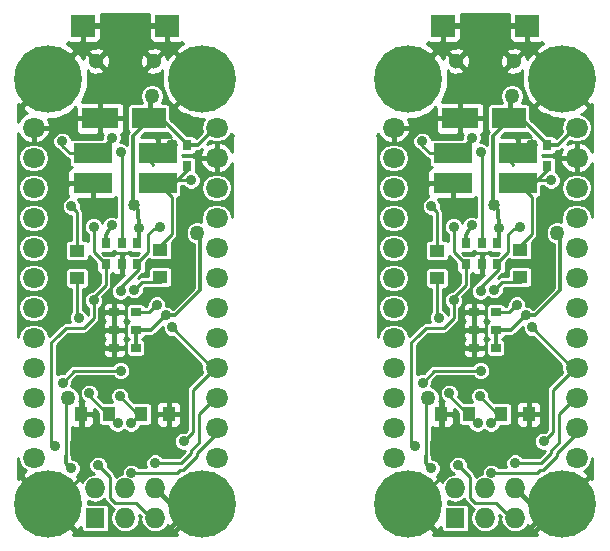
<source format=gbl>
%FSLAX46Y46*%
G04 Gerber Fmt 4.6, Leading zero omitted, Abs format (unit mm)*
G04 Created by KiCad (PCBNEW (2014-08-08 BZR 5060)-product) date tir 19 aug 2014 17:24:29 CEST*
%MOMM*%
G01*
G04 APERTURE LIST*
%ADD10C,0.150000*%
%ADD11O,1.905000X1.651000*%
%ADD12R,1.100000X1.300000*%
%ADD13R,1.300000X1.100000*%
%ADD14R,3.299460X1.699260*%
%ADD15R,0.900000X0.800000*%
%ADD16R,0.800000X0.900000*%
%ADD17R,2.100000X1.900000*%
%ADD18C,1.300000*%
%ADD19C,5.715000*%
%ADD20R,1.650000X1.700000*%
%ADD21O,1.727200X1.727200*%
%ADD22R,3.149600X1.800860*%
%ADD23R,2.895600X1.800860*%
%ADD24C,1.270000*%
%ADD25C,0.889000*%
%ADD26C,1.016000*%
%ADD27C,0.254000*%
%ADD28C,0.381000*%
%ADD29C,0.304800*%
%ADD30C,0.228600*%
G04 APERTURE END LIST*
D10*
D11*
X73152000Y-40386000D03*
X73152000Y-42926000D03*
X73152000Y-45466000D03*
X73152000Y-48006000D03*
X73152000Y-50546000D03*
X73152000Y-53086000D03*
X73152000Y-55626000D03*
X73152000Y-58166000D03*
X73152000Y-60706000D03*
X73152000Y-63246000D03*
X73152000Y-65786000D03*
X73152000Y-68326000D03*
D12*
X66795000Y-64643000D03*
X69095000Y-64643000D03*
X64015000Y-64643000D03*
X61715000Y-64643000D03*
D13*
X61341000Y-50793000D03*
X61341000Y-53093000D03*
X68376800Y-50716800D03*
X68376800Y-53016800D03*
D14*
X62654180Y-45085000D03*
X68155820Y-45085000D03*
X68160820Y-42541000D03*
X62659180Y-42541000D03*
D15*
X66305000Y-57531000D03*
X64505000Y-57531000D03*
X66305000Y-59029600D03*
X64505000Y-59029600D03*
D16*
X70662800Y-41848200D03*
X70662800Y-43648200D03*
X65151000Y-50154000D03*
X65151000Y-51954000D03*
X66446400Y-50154000D03*
X66446400Y-51954000D03*
X63754000Y-50154000D03*
X63754000Y-51954000D03*
D15*
X66305000Y-56007000D03*
X64505000Y-56007000D03*
D17*
X68992500Y-31742000D03*
X61817500Y-31742000D03*
D18*
X62980000Y-34742000D03*
X67830000Y-34742000D03*
D19*
X58905000Y-72263000D03*
X71905000Y-72263000D03*
X58905000Y-36263000D03*
X71905000Y-36263000D03*
D20*
X62870000Y-73441000D03*
D21*
X62870000Y-70901000D03*
X65410000Y-73441000D03*
X65410000Y-70901000D03*
X67950000Y-73441000D03*
X67950000Y-70901000D03*
D11*
X57658000Y-68326000D03*
X57658000Y-65786000D03*
X57658000Y-63246000D03*
X57658000Y-60706000D03*
X57658000Y-58166000D03*
X57658000Y-55626000D03*
X57658000Y-53086000D03*
X57658000Y-50546000D03*
X57658000Y-48006000D03*
X57658000Y-45466000D03*
X57658000Y-42926000D03*
X57658000Y-40386000D03*
D22*
X63284020Y-39591000D03*
D23*
X67408980Y-39591000D03*
D22*
X32804020Y-39591000D03*
D23*
X36928980Y-39591000D03*
D11*
X27178000Y-68326000D03*
X27178000Y-65786000D03*
X27178000Y-63246000D03*
X27178000Y-60706000D03*
X27178000Y-58166000D03*
X27178000Y-55626000D03*
X27178000Y-53086000D03*
X27178000Y-50546000D03*
X27178000Y-48006000D03*
X27178000Y-45466000D03*
X27178000Y-42926000D03*
X27178000Y-40386000D03*
D20*
X32390000Y-73441000D03*
D21*
X32390000Y-70901000D03*
X34930000Y-73441000D03*
X34930000Y-70901000D03*
X37470000Y-73441000D03*
X37470000Y-70901000D03*
D19*
X41425000Y-36263000D03*
X28425000Y-36263000D03*
X41425000Y-72263000D03*
X28425000Y-72263000D03*
D17*
X38512500Y-31742000D03*
X31337500Y-31742000D03*
D18*
X32500000Y-34742000D03*
X37350000Y-34742000D03*
D15*
X35825000Y-56007000D03*
X34025000Y-56007000D03*
D16*
X33274000Y-50154000D03*
X33274000Y-51954000D03*
X35966400Y-50154000D03*
X35966400Y-51954000D03*
X34671000Y-50154000D03*
X34671000Y-51954000D03*
X40182800Y-41848200D03*
X40182800Y-43648200D03*
D15*
X35825000Y-59029600D03*
X34025000Y-59029600D03*
X35825000Y-57531000D03*
X34025000Y-57531000D03*
D14*
X37680820Y-42541000D03*
X32179180Y-42541000D03*
X32174180Y-45085000D03*
X37675820Y-45085000D03*
D13*
X37896800Y-50716800D03*
X37896800Y-53016800D03*
X30861000Y-50793000D03*
X30861000Y-53093000D03*
D12*
X33535000Y-64643000D03*
X31235000Y-64643000D03*
X36315000Y-64643000D03*
X38615000Y-64643000D03*
D11*
X42672000Y-40386000D03*
X42672000Y-42926000D03*
X42672000Y-45466000D03*
X42672000Y-48006000D03*
X42672000Y-50546000D03*
X42672000Y-53086000D03*
X42672000Y-55626000D03*
X42672000Y-58166000D03*
X42672000Y-60706000D03*
X42672000Y-63246000D03*
X42672000Y-65786000D03*
X42672000Y-68326000D03*
D24*
X32639000Y-37719000D03*
D25*
X36830000Y-54483000D03*
D24*
X31877000Y-58293000D03*
D26*
X40120000Y-39641000D03*
X38930000Y-41881000D03*
X69410000Y-41881000D03*
X70600000Y-39641000D03*
D24*
X62357000Y-58293000D03*
D25*
X67310000Y-54483000D03*
D24*
X63119000Y-37719000D03*
D25*
X36068000Y-48895000D03*
D26*
X35661600Y-46964600D03*
D25*
X33782000Y-48641000D03*
D24*
X37211000Y-37719000D03*
D25*
X38370000Y-56281000D03*
D24*
X30099000Y-63246000D03*
D25*
X30353000Y-69215000D03*
D24*
X41050000Y-49291000D03*
X71530000Y-49291000D03*
D25*
X60833000Y-69215000D03*
D24*
X60579000Y-63246000D03*
D25*
X68850000Y-56281000D03*
D24*
X67691000Y-37719000D03*
D25*
X64262000Y-48641000D03*
D26*
X66141600Y-46964600D03*
D25*
X66548000Y-48895000D03*
X31902400Y-62865000D03*
X34290000Y-65405000D03*
X64770000Y-65405000D03*
X62382400Y-62865000D03*
X34467800Y-63119000D03*
X35433000Y-65405000D03*
X65913000Y-65405000D03*
X64947800Y-63119000D03*
X37460000Y-68781000D03*
X67940000Y-68781000D03*
X39878000Y-66929000D03*
X38912800Y-57302400D03*
X69392800Y-57302400D03*
X70358000Y-66929000D03*
X35440000Y-69651000D03*
X65920000Y-69651000D03*
X32639000Y-68961000D03*
X28956000Y-67310000D03*
X32258000Y-48768000D03*
X32258000Y-54991000D03*
X62738000Y-54991000D03*
X62738000Y-48768000D03*
X59436000Y-67310000D03*
X63119000Y-68961000D03*
X40513000Y-44831000D03*
X70993000Y-44831000D03*
X33820000Y-41241000D03*
X29591000Y-41529000D03*
X30360000Y-47031000D03*
X60840000Y-47031000D03*
X60071000Y-41529000D03*
X64300000Y-41241000D03*
X34544000Y-42443400D03*
X65024000Y-42443400D03*
X30988000Y-56515000D03*
X61468000Y-56515000D03*
X29630000Y-61971000D03*
X34544000Y-60960000D03*
X65024000Y-60960000D03*
X60110000Y-61971000D03*
X37846000Y-48768000D03*
X34544000Y-54229000D03*
X65024000Y-54229000D03*
X68326000Y-48768000D03*
X35687000Y-54102000D03*
X66167000Y-54102000D03*
X37610000Y-55401000D03*
X68090000Y-55401000D03*
D27*
X37287200Y-43510200D02*
X36444000Y-42545000D01*
X36444000Y-42545000D02*
X37675820Y-42545000D01*
D28*
X41425000Y-72263000D02*
X38832000Y-72263000D01*
X38832000Y-72263000D02*
X37470000Y-70901000D01*
X41425000Y-72263000D02*
X40818000Y-72263000D01*
X40818000Y-72263000D02*
X38340000Y-74741000D01*
X38340000Y-74741000D02*
X30903000Y-74741000D01*
X30903000Y-74741000D02*
X28425000Y-72263000D01*
X28448000Y-72263000D02*
X28829000Y-72263000D01*
X28829000Y-72263000D02*
X30099000Y-73533000D01*
X32639000Y-37719000D02*
X32799020Y-37879020D01*
X32799020Y-37879020D02*
X32799020Y-39751000D01*
D27*
X34025000Y-57531000D02*
X34025000Y-56007000D01*
D29*
X40120000Y-39641000D02*
X40120000Y-39621000D01*
X38270000Y-42541000D02*
X37680820Y-42541000D01*
X38930000Y-41881000D02*
X38270000Y-42541000D01*
X28956000Y-72263000D02*
X31242000Y-69977000D01*
X28425000Y-72263000D02*
X28956000Y-72263000D01*
X58905000Y-72263000D02*
X59436000Y-72263000D01*
X59436000Y-72263000D02*
X61722000Y-69977000D01*
X69410000Y-41881000D02*
X68750000Y-42541000D01*
X68750000Y-42541000D02*
X68160820Y-42541000D01*
X70600000Y-39641000D02*
X70600000Y-39621000D01*
D27*
X64505000Y-57531000D02*
X64505000Y-56007000D01*
D28*
X63279020Y-37879020D02*
X63279020Y-39751000D01*
X63119000Y-37719000D02*
X63279020Y-37879020D01*
X59309000Y-72263000D02*
X60579000Y-73533000D01*
X58928000Y-72263000D02*
X59309000Y-72263000D01*
X61383000Y-74741000D02*
X58905000Y-72263000D01*
X68820000Y-74741000D02*
X61383000Y-74741000D01*
X71298000Y-72263000D02*
X68820000Y-74741000D01*
X71905000Y-72263000D02*
X71298000Y-72263000D01*
X69312000Y-72263000D02*
X67950000Y-70901000D01*
X71905000Y-72263000D02*
X69312000Y-72263000D01*
D27*
X66924000Y-42545000D02*
X68155820Y-42545000D01*
X67767200Y-43510200D02*
X66924000Y-42545000D01*
D29*
X36068000Y-48895000D02*
X36030000Y-47333000D01*
X37055980Y-39591000D02*
X37055980Y-39677420D01*
X37055980Y-39677420D02*
X35610800Y-41122600D01*
X35610800Y-41122600D02*
X35610800Y-46913800D01*
X35610800Y-46913800D02*
X35661600Y-46964600D01*
X36068000Y-50154000D02*
X36106000Y-48933000D01*
X36106000Y-48933000D02*
X36068000Y-48895000D01*
X36030000Y-47333000D02*
X35661600Y-46964600D01*
X33274000Y-50154000D02*
X33274000Y-49504600D01*
X33274000Y-49504600D02*
X33782000Y-48641000D01*
D28*
X37211000Y-37719000D02*
X37050980Y-37879020D01*
X37050980Y-37879020D02*
X37050980Y-39751000D01*
D29*
X30099000Y-63246000D02*
X29979000Y-63366000D01*
X30099000Y-63526000D02*
X29909000Y-63716000D01*
D27*
X29909000Y-63716000D02*
X29890000Y-68151000D01*
D29*
X30099000Y-63246000D02*
X30099000Y-63526000D01*
X35825000Y-57531000D02*
X35825000Y-59029600D01*
X37130000Y-57531000D02*
X35825000Y-57531000D01*
X37980000Y-39591000D02*
X37055980Y-39591000D01*
X40182800Y-41793800D02*
X37980000Y-39591000D01*
X40182800Y-41848200D02*
X40182800Y-41793800D01*
X41082800Y-41848200D02*
X42545000Y-40386000D01*
X40182800Y-41848200D02*
X41082800Y-41848200D01*
X41300000Y-54161000D02*
X39180000Y-56281000D01*
X39180000Y-56281000D02*
X38370000Y-56281000D01*
X41300000Y-54101000D02*
X41300000Y-49541000D01*
X41050000Y-49291000D02*
X41300000Y-49541000D01*
X41300000Y-54101000D02*
X41300000Y-54161000D01*
X38370000Y-56291000D02*
X37130000Y-57531000D01*
X38370000Y-56281000D02*
X38370000Y-56291000D01*
X30226000Y-69215000D02*
X29890000Y-68752000D01*
X29890000Y-68752000D02*
X29890000Y-68151000D01*
X30353000Y-69215000D02*
X30226000Y-69215000D01*
X60833000Y-69215000D02*
X60706000Y-69215000D01*
X60370000Y-68752000D02*
X60370000Y-68151000D01*
X60706000Y-69215000D02*
X60370000Y-68752000D01*
X68850000Y-56281000D02*
X68850000Y-56291000D01*
X68850000Y-56291000D02*
X67610000Y-57531000D01*
X71780000Y-54101000D02*
X71780000Y-54161000D01*
X71530000Y-49291000D02*
X71780000Y-49541000D01*
X71780000Y-54101000D02*
X71780000Y-49541000D01*
X69660000Y-56281000D02*
X68850000Y-56281000D01*
X71780000Y-54161000D02*
X69660000Y-56281000D01*
X70662800Y-41848200D02*
X71562800Y-41848200D01*
X71562800Y-41848200D02*
X73025000Y-40386000D01*
X70662800Y-41848200D02*
X70662800Y-41793800D01*
X70662800Y-41793800D02*
X68460000Y-39591000D01*
X68460000Y-39591000D02*
X67535980Y-39591000D01*
X67610000Y-57531000D02*
X66305000Y-57531000D01*
X66305000Y-57531000D02*
X66305000Y-59029600D01*
X60579000Y-63246000D02*
X60579000Y-63526000D01*
D27*
X60389000Y-63716000D02*
X60370000Y-68151000D01*
D29*
X60579000Y-63526000D02*
X60389000Y-63716000D01*
X60579000Y-63246000D02*
X60459000Y-63366000D01*
D28*
X67530980Y-37879020D02*
X67530980Y-39751000D01*
X67691000Y-37719000D02*
X67530980Y-37879020D01*
D29*
X63754000Y-49504600D02*
X64262000Y-48641000D01*
X63754000Y-50154000D02*
X63754000Y-49504600D01*
X66510000Y-47333000D02*
X66141600Y-46964600D01*
X66586000Y-48933000D02*
X66548000Y-48895000D01*
X66548000Y-50154000D02*
X66586000Y-48933000D01*
X66090800Y-46913800D02*
X66141600Y-46964600D01*
X66090800Y-41122600D02*
X66090800Y-46913800D01*
X67535980Y-39677420D02*
X66090800Y-41122600D01*
X67535980Y-39591000D02*
X67535980Y-39677420D01*
X66548000Y-48895000D02*
X66510000Y-47333000D01*
D27*
X33337500Y-64325500D02*
X33337500Y-64389000D01*
X33337500Y-64452500D02*
X34290000Y-65405000D01*
X33337500Y-64389000D02*
X33337500Y-64452500D01*
X33337500Y-64528700D02*
X33337500Y-64592200D01*
X31902400Y-62865000D02*
X31953200Y-62915800D01*
X31953200Y-62915800D02*
X31953200Y-63144400D01*
X31953200Y-63144400D02*
X33337500Y-64528700D01*
X62433200Y-63144400D02*
X63817500Y-64528700D01*
X62433200Y-62915800D02*
X62433200Y-63144400D01*
X62382400Y-62865000D02*
X62433200Y-62915800D01*
X63817500Y-64528700D02*
X63817500Y-64592200D01*
X63817500Y-64389000D02*
X63817500Y-64452500D01*
X63817500Y-64452500D02*
X64770000Y-65405000D01*
X63817500Y-64325500D02*
X63817500Y-64389000D01*
X36449000Y-64389000D02*
X35433000Y-65405000D01*
X36512500Y-64389000D02*
X36449000Y-64389000D01*
X35966400Y-64617600D02*
X36512500Y-64617600D01*
X34467800Y-63119000D02*
X35966400Y-64617600D01*
X64947800Y-63119000D02*
X66446400Y-64617600D01*
X66446400Y-64617600D02*
X66992500Y-64617600D01*
X66992500Y-64389000D02*
X66929000Y-64389000D01*
X66929000Y-64389000D02*
X65913000Y-65405000D01*
X39677000Y-68781000D02*
X40513000Y-67945000D01*
X37460000Y-68781000D02*
X39571000Y-68781000D01*
X41148000Y-64643000D02*
X42545000Y-63246000D01*
X40513000Y-67945000D02*
X40513000Y-67691000D01*
X41148000Y-67056000D02*
X41148000Y-64643000D01*
X40513000Y-67691000D02*
X41148000Y-67056000D01*
X39571000Y-68781000D02*
X39677000Y-68781000D01*
X70051000Y-68781000D02*
X70157000Y-68781000D01*
X70993000Y-67691000D02*
X71628000Y-67056000D01*
X71628000Y-67056000D02*
X71628000Y-64643000D01*
X70993000Y-67945000D02*
X70993000Y-67691000D01*
X71628000Y-64643000D02*
X73025000Y-63246000D01*
X67940000Y-68781000D02*
X70051000Y-68781000D01*
X70157000Y-68781000D02*
X70993000Y-67945000D01*
X40640000Y-62611000D02*
X42545000Y-60706000D01*
X40640000Y-66167000D02*
X40640000Y-62611000D01*
X39878000Y-66929000D02*
X40640000Y-66167000D01*
X42545000Y-60071000D02*
X42545000Y-60706000D01*
X42316400Y-60706000D02*
X42545000Y-60706000D01*
X38912800Y-57302400D02*
X42316400Y-60706000D01*
X69392800Y-57302400D02*
X72796400Y-60706000D01*
X72796400Y-60706000D02*
X73025000Y-60706000D01*
X73025000Y-60071000D02*
X73025000Y-60706000D01*
X70358000Y-66929000D02*
X71120000Y-66167000D01*
X71120000Y-66167000D02*
X71120000Y-62611000D01*
X71120000Y-62611000D02*
X73025000Y-60706000D01*
X39540000Y-69401000D02*
X39819000Y-69401000D01*
X39300000Y-69641000D02*
X39540000Y-69401000D01*
X41021000Y-68199000D02*
X41021000Y-67945000D01*
X41021000Y-67945000D02*
X42545000Y-66421000D01*
X42545000Y-66421000D02*
X42545000Y-65786000D01*
X39819000Y-69401000D02*
X41021000Y-68199000D01*
X35450000Y-69641000D02*
X35440000Y-69651000D01*
X39300000Y-69641000D02*
X35450000Y-69641000D01*
X69780000Y-69641000D02*
X65930000Y-69641000D01*
X65930000Y-69641000D02*
X65920000Y-69651000D01*
X70299000Y-69401000D02*
X71501000Y-68199000D01*
X73025000Y-66421000D02*
X73025000Y-65786000D01*
X71501000Y-67945000D02*
X73025000Y-66421000D01*
X71501000Y-68199000D02*
X71501000Y-67945000D01*
X69780000Y-69641000D02*
X70020000Y-69401000D01*
X70020000Y-69401000D02*
X70299000Y-69401000D01*
X29895800Y-57353200D02*
X31419800Y-57353200D01*
X32258000Y-56515000D02*
X32258000Y-54991000D01*
X31419800Y-57353200D02*
X32258000Y-56515000D01*
X37465000Y-73660000D02*
X37338000Y-73660000D01*
X33655000Y-69977000D02*
X32639000Y-68961000D01*
X33655000Y-71755000D02*
X33655000Y-69977000D01*
X34081000Y-72181000D02*
X33655000Y-71755000D01*
X37338000Y-73660000D02*
X36104500Y-72426500D01*
X29210000Y-58039000D02*
X29895800Y-57353200D01*
X33274000Y-52843000D02*
X33274000Y-51954000D01*
X33274000Y-51954000D02*
X32258000Y-50938000D01*
X32258000Y-50938000D02*
X32258000Y-48768000D01*
X33274000Y-52959000D02*
X33274000Y-52843000D01*
X33274000Y-53707000D02*
X33274000Y-52843000D01*
X32258000Y-54723000D02*
X33274000Y-53707000D01*
X32258000Y-54991000D02*
X32258000Y-54723000D01*
X28899000Y-67310000D02*
X28636000Y-67040000D01*
X28636000Y-67040000D02*
X28690000Y-58559000D01*
X28690000Y-58559000D02*
X29210000Y-58039000D01*
X28956000Y-67310000D02*
X28899000Y-67310000D01*
X36095500Y-72426500D02*
X35850000Y-72181000D01*
X35850000Y-72181000D02*
X34081000Y-72181000D01*
X36104500Y-72426500D02*
X36095500Y-72426500D01*
X66584500Y-72426500D02*
X66575500Y-72426500D01*
X66330000Y-72181000D02*
X64561000Y-72181000D01*
X66575500Y-72426500D02*
X66330000Y-72181000D01*
X59436000Y-67310000D02*
X59379000Y-67310000D01*
X59170000Y-58559000D02*
X59690000Y-58039000D01*
X59116000Y-67040000D02*
X59170000Y-58559000D01*
X59379000Y-67310000D02*
X59116000Y-67040000D01*
X62738000Y-54991000D02*
X62738000Y-54723000D01*
X62738000Y-54723000D02*
X63754000Y-53707000D01*
X63754000Y-53707000D02*
X63754000Y-52843000D01*
X63754000Y-52959000D02*
X63754000Y-52843000D01*
X62738000Y-50938000D02*
X62738000Y-48768000D01*
X63754000Y-51954000D02*
X62738000Y-50938000D01*
X63754000Y-52843000D02*
X63754000Y-51954000D01*
X59690000Y-58039000D02*
X60375800Y-57353200D01*
X67818000Y-73660000D02*
X66584500Y-72426500D01*
X64561000Y-72181000D02*
X64135000Y-71755000D01*
X64135000Y-71755000D02*
X64135000Y-69977000D01*
X64135000Y-69977000D02*
X63119000Y-68961000D01*
X67945000Y-73660000D02*
X67818000Y-73660000D01*
X61899800Y-57353200D02*
X62738000Y-56515000D01*
X62738000Y-56515000D02*
X62738000Y-54991000D01*
X60375800Y-57353200D02*
X61899800Y-57353200D01*
X37846000Y-50666000D02*
X37846000Y-50435000D01*
X37846000Y-50435000D02*
X38860000Y-49421000D01*
X38860000Y-49421000D02*
X38860000Y-46269180D01*
X38860000Y-46269180D02*
X37675820Y-45085000D01*
X40513000Y-44831000D02*
X40477000Y-44795000D01*
X40330000Y-43651000D02*
X40330000Y-43841000D01*
X40330000Y-43841000D02*
X39086000Y-45085000D01*
X39086000Y-45085000D02*
X37675820Y-45085000D01*
X37929820Y-44831000D02*
X37675820Y-45085000D01*
X40513000Y-44831000D02*
X37929820Y-44831000D01*
X70993000Y-44831000D02*
X68409820Y-44831000D01*
X68409820Y-44831000D02*
X68155820Y-45085000D01*
X69566000Y-45085000D02*
X68155820Y-45085000D01*
X70810000Y-43841000D02*
X69566000Y-45085000D01*
X70810000Y-43651000D02*
X70810000Y-43841000D01*
X70993000Y-44831000D02*
X70957000Y-44795000D01*
X69340000Y-46269180D02*
X68155820Y-45085000D01*
X69340000Y-49421000D02*
X69340000Y-46269180D01*
X68326000Y-50435000D02*
X69340000Y-49421000D01*
X68326000Y-50666000D02*
X68326000Y-50435000D01*
X32520000Y-42541000D02*
X32179180Y-42541000D01*
X33820000Y-41241000D02*
X32520000Y-42541000D01*
X30861000Y-47532000D02*
X30861000Y-50793000D01*
X29591000Y-41529000D02*
X29651000Y-41469000D01*
X30861000Y-47532000D02*
X30360000Y-47031000D01*
X29591000Y-41910000D02*
X30222000Y-42541000D01*
X30222000Y-42541000D02*
X32179180Y-42541000D01*
X29591000Y-41529000D02*
X29591000Y-41910000D01*
X60071000Y-41529000D02*
X60071000Y-41910000D01*
X60702000Y-42541000D02*
X62659180Y-42541000D01*
X60071000Y-41910000D02*
X60702000Y-42541000D01*
X61341000Y-47532000D02*
X60840000Y-47031000D01*
X60071000Y-41529000D02*
X60131000Y-41469000D01*
X61341000Y-47532000D02*
X61341000Y-50793000D01*
X64300000Y-41241000D02*
X63000000Y-42541000D01*
X63000000Y-42541000D02*
X62659180Y-42541000D01*
X34671000Y-50154000D02*
X34685000Y-42584400D01*
X34685000Y-42584400D02*
X34544000Y-42443400D01*
X65165000Y-42584400D02*
X65024000Y-42443400D01*
X65151000Y-50154000D02*
X65165000Y-42584400D01*
X30988000Y-56515000D02*
X30861000Y-56388000D01*
X30861000Y-56388000D02*
X30861000Y-53093000D01*
X61341000Y-56388000D02*
X61341000Y-53093000D01*
X61468000Y-56515000D02*
X61341000Y-56388000D01*
X29630000Y-61971000D02*
X29731600Y-61971000D01*
X32290000Y-60960000D02*
X34544000Y-60960000D01*
X32258000Y-60960000D02*
X32290000Y-60960000D01*
X30641000Y-60960000D02*
X29630000Y-61971000D01*
X32290000Y-60960000D02*
X30641000Y-60960000D01*
X62770000Y-60960000D02*
X61121000Y-60960000D01*
X61121000Y-60960000D02*
X60110000Y-61971000D01*
X62738000Y-60960000D02*
X62770000Y-60960000D01*
X62770000Y-60960000D02*
X65024000Y-60960000D01*
X60110000Y-61971000D02*
X60211600Y-61971000D01*
X36868100Y-50888900D02*
X36868100Y-49415700D01*
X37338000Y-48945800D02*
X37846000Y-48768000D01*
X36868100Y-49415700D02*
X37338000Y-48945800D01*
X36068000Y-51954000D02*
X36068000Y-51689000D01*
X36068000Y-51689000D02*
X36868100Y-50888900D01*
X34544000Y-54229000D02*
X34544000Y-53848000D01*
X34544000Y-53848000D02*
X36068000Y-52324000D01*
X36068000Y-52324000D02*
X36068000Y-51954000D01*
X66548000Y-52324000D02*
X66548000Y-51954000D01*
X65024000Y-53848000D02*
X66548000Y-52324000D01*
X65024000Y-54229000D02*
X65024000Y-53848000D01*
X66548000Y-51689000D02*
X67348100Y-50888900D01*
X66548000Y-51954000D02*
X66548000Y-51689000D01*
X67348100Y-49415700D02*
X67818000Y-48945800D01*
X67818000Y-48945800D02*
X68326000Y-48768000D01*
X67348100Y-50888900D02*
X67348100Y-49415700D01*
X35687000Y-54102000D02*
X36322000Y-53467000D01*
X36322000Y-53467000D02*
X37980000Y-53467000D01*
X66802000Y-53467000D02*
X68460000Y-53467000D01*
X66167000Y-54102000D02*
X66802000Y-53467000D01*
X37540000Y-55401000D02*
X36934000Y-56007000D01*
X36934000Y-56007000D02*
X35825000Y-56007000D01*
X37610000Y-55401000D02*
X37540000Y-55401000D01*
X68090000Y-55401000D02*
X68020000Y-55401000D01*
X67414000Y-56007000D02*
X66305000Y-56007000D01*
X68020000Y-55401000D02*
X67414000Y-56007000D01*
D30*
G36*
X37578900Y-70989900D02*
X37558900Y-70989900D01*
X37558900Y-71009900D01*
X37381100Y-71009900D01*
X37381100Y-70989900D01*
X37361100Y-70989900D01*
X37361100Y-70812100D01*
X37381100Y-70812100D01*
X37381100Y-70792100D01*
X37558900Y-70792100D01*
X37558900Y-70812100D01*
X37578900Y-70812100D01*
X37578900Y-70989900D01*
X37578900Y-70989900D01*
G37*
X37578900Y-70989900D02*
X37558900Y-70989900D01*
X37558900Y-71009900D01*
X37381100Y-71009900D01*
X37381100Y-70989900D01*
X37361100Y-70989900D01*
X37361100Y-70812100D01*
X37381100Y-70812100D01*
X37381100Y-70792100D01*
X37558900Y-70792100D01*
X37558900Y-70812100D01*
X37578900Y-70812100D01*
X37578900Y-70989900D01*
G36*
X38848688Y-41196070D02*
X37893545Y-41196070D01*
X37769720Y-41319895D01*
X37769720Y-42452100D01*
X37789720Y-42452100D01*
X37789720Y-42629900D01*
X37769720Y-42629900D01*
X37769720Y-42649900D01*
X37591920Y-42649900D01*
X37591920Y-42629900D01*
X37571920Y-42629900D01*
X37571920Y-42452100D01*
X37591920Y-42452100D01*
X37591920Y-41319895D01*
X37468095Y-41196070D01*
X36273711Y-41196070D01*
X36610051Y-40859730D01*
X38450039Y-40859730D01*
X38494098Y-40841480D01*
X38848688Y-41196070D01*
X38848688Y-41196070D01*
G37*
X38848688Y-41196070D02*
X37893545Y-41196070D01*
X37769720Y-41319895D01*
X37769720Y-42452100D01*
X37789720Y-42452100D01*
X37789720Y-42629900D01*
X37769720Y-42629900D01*
X37769720Y-42649900D01*
X37591920Y-42649900D01*
X37591920Y-42629900D01*
X37571920Y-42629900D01*
X37571920Y-42452100D01*
X37591920Y-42452100D01*
X37591920Y-41319895D01*
X37468095Y-41196070D01*
X36273711Y-41196070D01*
X36610051Y-40859730D01*
X38450039Y-40859730D01*
X38494098Y-40841480D01*
X38848688Y-41196070D01*
G36*
X41564866Y-72277142D02*
X41439142Y-72402866D01*
X41425000Y-72388724D01*
X39159034Y-74654690D01*
X39323951Y-74867700D01*
X30526048Y-74867700D01*
X30690966Y-74654690D01*
X28425000Y-72388724D01*
X28410857Y-72402865D01*
X28285133Y-72277141D01*
X28299276Y-72263000D01*
X26033310Y-69997034D01*
X25843300Y-70144144D01*
X25843300Y-68386207D01*
X25922197Y-68782847D01*
X26180980Y-69170144D01*
X26541098Y-69410766D01*
X26488266Y-69446068D01*
X26159034Y-69871310D01*
X28425000Y-72137276D01*
X28439141Y-72123133D01*
X28564866Y-72248858D01*
X28550724Y-72263000D01*
X30816690Y-74528966D01*
X31196700Y-74234753D01*
X31196700Y-74364259D01*
X31252770Y-74499625D01*
X31356375Y-74603229D01*
X31491740Y-74659300D01*
X31638259Y-74659300D01*
X33288259Y-74659300D01*
X33423625Y-74603230D01*
X33527229Y-74499625D01*
X33583300Y-74364260D01*
X33583300Y-74217741D01*
X33583300Y-72517741D01*
X33527230Y-72382375D01*
X33423625Y-72278771D01*
X33288260Y-72222700D01*
X33141741Y-72222700D01*
X31778629Y-72222700D01*
X31782059Y-71964038D01*
X31894438Y-72039127D01*
X32365866Y-72132900D01*
X32414134Y-72132900D01*
X32885562Y-72039127D01*
X33177424Y-71844110D01*
X33197402Y-71944544D01*
X33304770Y-72105230D01*
X33730770Y-72531230D01*
X33891457Y-72638598D01*
X33977458Y-72655704D01*
X33767739Y-72969572D01*
X33673966Y-73441000D01*
X33767739Y-73912428D01*
X34034781Y-74312085D01*
X34434438Y-74579127D01*
X34905866Y-74672900D01*
X34954134Y-74672900D01*
X35425562Y-74579127D01*
X35825219Y-74312085D01*
X36092261Y-73912428D01*
X36186034Y-73441000D01*
X36128301Y-73150761D01*
X36247907Y-73270367D01*
X36213966Y-73441000D01*
X36307739Y-73912428D01*
X36574781Y-74312085D01*
X36974438Y-74579127D01*
X37445866Y-74672900D01*
X37494134Y-74672900D01*
X37965562Y-74579127D01*
X38365219Y-74312085D01*
X38532642Y-74061517D01*
X38557698Y-74124350D01*
X38608068Y-74199734D01*
X39033310Y-74528966D01*
X41299276Y-72263000D01*
X41285134Y-72248858D01*
X41410857Y-72123133D01*
X41425000Y-72137276D01*
X41439141Y-72123133D01*
X41564865Y-72248857D01*
X41550724Y-72263000D01*
X41564866Y-72277142D01*
X41564866Y-72277142D01*
G37*
X41564866Y-72277142D02*
X41439142Y-72402866D01*
X41425000Y-72388724D01*
X39159034Y-74654690D01*
X39323951Y-74867700D01*
X30526048Y-74867700D01*
X30690966Y-74654690D01*
X28425000Y-72388724D01*
X28410857Y-72402865D01*
X28285133Y-72277141D01*
X28299276Y-72263000D01*
X26033310Y-69997034D01*
X25843300Y-70144144D01*
X25843300Y-68386207D01*
X25922197Y-68782847D01*
X26180980Y-69170144D01*
X26541098Y-69410766D01*
X26488266Y-69446068D01*
X26159034Y-69871310D01*
X28425000Y-72137276D01*
X28439141Y-72123133D01*
X28564866Y-72248858D01*
X28550724Y-72263000D01*
X30816690Y-74528966D01*
X31196700Y-74234753D01*
X31196700Y-74364259D01*
X31252770Y-74499625D01*
X31356375Y-74603229D01*
X31491740Y-74659300D01*
X31638259Y-74659300D01*
X33288259Y-74659300D01*
X33423625Y-74603230D01*
X33527229Y-74499625D01*
X33583300Y-74364260D01*
X33583300Y-74217741D01*
X33583300Y-72517741D01*
X33527230Y-72382375D01*
X33423625Y-72278771D01*
X33288260Y-72222700D01*
X33141741Y-72222700D01*
X31778629Y-72222700D01*
X31782059Y-71964038D01*
X31894438Y-72039127D01*
X32365866Y-72132900D01*
X32414134Y-72132900D01*
X32885562Y-72039127D01*
X33177424Y-71844110D01*
X33197402Y-71944544D01*
X33304770Y-72105230D01*
X33730770Y-72531230D01*
X33891457Y-72638598D01*
X33977458Y-72655704D01*
X33767739Y-72969572D01*
X33673966Y-73441000D01*
X33767739Y-73912428D01*
X34034781Y-74312085D01*
X34434438Y-74579127D01*
X34905866Y-74672900D01*
X34954134Y-74672900D01*
X35425562Y-74579127D01*
X35825219Y-74312085D01*
X36092261Y-73912428D01*
X36186034Y-73441000D01*
X36128301Y-73150761D01*
X36247907Y-73270367D01*
X36213966Y-73441000D01*
X36307739Y-73912428D01*
X36574781Y-74312085D01*
X36974438Y-74579127D01*
X37445866Y-74672900D01*
X37494134Y-74672900D01*
X37965562Y-74579127D01*
X38365219Y-74312085D01*
X38532642Y-74061517D01*
X38557698Y-74124350D01*
X38608068Y-74199734D01*
X39033310Y-74528966D01*
X41299276Y-72263000D01*
X41285134Y-72248858D01*
X41410857Y-72123133D01*
X41425000Y-72137276D01*
X41439141Y-72123133D01*
X41564865Y-72248857D01*
X41550724Y-72263000D01*
X41564866Y-72277142D01*
G36*
X41623615Y-39618729D02*
X41416197Y-39929153D01*
X41325324Y-40386000D01*
X41405508Y-40789110D01*
X40927251Y-41267366D01*
X40895030Y-41189575D01*
X40791425Y-41085971D01*
X40656060Y-41029900D01*
X40509541Y-41029900D01*
X40155281Y-41029900D01*
X38745080Y-39619698D01*
X38745080Y-38617311D01*
X38689010Y-38481945D01*
X38585405Y-38378341D01*
X38450040Y-38322270D01*
X38303521Y-38322270D01*
X38026797Y-38322270D01*
X38061061Y-38288066D01*
X38214126Y-37919444D01*
X38214474Y-37520307D01*
X38062052Y-37151419D01*
X38022615Y-37111912D01*
X37780066Y-36868939D01*
X37411444Y-36715874D01*
X37012307Y-36715526D01*
X36643419Y-36867948D01*
X36360939Y-37149934D01*
X36207874Y-37518556D01*
X36207526Y-37917693D01*
X36359948Y-38286581D01*
X36395574Y-38322270D01*
X35407921Y-38322270D01*
X35272555Y-38378340D01*
X35168951Y-38481945D01*
X35112880Y-38617310D01*
X35112880Y-38763829D01*
X35112880Y-40564689D01*
X35168950Y-40700055D01*
X35234876Y-40765981D01*
X35129736Y-40923337D01*
X35090099Y-41122600D01*
X35090100Y-41122605D01*
X35090100Y-41839975D01*
X35005016Y-41754743D01*
X34706385Y-41630741D01*
X34538313Y-41630594D01*
X34632659Y-41403385D01*
X34632941Y-41080033D01*
X34577283Y-40945332D01*
X34659385Y-40911325D01*
X34798715Y-40771995D01*
X34874120Y-40589952D01*
X34874120Y-40392909D01*
X34874120Y-39803725D01*
X34874120Y-39378275D01*
X34874120Y-38789091D01*
X34874120Y-38592048D01*
X34798715Y-38410005D01*
X34659385Y-38270675D01*
X34477341Y-38195270D01*
X33652932Y-38195270D01*
X33652932Y-34927368D01*
X33636108Y-34472050D01*
X33494232Y-34129535D01*
X33298338Y-34069385D01*
X33172615Y-34195108D01*
X33172615Y-33943662D01*
X33112465Y-33747768D01*
X32882800Y-33662429D01*
X32882800Y-32790522D01*
X32882800Y-32593479D01*
X32882800Y-31954725D01*
X32758975Y-31830900D01*
X31426400Y-31830900D01*
X31426400Y-33063475D01*
X31550225Y-33187300D01*
X32486021Y-33187300D01*
X32668065Y-33111895D01*
X32807395Y-32972565D01*
X32882800Y-32790522D01*
X32882800Y-33662429D01*
X32685368Y-33589068D01*
X32230050Y-33605892D01*
X31887535Y-33747768D01*
X31827385Y-33943662D01*
X32500000Y-34616276D01*
X33172615Y-33943662D01*
X33172615Y-34195108D01*
X32625724Y-34742000D01*
X33298338Y-35414615D01*
X33494232Y-35354465D01*
X33652932Y-34927368D01*
X33652932Y-38195270D01*
X33172615Y-38195270D01*
X33016745Y-38195270D01*
X32892920Y-38319095D01*
X32892920Y-39502100D01*
X34750295Y-39502100D01*
X34874120Y-39378275D01*
X34874120Y-39803725D01*
X34750295Y-39679900D01*
X32892920Y-39679900D01*
X32892920Y-40862905D01*
X33016745Y-40986730D01*
X33045494Y-40986730D01*
X33007341Y-41078615D01*
X33007127Y-41323070D01*
X32715120Y-41323070D01*
X32715120Y-40862905D01*
X32715120Y-39679900D01*
X30857745Y-39679900D01*
X30733920Y-39803725D01*
X30733920Y-40392909D01*
X30733920Y-40589952D01*
X30809325Y-40771995D01*
X30948655Y-40911325D01*
X31130699Y-40986730D01*
X32591295Y-40986730D01*
X32715120Y-40862905D01*
X32715120Y-41323070D01*
X30456191Y-41323070D01*
X30395713Y-41348120D01*
X30280460Y-41069187D01*
X30052016Y-40840343D01*
X29753385Y-40716341D01*
X29430033Y-40716059D01*
X29131187Y-40839540D01*
X28902343Y-41067984D01*
X28778341Y-41366615D01*
X28778059Y-41689967D01*
X28901540Y-41988813D01*
X29129984Y-42217657D01*
X29246634Y-42266094D01*
X29871770Y-42891230D01*
X30032457Y-42998598D01*
X30161150Y-43024196D01*
X30161150Y-43463889D01*
X30217220Y-43599255D01*
X30320825Y-43702859D01*
X30418293Y-43743232D01*
X30243885Y-43815475D01*
X30104555Y-43954805D01*
X30029150Y-44136848D01*
X30029150Y-44333891D01*
X30029150Y-44872275D01*
X30152975Y-44996100D01*
X32085280Y-44996100D01*
X32085280Y-44976100D01*
X32263080Y-44976100D01*
X32263080Y-44996100D01*
X32283080Y-44996100D01*
X32283080Y-45173900D01*
X32263080Y-45173900D01*
X32263080Y-46306105D01*
X32386905Y-46429930D01*
X33922431Y-46429930D01*
X34104475Y-46354525D01*
X34182871Y-46276128D01*
X34179819Y-47926101D01*
X33944385Y-47828341D01*
X33621033Y-47828059D01*
X33322187Y-47951540D01*
X33093343Y-48179984D01*
X32993670Y-48420023D01*
X32947460Y-48308187D01*
X32719016Y-48079343D01*
X32420385Y-47955341D01*
X32097033Y-47955059D01*
X31798187Y-48078540D01*
X31569343Y-48306984D01*
X31445341Y-48605615D01*
X31445059Y-48928967D01*
X31568540Y-49227813D01*
X31762700Y-49422312D01*
X31762700Y-49973845D01*
X31719625Y-49930771D01*
X31584260Y-49874700D01*
X31437741Y-49874700D01*
X31356300Y-49874700D01*
X31356300Y-47532000D01*
X31318598Y-47342457D01*
X31318598Y-47342456D01*
X31211230Y-47181770D01*
X31172702Y-47143242D01*
X31172941Y-46870033D01*
X31049460Y-46571187D01*
X30908449Y-46429930D01*
X31961455Y-46429930D01*
X32085280Y-46306105D01*
X32085280Y-45173900D01*
X30152975Y-45173900D01*
X30029150Y-45297725D01*
X30029150Y-45836109D01*
X30029150Y-46033152D01*
X30104555Y-46215195D01*
X30134205Y-46244845D01*
X29900187Y-46341540D01*
X29671343Y-46569984D01*
X29547341Y-46868615D01*
X29547059Y-47191967D01*
X29670540Y-47490813D01*
X29898984Y-47719657D01*
X30197615Y-47843659D01*
X30365700Y-47843805D01*
X30365700Y-49874700D01*
X30137741Y-49874700D01*
X30002375Y-49930770D01*
X29898771Y-50034375D01*
X29842700Y-50169740D01*
X29842700Y-50316259D01*
X29842700Y-51416259D01*
X29898770Y-51551625D01*
X30002375Y-51655229D01*
X30137740Y-51711300D01*
X30284259Y-51711300D01*
X31584259Y-51711300D01*
X31719625Y-51655230D01*
X31823229Y-51551625D01*
X31879300Y-51416260D01*
X31879300Y-51269741D01*
X31879300Y-51245622D01*
X31907770Y-51288230D01*
X32505700Y-51886160D01*
X32505700Y-52477259D01*
X32561770Y-52612625D01*
X32665375Y-52716229D01*
X32778700Y-52763170D01*
X32778700Y-52843000D01*
X32778700Y-52959000D01*
X32778700Y-53501840D01*
X32102476Y-54178063D01*
X32097033Y-54178059D01*
X31798187Y-54301540D01*
X31569343Y-54529984D01*
X31445341Y-54828615D01*
X31445059Y-55151967D01*
X31568540Y-55450813D01*
X31762700Y-55645312D01*
X31762700Y-56261482D01*
X31677460Y-56055187D01*
X31449016Y-55826343D01*
X31356300Y-55787844D01*
X31356300Y-54011300D01*
X31584259Y-54011300D01*
X31719625Y-53955230D01*
X31823229Y-53851625D01*
X31879300Y-53716260D01*
X31879300Y-53569741D01*
X31879300Y-52469741D01*
X31823230Y-52334375D01*
X31719625Y-52230771D01*
X31584260Y-52174700D01*
X31437741Y-52174700D01*
X30137741Y-52174700D01*
X30002375Y-52230770D01*
X29898771Y-52334375D01*
X29842700Y-52469740D01*
X29842700Y-52616259D01*
X29842700Y-53716259D01*
X29898770Y-53851625D01*
X30002375Y-53955229D01*
X30137740Y-54011300D01*
X30284259Y-54011300D01*
X30365700Y-54011300D01*
X30365700Y-55987742D01*
X30299343Y-56053984D01*
X30175341Y-56352615D01*
X30175059Y-56675967D01*
X30250232Y-56857900D01*
X29895800Y-56857900D01*
X29706257Y-56895602D01*
X29545570Y-57002970D01*
X28859770Y-57688770D01*
X28592674Y-57955865D01*
X28592674Y-40679956D01*
X28498669Y-40474900D01*
X27266900Y-40474900D01*
X27266900Y-41584253D01*
X27474188Y-41697761D01*
X27963299Y-41533164D01*
X28352190Y-41193921D01*
X28581655Y-40731679D01*
X28592674Y-40679956D01*
X28592674Y-57955865D01*
X28501094Y-58047445D01*
X28433803Y-57709153D01*
X28175020Y-57321856D01*
X27787723Y-57063073D01*
X27330876Y-56972200D01*
X27025124Y-56972200D01*
X26568277Y-57063073D01*
X26180980Y-57321856D01*
X25922197Y-57709153D01*
X25843300Y-58105792D01*
X25843300Y-55686207D01*
X25922197Y-56082847D01*
X26180980Y-56470144D01*
X26568277Y-56728927D01*
X27025124Y-56819800D01*
X27330876Y-56819800D01*
X27787723Y-56728927D01*
X28175020Y-56470144D01*
X28433803Y-56082847D01*
X28524676Y-55626000D01*
X28433803Y-55169153D01*
X28175020Y-54781856D01*
X27787723Y-54523073D01*
X27330876Y-54432200D01*
X27025124Y-54432200D01*
X26568277Y-54523073D01*
X26180980Y-54781856D01*
X25922197Y-55169153D01*
X25843300Y-55565792D01*
X25843300Y-53146207D01*
X25922197Y-53542847D01*
X26180980Y-53930144D01*
X26568277Y-54188927D01*
X27025124Y-54279800D01*
X27330876Y-54279800D01*
X27787723Y-54188927D01*
X28175020Y-53930144D01*
X28433803Y-53542847D01*
X28524676Y-53086000D01*
X28433803Y-52629153D01*
X28175020Y-52241856D01*
X27787723Y-51983073D01*
X27330876Y-51892200D01*
X27025124Y-51892200D01*
X26568277Y-51983073D01*
X26180980Y-52241856D01*
X25922197Y-52629153D01*
X25843300Y-53025792D01*
X25843300Y-50606207D01*
X25922197Y-51002847D01*
X26180980Y-51390144D01*
X26568277Y-51648927D01*
X27025124Y-51739800D01*
X27330876Y-51739800D01*
X27787723Y-51648927D01*
X28175020Y-51390144D01*
X28433803Y-51002847D01*
X28524676Y-50546000D01*
X28433803Y-50089153D01*
X28175020Y-49701856D01*
X27787723Y-49443073D01*
X27330876Y-49352200D01*
X27025124Y-49352200D01*
X26568277Y-49443073D01*
X26180980Y-49701856D01*
X25922197Y-50089153D01*
X25843300Y-50485792D01*
X25843300Y-48066207D01*
X25922197Y-48462847D01*
X26180980Y-48850144D01*
X26568277Y-49108927D01*
X27025124Y-49199800D01*
X27330876Y-49199800D01*
X27787723Y-49108927D01*
X28175020Y-48850144D01*
X28433803Y-48462847D01*
X28524676Y-48006000D01*
X28433803Y-47549153D01*
X28175020Y-47161856D01*
X27787723Y-46903073D01*
X27330876Y-46812200D01*
X27025124Y-46812200D01*
X26568277Y-46903073D01*
X26180980Y-47161856D01*
X25922197Y-47549153D01*
X25843300Y-47945792D01*
X25843300Y-45526207D01*
X25922197Y-45922847D01*
X26180980Y-46310144D01*
X26568277Y-46568927D01*
X27025124Y-46659800D01*
X27330876Y-46659800D01*
X27787723Y-46568927D01*
X28175020Y-46310144D01*
X28433803Y-45922847D01*
X28524676Y-45466000D01*
X28433803Y-45009153D01*
X28175020Y-44621856D01*
X27787723Y-44363073D01*
X27330876Y-44272200D01*
X27025124Y-44272200D01*
X26568277Y-44363073D01*
X26180980Y-44621856D01*
X25922197Y-45009153D01*
X25843300Y-45405792D01*
X25843300Y-42986207D01*
X25922197Y-43382847D01*
X26180980Y-43770144D01*
X26568277Y-44028927D01*
X27025124Y-44119800D01*
X27330876Y-44119800D01*
X27787723Y-44028927D01*
X28175020Y-43770144D01*
X28433803Y-43382847D01*
X28524676Y-42926000D01*
X28433803Y-42469153D01*
X28175020Y-42081856D01*
X27787723Y-41823073D01*
X27330876Y-41732200D01*
X27025124Y-41732200D01*
X26568277Y-41823073D01*
X26180980Y-42081856D01*
X25922197Y-42469153D01*
X25843300Y-42865792D01*
X25843300Y-41021000D01*
X25843300Y-40870584D01*
X26003810Y-41193921D01*
X26392701Y-41533164D01*
X26881812Y-41697761D01*
X27089100Y-41584253D01*
X27089100Y-40474900D01*
X27069100Y-40474900D01*
X27069100Y-40297100D01*
X27089100Y-40297100D01*
X27089100Y-40277100D01*
X27266900Y-40277100D01*
X27266900Y-40297100D01*
X28498669Y-40297100D01*
X28592674Y-40092044D01*
X28581655Y-40040321D01*
X28370704Y-39615375D01*
X29047394Y-39624349D01*
X30286350Y-39130302D01*
X30361734Y-39079932D01*
X30690965Y-38654691D01*
X30733920Y-38697646D01*
X30733920Y-38789091D01*
X30733920Y-39378275D01*
X30857745Y-39502100D01*
X32715120Y-39502100D01*
X32715120Y-38319095D01*
X32591295Y-38195270D01*
X31243850Y-38195270D01*
X31768662Y-36974315D01*
X31786349Y-35640606D01*
X31769464Y-35598262D01*
X31827385Y-35540340D01*
X31887535Y-35736232D01*
X32314632Y-35894932D01*
X32769950Y-35878108D01*
X33112465Y-35736232D01*
X33172615Y-35540338D01*
X32500000Y-34867724D01*
X32485857Y-34881865D01*
X32360134Y-34756142D01*
X32374276Y-34742000D01*
X31701662Y-34069385D01*
X31505768Y-34129535D01*
X31350461Y-34547500D01*
X31292302Y-34401650D01*
X31241932Y-34326266D01*
X30816690Y-33997034D01*
X28550724Y-36263000D01*
X28564866Y-36277142D01*
X28439142Y-36402866D01*
X28425000Y-36388724D01*
X26159034Y-38654690D01*
X26488266Y-39079932D01*
X26653650Y-39151020D01*
X26392701Y-39238836D01*
X26003810Y-39578079D01*
X25843300Y-39901415D01*
X25843300Y-38381855D01*
X26033310Y-38528966D01*
X28299276Y-36263000D01*
X28285134Y-36248858D01*
X28410858Y-36123134D01*
X28425000Y-36137276D01*
X30690966Y-33871310D01*
X30361734Y-33446068D01*
X29997848Y-33289656D01*
X30117405Y-33170100D01*
X30117406Y-33170099D01*
X30117406Y-33170097D01*
X30123918Y-33160351D01*
X30188979Y-33187300D01*
X31124775Y-33187300D01*
X31248600Y-33063475D01*
X31248600Y-31830900D01*
X31228600Y-31830900D01*
X31228600Y-31653100D01*
X31248600Y-31653100D01*
X31248600Y-31633100D01*
X31426400Y-31633100D01*
X31426400Y-31653100D01*
X32758975Y-31653100D01*
X32882800Y-31529275D01*
X32882800Y-30890521D01*
X32882800Y-30796300D01*
X36967200Y-30796300D01*
X36967200Y-30890521D01*
X36967200Y-31529275D01*
X37091025Y-31653100D01*
X38423600Y-31653100D01*
X38423600Y-31633100D01*
X38601400Y-31633100D01*
X38601400Y-31653100D01*
X38621400Y-31653100D01*
X38621400Y-31830900D01*
X38601400Y-31830900D01*
X38601400Y-33063475D01*
X38725225Y-33187300D01*
X39661021Y-33187300D01*
X39726081Y-33160351D01*
X39732593Y-33170097D01*
X39732594Y-33170099D01*
X39732595Y-33170100D01*
X39845716Y-33283221D01*
X39563650Y-33395698D01*
X39488266Y-33446068D01*
X39159034Y-33871310D01*
X41425000Y-36137276D01*
X41439141Y-36123133D01*
X41564865Y-36248857D01*
X41550724Y-36263000D01*
X41564866Y-36277142D01*
X41439142Y-36402866D01*
X41425000Y-36388724D01*
X41299276Y-36514448D01*
X41299276Y-36263000D01*
X39033310Y-33997034D01*
X38608068Y-34326266D01*
X38490801Y-34599081D01*
X38486108Y-34472050D01*
X38423600Y-34321144D01*
X38423600Y-33063475D01*
X38423600Y-31830900D01*
X37091025Y-31830900D01*
X36967200Y-31954725D01*
X36967200Y-32593479D01*
X36967200Y-32790522D01*
X37042605Y-32972565D01*
X37181935Y-33111895D01*
X37363979Y-33187300D01*
X38299775Y-33187300D01*
X38423600Y-33063475D01*
X38423600Y-34321144D01*
X38344232Y-34129535D01*
X38148338Y-34069385D01*
X38022615Y-34195108D01*
X38022615Y-33943662D01*
X37962465Y-33747768D01*
X37535368Y-33589068D01*
X37080050Y-33605892D01*
X36737535Y-33747768D01*
X36677385Y-33943662D01*
X37350000Y-34616276D01*
X38022615Y-33943662D01*
X38022615Y-34195108D01*
X37475724Y-34742000D01*
X37489865Y-34756142D01*
X37364142Y-34881865D01*
X37350000Y-34867724D01*
X37224276Y-34993447D01*
X37224276Y-34742000D01*
X36551662Y-34069385D01*
X36355768Y-34129535D01*
X36197068Y-34556632D01*
X36213892Y-35011950D01*
X36355768Y-35354465D01*
X36551662Y-35414615D01*
X37224276Y-34742000D01*
X37224276Y-34993447D01*
X36677385Y-35540338D01*
X36737535Y-35736232D01*
X37164632Y-35894932D01*
X37619950Y-35878108D01*
X37962465Y-35736232D01*
X38022614Y-35540340D01*
X38022615Y-35540341D01*
X38080717Y-35598444D01*
X38063651Y-36885394D01*
X38557698Y-38124350D01*
X38608068Y-38199734D01*
X39033310Y-38528966D01*
X41299276Y-36263000D01*
X41299276Y-36514448D01*
X39159034Y-38654690D01*
X39488266Y-39079932D01*
X40713685Y-39606662D01*
X41623615Y-39618729D01*
X41623615Y-39618729D01*
G37*
X41623615Y-39618729D02*
X41416197Y-39929153D01*
X41325324Y-40386000D01*
X41405508Y-40789110D01*
X40927251Y-41267366D01*
X40895030Y-41189575D01*
X40791425Y-41085971D01*
X40656060Y-41029900D01*
X40509541Y-41029900D01*
X40155281Y-41029900D01*
X38745080Y-39619698D01*
X38745080Y-38617311D01*
X38689010Y-38481945D01*
X38585405Y-38378341D01*
X38450040Y-38322270D01*
X38303521Y-38322270D01*
X38026797Y-38322270D01*
X38061061Y-38288066D01*
X38214126Y-37919444D01*
X38214474Y-37520307D01*
X38062052Y-37151419D01*
X38022615Y-37111912D01*
X37780066Y-36868939D01*
X37411444Y-36715874D01*
X37012307Y-36715526D01*
X36643419Y-36867948D01*
X36360939Y-37149934D01*
X36207874Y-37518556D01*
X36207526Y-37917693D01*
X36359948Y-38286581D01*
X36395574Y-38322270D01*
X35407921Y-38322270D01*
X35272555Y-38378340D01*
X35168951Y-38481945D01*
X35112880Y-38617310D01*
X35112880Y-38763829D01*
X35112880Y-40564689D01*
X35168950Y-40700055D01*
X35234876Y-40765981D01*
X35129736Y-40923337D01*
X35090099Y-41122600D01*
X35090100Y-41122605D01*
X35090100Y-41839975D01*
X35005016Y-41754743D01*
X34706385Y-41630741D01*
X34538313Y-41630594D01*
X34632659Y-41403385D01*
X34632941Y-41080033D01*
X34577283Y-40945332D01*
X34659385Y-40911325D01*
X34798715Y-40771995D01*
X34874120Y-40589952D01*
X34874120Y-40392909D01*
X34874120Y-39803725D01*
X34874120Y-39378275D01*
X34874120Y-38789091D01*
X34874120Y-38592048D01*
X34798715Y-38410005D01*
X34659385Y-38270675D01*
X34477341Y-38195270D01*
X33652932Y-38195270D01*
X33652932Y-34927368D01*
X33636108Y-34472050D01*
X33494232Y-34129535D01*
X33298338Y-34069385D01*
X33172615Y-34195108D01*
X33172615Y-33943662D01*
X33112465Y-33747768D01*
X32882800Y-33662429D01*
X32882800Y-32790522D01*
X32882800Y-32593479D01*
X32882800Y-31954725D01*
X32758975Y-31830900D01*
X31426400Y-31830900D01*
X31426400Y-33063475D01*
X31550225Y-33187300D01*
X32486021Y-33187300D01*
X32668065Y-33111895D01*
X32807395Y-32972565D01*
X32882800Y-32790522D01*
X32882800Y-33662429D01*
X32685368Y-33589068D01*
X32230050Y-33605892D01*
X31887535Y-33747768D01*
X31827385Y-33943662D01*
X32500000Y-34616276D01*
X33172615Y-33943662D01*
X33172615Y-34195108D01*
X32625724Y-34742000D01*
X33298338Y-35414615D01*
X33494232Y-35354465D01*
X33652932Y-34927368D01*
X33652932Y-38195270D01*
X33172615Y-38195270D01*
X33016745Y-38195270D01*
X32892920Y-38319095D01*
X32892920Y-39502100D01*
X34750295Y-39502100D01*
X34874120Y-39378275D01*
X34874120Y-39803725D01*
X34750295Y-39679900D01*
X32892920Y-39679900D01*
X32892920Y-40862905D01*
X33016745Y-40986730D01*
X33045494Y-40986730D01*
X33007341Y-41078615D01*
X33007127Y-41323070D01*
X32715120Y-41323070D01*
X32715120Y-40862905D01*
X32715120Y-39679900D01*
X30857745Y-39679900D01*
X30733920Y-39803725D01*
X30733920Y-40392909D01*
X30733920Y-40589952D01*
X30809325Y-40771995D01*
X30948655Y-40911325D01*
X31130699Y-40986730D01*
X32591295Y-40986730D01*
X32715120Y-40862905D01*
X32715120Y-41323070D01*
X30456191Y-41323070D01*
X30395713Y-41348120D01*
X30280460Y-41069187D01*
X30052016Y-40840343D01*
X29753385Y-40716341D01*
X29430033Y-40716059D01*
X29131187Y-40839540D01*
X28902343Y-41067984D01*
X28778341Y-41366615D01*
X28778059Y-41689967D01*
X28901540Y-41988813D01*
X29129984Y-42217657D01*
X29246634Y-42266094D01*
X29871770Y-42891230D01*
X30032457Y-42998598D01*
X30161150Y-43024196D01*
X30161150Y-43463889D01*
X30217220Y-43599255D01*
X30320825Y-43702859D01*
X30418293Y-43743232D01*
X30243885Y-43815475D01*
X30104555Y-43954805D01*
X30029150Y-44136848D01*
X30029150Y-44333891D01*
X30029150Y-44872275D01*
X30152975Y-44996100D01*
X32085280Y-44996100D01*
X32085280Y-44976100D01*
X32263080Y-44976100D01*
X32263080Y-44996100D01*
X32283080Y-44996100D01*
X32283080Y-45173900D01*
X32263080Y-45173900D01*
X32263080Y-46306105D01*
X32386905Y-46429930D01*
X33922431Y-46429930D01*
X34104475Y-46354525D01*
X34182871Y-46276128D01*
X34179819Y-47926101D01*
X33944385Y-47828341D01*
X33621033Y-47828059D01*
X33322187Y-47951540D01*
X33093343Y-48179984D01*
X32993670Y-48420023D01*
X32947460Y-48308187D01*
X32719016Y-48079343D01*
X32420385Y-47955341D01*
X32097033Y-47955059D01*
X31798187Y-48078540D01*
X31569343Y-48306984D01*
X31445341Y-48605615D01*
X31445059Y-48928967D01*
X31568540Y-49227813D01*
X31762700Y-49422312D01*
X31762700Y-49973845D01*
X31719625Y-49930771D01*
X31584260Y-49874700D01*
X31437741Y-49874700D01*
X31356300Y-49874700D01*
X31356300Y-47532000D01*
X31318598Y-47342457D01*
X31318598Y-47342456D01*
X31211230Y-47181770D01*
X31172702Y-47143242D01*
X31172941Y-46870033D01*
X31049460Y-46571187D01*
X30908449Y-46429930D01*
X31961455Y-46429930D01*
X32085280Y-46306105D01*
X32085280Y-45173900D01*
X30152975Y-45173900D01*
X30029150Y-45297725D01*
X30029150Y-45836109D01*
X30029150Y-46033152D01*
X30104555Y-46215195D01*
X30134205Y-46244845D01*
X29900187Y-46341540D01*
X29671343Y-46569984D01*
X29547341Y-46868615D01*
X29547059Y-47191967D01*
X29670540Y-47490813D01*
X29898984Y-47719657D01*
X30197615Y-47843659D01*
X30365700Y-47843805D01*
X30365700Y-49874700D01*
X30137741Y-49874700D01*
X30002375Y-49930770D01*
X29898771Y-50034375D01*
X29842700Y-50169740D01*
X29842700Y-50316259D01*
X29842700Y-51416259D01*
X29898770Y-51551625D01*
X30002375Y-51655229D01*
X30137740Y-51711300D01*
X30284259Y-51711300D01*
X31584259Y-51711300D01*
X31719625Y-51655230D01*
X31823229Y-51551625D01*
X31879300Y-51416260D01*
X31879300Y-51269741D01*
X31879300Y-51245622D01*
X31907770Y-51288230D01*
X32505700Y-51886160D01*
X32505700Y-52477259D01*
X32561770Y-52612625D01*
X32665375Y-52716229D01*
X32778700Y-52763170D01*
X32778700Y-52843000D01*
X32778700Y-52959000D01*
X32778700Y-53501840D01*
X32102476Y-54178063D01*
X32097033Y-54178059D01*
X31798187Y-54301540D01*
X31569343Y-54529984D01*
X31445341Y-54828615D01*
X31445059Y-55151967D01*
X31568540Y-55450813D01*
X31762700Y-55645312D01*
X31762700Y-56261482D01*
X31677460Y-56055187D01*
X31449016Y-55826343D01*
X31356300Y-55787844D01*
X31356300Y-54011300D01*
X31584259Y-54011300D01*
X31719625Y-53955230D01*
X31823229Y-53851625D01*
X31879300Y-53716260D01*
X31879300Y-53569741D01*
X31879300Y-52469741D01*
X31823230Y-52334375D01*
X31719625Y-52230771D01*
X31584260Y-52174700D01*
X31437741Y-52174700D01*
X30137741Y-52174700D01*
X30002375Y-52230770D01*
X29898771Y-52334375D01*
X29842700Y-52469740D01*
X29842700Y-52616259D01*
X29842700Y-53716259D01*
X29898770Y-53851625D01*
X30002375Y-53955229D01*
X30137740Y-54011300D01*
X30284259Y-54011300D01*
X30365700Y-54011300D01*
X30365700Y-55987742D01*
X30299343Y-56053984D01*
X30175341Y-56352615D01*
X30175059Y-56675967D01*
X30250232Y-56857900D01*
X29895800Y-56857900D01*
X29706257Y-56895602D01*
X29545570Y-57002970D01*
X28859770Y-57688770D01*
X28592674Y-57955865D01*
X28592674Y-40679956D01*
X28498669Y-40474900D01*
X27266900Y-40474900D01*
X27266900Y-41584253D01*
X27474188Y-41697761D01*
X27963299Y-41533164D01*
X28352190Y-41193921D01*
X28581655Y-40731679D01*
X28592674Y-40679956D01*
X28592674Y-57955865D01*
X28501094Y-58047445D01*
X28433803Y-57709153D01*
X28175020Y-57321856D01*
X27787723Y-57063073D01*
X27330876Y-56972200D01*
X27025124Y-56972200D01*
X26568277Y-57063073D01*
X26180980Y-57321856D01*
X25922197Y-57709153D01*
X25843300Y-58105792D01*
X25843300Y-55686207D01*
X25922197Y-56082847D01*
X26180980Y-56470144D01*
X26568277Y-56728927D01*
X27025124Y-56819800D01*
X27330876Y-56819800D01*
X27787723Y-56728927D01*
X28175020Y-56470144D01*
X28433803Y-56082847D01*
X28524676Y-55626000D01*
X28433803Y-55169153D01*
X28175020Y-54781856D01*
X27787723Y-54523073D01*
X27330876Y-54432200D01*
X27025124Y-54432200D01*
X26568277Y-54523073D01*
X26180980Y-54781856D01*
X25922197Y-55169153D01*
X25843300Y-55565792D01*
X25843300Y-53146207D01*
X25922197Y-53542847D01*
X26180980Y-53930144D01*
X26568277Y-54188927D01*
X27025124Y-54279800D01*
X27330876Y-54279800D01*
X27787723Y-54188927D01*
X28175020Y-53930144D01*
X28433803Y-53542847D01*
X28524676Y-53086000D01*
X28433803Y-52629153D01*
X28175020Y-52241856D01*
X27787723Y-51983073D01*
X27330876Y-51892200D01*
X27025124Y-51892200D01*
X26568277Y-51983073D01*
X26180980Y-52241856D01*
X25922197Y-52629153D01*
X25843300Y-53025792D01*
X25843300Y-50606207D01*
X25922197Y-51002847D01*
X26180980Y-51390144D01*
X26568277Y-51648927D01*
X27025124Y-51739800D01*
X27330876Y-51739800D01*
X27787723Y-51648927D01*
X28175020Y-51390144D01*
X28433803Y-51002847D01*
X28524676Y-50546000D01*
X28433803Y-50089153D01*
X28175020Y-49701856D01*
X27787723Y-49443073D01*
X27330876Y-49352200D01*
X27025124Y-49352200D01*
X26568277Y-49443073D01*
X26180980Y-49701856D01*
X25922197Y-50089153D01*
X25843300Y-50485792D01*
X25843300Y-48066207D01*
X25922197Y-48462847D01*
X26180980Y-48850144D01*
X26568277Y-49108927D01*
X27025124Y-49199800D01*
X27330876Y-49199800D01*
X27787723Y-49108927D01*
X28175020Y-48850144D01*
X28433803Y-48462847D01*
X28524676Y-48006000D01*
X28433803Y-47549153D01*
X28175020Y-47161856D01*
X27787723Y-46903073D01*
X27330876Y-46812200D01*
X27025124Y-46812200D01*
X26568277Y-46903073D01*
X26180980Y-47161856D01*
X25922197Y-47549153D01*
X25843300Y-47945792D01*
X25843300Y-45526207D01*
X25922197Y-45922847D01*
X26180980Y-46310144D01*
X26568277Y-46568927D01*
X27025124Y-46659800D01*
X27330876Y-46659800D01*
X27787723Y-46568927D01*
X28175020Y-46310144D01*
X28433803Y-45922847D01*
X28524676Y-45466000D01*
X28433803Y-45009153D01*
X28175020Y-44621856D01*
X27787723Y-44363073D01*
X27330876Y-44272200D01*
X27025124Y-44272200D01*
X26568277Y-44363073D01*
X26180980Y-44621856D01*
X25922197Y-45009153D01*
X25843300Y-45405792D01*
X25843300Y-42986207D01*
X25922197Y-43382847D01*
X26180980Y-43770144D01*
X26568277Y-44028927D01*
X27025124Y-44119800D01*
X27330876Y-44119800D01*
X27787723Y-44028927D01*
X28175020Y-43770144D01*
X28433803Y-43382847D01*
X28524676Y-42926000D01*
X28433803Y-42469153D01*
X28175020Y-42081856D01*
X27787723Y-41823073D01*
X27330876Y-41732200D01*
X27025124Y-41732200D01*
X26568277Y-41823073D01*
X26180980Y-42081856D01*
X25922197Y-42469153D01*
X25843300Y-42865792D01*
X25843300Y-41021000D01*
X25843300Y-40870584D01*
X26003810Y-41193921D01*
X26392701Y-41533164D01*
X26881812Y-41697761D01*
X27089100Y-41584253D01*
X27089100Y-40474900D01*
X27069100Y-40474900D01*
X27069100Y-40297100D01*
X27089100Y-40297100D01*
X27089100Y-40277100D01*
X27266900Y-40277100D01*
X27266900Y-40297100D01*
X28498669Y-40297100D01*
X28592674Y-40092044D01*
X28581655Y-40040321D01*
X28370704Y-39615375D01*
X29047394Y-39624349D01*
X30286350Y-39130302D01*
X30361734Y-39079932D01*
X30690965Y-38654691D01*
X30733920Y-38697646D01*
X30733920Y-38789091D01*
X30733920Y-39378275D01*
X30857745Y-39502100D01*
X32715120Y-39502100D01*
X32715120Y-38319095D01*
X32591295Y-38195270D01*
X31243850Y-38195270D01*
X31768662Y-36974315D01*
X31786349Y-35640606D01*
X31769464Y-35598262D01*
X31827385Y-35540340D01*
X31887535Y-35736232D01*
X32314632Y-35894932D01*
X32769950Y-35878108D01*
X33112465Y-35736232D01*
X33172615Y-35540338D01*
X32500000Y-34867724D01*
X32485857Y-34881865D01*
X32360134Y-34756142D01*
X32374276Y-34742000D01*
X31701662Y-34069385D01*
X31505768Y-34129535D01*
X31350461Y-34547500D01*
X31292302Y-34401650D01*
X31241932Y-34326266D01*
X30816690Y-33997034D01*
X28550724Y-36263000D01*
X28564866Y-36277142D01*
X28439142Y-36402866D01*
X28425000Y-36388724D01*
X26159034Y-38654690D01*
X26488266Y-39079932D01*
X26653650Y-39151020D01*
X26392701Y-39238836D01*
X26003810Y-39578079D01*
X25843300Y-39901415D01*
X25843300Y-38381855D01*
X26033310Y-38528966D01*
X28299276Y-36263000D01*
X28285134Y-36248858D01*
X28410858Y-36123134D01*
X28425000Y-36137276D01*
X30690966Y-33871310D01*
X30361734Y-33446068D01*
X29997848Y-33289656D01*
X30117405Y-33170100D01*
X30117406Y-33170099D01*
X30117406Y-33170097D01*
X30123918Y-33160351D01*
X30188979Y-33187300D01*
X31124775Y-33187300D01*
X31248600Y-33063475D01*
X31248600Y-31830900D01*
X31228600Y-31830900D01*
X31228600Y-31653100D01*
X31248600Y-31653100D01*
X31248600Y-31633100D01*
X31426400Y-31633100D01*
X31426400Y-31653100D01*
X32758975Y-31653100D01*
X32882800Y-31529275D01*
X32882800Y-30890521D01*
X32882800Y-30796300D01*
X36967200Y-30796300D01*
X36967200Y-30890521D01*
X36967200Y-31529275D01*
X37091025Y-31653100D01*
X38423600Y-31653100D01*
X38423600Y-31633100D01*
X38601400Y-31633100D01*
X38601400Y-31653100D01*
X38621400Y-31653100D01*
X38621400Y-31830900D01*
X38601400Y-31830900D01*
X38601400Y-33063475D01*
X38725225Y-33187300D01*
X39661021Y-33187300D01*
X39726081Y-33160351D01*
X39732593Y-33170097D01*
X39732594Y-33170099D01*
X39732595Y-33170100D01*
X39845716Y-33283221D01*
X39563650Y-33395698D01*
X39488266Y-33446068D01*
X39159034Y-33871310D01*
X41425000Y-36137276D01*
X41439141Y-36123133D01*
X41564865Y-36248857D01*
X41550724Y-36263000D01*
X41564866Y-36277142D01*
X41439142Y-36402866D01*
X41425000Y-36388724D01*
X41299276Y-36514448D01*
X41299276Y-36263000D01*
X39033310Y-33997034D01*
X38608068Y-34326266D01*
X38490801Y-34599081D01*
X38486108Y-34472050D01*
X38423600Y-34321144D01*
X38423600Y-33063475D01*
X38423600Y-31830900D01*
X37091025Y-31830900D01*
X36967200Y-31954725D01*
X36967200Y-32593479D01*
X36967200Y-32790522D01*
X37042605Y-32972565D01*
X37181935Y-33111895D01*
X37363979Y-33187300D01*
X38299775Y-33187300D01*
X38423600Y-33063475D01*
X38423600Y-34321144D01*
X38344232Y-34129535D01*
X38148338Y-34069385D01*
X38022615Y-34195108D01*
X38022615Y-33943662D01*
X37962465Y-33747768D01*
X37535368Y-33589068D01*
X37080050Y-33605892D01*
X36737535Y-33747768D01*
X36677385Y-33943662D01*
X37350000Y-34616276D01*
X38022615Y-33943662D01*
X38022615Y-34195108D01*
X37475724Y-34742000D01*
X37489865Y-34756142D01*
X37364142Y-34881865D01*
X37350000Y-34867724D01*
X37224276Y-34993447D01*
X37224276Y-34742000D01*
X36551662Y-34069385D01*
X36355768Y-34129535D01*
X36197068Y-34556632D01*
X36213892Y-35011950D01*
X36355768Y-35354465D01*
X36551662Y-35414615D01*
X37224276Y-34742000D01*
X37224276Y-34993447D01*
X36677385Y-35540338D01*
X36737535Y-35736232D01*
X37164632Y-35894932D01*
X37619950Y-35878108D01*
X37962465Y-35736232D01*
X38022614Y-35540340D01*
X38022615Y-35540341D01*
X38080717Y-35598444D01*
X38063651Y-36885394D01*
X38557698Y-38124350D01*
X38608068Y-38199734D01*
X39033310Y-38528966D01*
X41299276Y-36263000D01*
X41299276Y-36514448D01*
X39159034Y-38654690D01*
X39488266Y-39079932D01*
X40713685Y-39606662D01*
X41623615Y-39618729D01*
G36*
X44056698Y-40979980D02*
X44015218Y-41188516D01*
X44015218Y-41232176D01*
X44006700Y-41275000D01*
X44006700Y-42441415D01*
X43846190Y-42118079D01*
X43457299Y-41778836D01*
X42968188Y-41614239D01*
X42760900Y-41727747D01*
X42760900Y-42837100D01*
X42780900Y-42837100D01*
X42780900Y-43014900D01*
X42760900Y-43014900D01*
X42760900Y-44124253D01*
X42968188Y-44237761D01*
X43457299Y-44073164D01*
X43846190Y-43733921D01*
X44006700Y-43410584D01*
X44006700Y-45405792D01*
X43927803Y-45009153D01*
X43669020Y-44621856D01*
X43281723Y-44363073D01*
X42824876Y-44272200D01*
X42583100Y-44272200D01*
X42583100Y-44124253D01*
X42583100Y-43014900D01*
X41351331Y-43014900D01*
X41257326Y-43219956D01*
X41268345Y-43271679D01*
X41497810Y-43733921D01*
X41886701Y-44073164D01*
X42375812Y-44237761D01*
X42583100Y-44124253D01*
X42583100Y-44272200D01*
X42519124Y-44272200D01*
X42062277Y-44363073D01*
X41674980Y-44621856D01*
X41416197Y-45009153D01*
X41325324Y-45466000D01*
X41416197Y-45922847D01*
X41674980Y-46310144D01*
X42062277Y-46568927D01*
X42519124Y-46659800D01*
X42824876Y-46659800D01*
X43281723Y-46568927D01*
X43669020Y-46310144D01*
X43927803Y-45922847D01*
X44006700Y-45526207D01*
X44006700Y-47945792D01*
X43927803Y-47549153D01*
X43669020Y-47161856D01*
X43281723Y-46903073D01*
X42824876Y-46812200D01*
X42519124Y-46812200D01*
X42062277Y-46903073D01*
X41674980Y-47161856D01*
X41416197Y-47549153D01*
X41325324Y-48006000D01*
X41393182Y-48347143D01*
X41250444Y-48287874D01*
X40851307Y-48287526D01*
X40482419Y-48439948D01*
X40199939Y-48721934D01*
X40046874Y-49090556D01*
X40046526Y-49489693D01*
X40198948Y-49858581D01*
X40480934Y-50141061D01*
X40779300Y-50264953D01*
X40779300Y-53945318D01*
X38981513Y-55743104D01*
X38831016Y-55592343D01*
X38532385Y-55468341D01*
X38422741Y-55468245D01*
X38422941Y-55240033D01*
X38299460Y-54941187D01*
X38071016Y-54712343D01*
X37772385Y-54588341D01*
X37449033Y-54588059D01*
X37150187Y-54711540D01*
X36921343Y-54939984D01*
X36797341Y-55238615D01*
X36797162Y-55443377D01*
X36728840Y-55511700D01*
X36634170Y-55511700D01*
X36587230Y-55398375D01*
X36483625Y-55294771D01*
X36348260Y-55238700D01*
X36201741Y-55238700D01*
X35301741Y-55238700D01*
X35166375Y-55294770D01*
X35062771Y-55398375D01*
X35006700Y-55533740D01*
X35006700Y-55680259D01*
X35006700Y-56480259D01*
X35062770Y-56615625D01*
X35166375Y-56719229D01*
X35286531Y-56769000D01*
X35166375Y-56818770D01*
X35062771Y-56922375D01*
X35006700Y-57057740D01*
X35006700Y-57204259D01*
X35006700Y-58004259D01*
X35062770Y-58139625D01*
X35166375Y-58243229D01*
X35255870Y-58280299D01*
X35166375Y-58317370D01*
X35062771Y-58420975D01*
X35006700Y-58556340D01*
X35006700Y-58702859D01*
X35006700Y-59502859D01*
X35062770Y-59638225D01*
X35166375Y-59741829D01*
X35301740Y-59797900D01*
X35448259Y-59797900D01*
X36348259Y-59797900D01*
X36483625Y-59741830D01*
X36587229Y-59638225D01*
X36643300Y-59502860D01*
X36643300Y-59356341D01*
X36643300Y-58556341D01*
X36587230Y-58420975D01*
X36483625Y-58317371D01*
X36394129Y-58280300D01*
X36483625Y-58243230D01*
X36587229Y-58139625D01*
X36623649Y-58051700D01*
X37129994Y-58051700D01*
X37130000Y-58051701D01*
X37130000Y-58051700D01*
X37329263Y-58012064D01*
X37498191Y-57899191D01*
X38100003Y-57297377D01*
X38099859Y-57463367D01*
X38223340Y-57762213D01*
X38451784Y-57991057D01*
X38750415Y-58115059D01*
X39025238Y-58115298D01*
X41373540Y-60463600D01*
X41325324Y-60706000D01*
X41411467Y-61139072D01*
X40289770Y-62260770D01*
X40182402Y-62421456D01*
X40144700Y-62611000D01*
X40144700Y-65961840D01*
X39990242Y-66116297D01*
X39717033Y-66116059D01*
X39660300Y-66139500D01*
X39660300Y-65391522D01*
X39660300Y-65194479D01*
X39660300Y-64855725D01*
X39660300Y-64430275D01*
X39660300Y-64091521D01*
X39660300Y-63894478D01*
X39584895Y-63712435D01*
X39445565Y-63573105D01*
X39263521Y-63497700D01*
X38827725Y-63497700D01*
X38703900Y-63621525D01*
X38703900Y-64554100D01*
X39536475Y-64554100D01*
X39660300Y-64430275D01*
X39660300Y-64855725D01*
X39536475Y-64731900D01*
X38703900Y-64731900D01*
X38703900Y-65664475D01*
X38827725Y-65788300D01*
X39263521Y-65788300D01*
X39445565Y-65712895D01*
X39584895Y-65573565D01*
X39660300Y-65391522D01*
X39660300Y-66139500D01*
X39418187Y-66239540D01*
X39189343Y-66467984D01*
X39065341Y-66766615D01*
X39065059Y-67089967D01*
X39188540Y-67388813D01*
X39416984Y-67617657D01*
X39715615Y-67741659D01*
X40015619Y-67741920D01*
X39471840Y-68285700D01*
X38526100Y-68285700D01*
X38526100Y-65664475D01*
X38526100Y-64731900D01*
X38526100Y-64554100D01*
X38526100Y-63621525D01*
X38402275Y-63497700D01*
X37966479Y-63497700D01*
X37784435Y-63573105D01*
X37645105Y-63712435D01*
X37569700Y-63894478D01*
X37569700Y-64091521D01*
X37569700Y-64430275D01*
X37693525Y-64554100D01*
X38526100Y-64554100D01*
X38526100Y-64731900D01*
X37693525Y-64731900D01*
X37569700Y-64855725D01*
X37569700Y-65194479D01*
X37569700Y-65391522D01*
X37645105Y-65573565D01*
X37784435Y-65712895D01*
X37966479Y-65788300D01*
X38402275Y-65788300D01*
X38526100Y-65664475D01*
X38526100Y-68285700D01*
X38114035Y-68285700D01*
X37921016Y-68092343D01*
X37622385Y-67968341D01*
X37299033Y-67968059D01*
X37000187Y-68091540D01*
X36771343Y-68319984D01*
X36647341Y-68618615D01*
X36647059Y-68941967D01*
X36731239Y-69145700D01*
X36084052Y-69145700D01*
X35901016Y-68962343D01*
X35602385Y-68838341D01*
X35279033Y-68838059D01*
X34980187Y-68961540D01*
X34751343Y-69189984D01*
X34627341Y-69488615D01*
X34627135Y-69724543D01*
X34434438Y-69762873D01*
X34146038Y-69955575D01*
X34112598Y-69787457D01*
X34005230Y-69626770D01*
X33451702Y-69073242D01*
X33451941Y-68800033D01*
X33328460Y-68501187D01*
X33100016Y-68272343D01*
X32801385Y-68148341D01*
X32478033Y-68148059D01*
X32280300Y-68229760D01*
X32280300Y-65391522D01*
X32280300Y-65194479D01*
X32280300Y-64855725D01*
X32156475Y-64731900D01*
X31323900Y-64731900D01*
X31323900Y-65664475D01*
X31447725Y-65788300D01*
X31883521Y-65788300D01*
X32065565Y-65712895D01*
X32204895Y-65573565D01*
X32280300Y-65391522D01*
X32280300Y-68229760D01*
X32179187Y-68271540D01*
X31950343Y-68499984D01*
X31826341Y-68798615D01*
X31826059Y-69121967D01*
X31949540Y-69420813D01*
X32177984Y-69649657D01*
X32270494Y-69688070D01*
X31894438Y-69762873D01*
X31494781Y-70029915D01*
X31269348Y-70367298D01*
X31241932Y-70326266D01*
X30816691Y-69997034D01*
X30903514Y-69910212D01*
X30855324Y-69862022D01*
X31041657Y-69676016D01*
X31165659Y-69377385D01*
X31165941Y-69054033D01*
X31042460Y-68755187D01*
X30814016Y-68526343D01*
X30515385Y-68402341D01*
X30410700Y-68402249D01*
X30410700Y-68151000D01*
X30385839Y-68026018D01*
X30395786Y-65704246D01*
X30404435Y-65712895D01*
X30586479Y-65788300D01*
X31022275Y-65788300D01*
X31146100Y-65664475D01*
X31146100Y-64731900D01*
X31126100Y-64731900D01*
X31126100Y-64554100D01*
X31146100Y-64554100D01*
X31146100Y-63621525D01*
X31063658Y-63539083D01*
X31102126Y-63446444D01*
X31102465Y-63057444D01*
X31212940Y-63324813D01*
X31416597Y-63528827D01*
X31323900Y-63621525D01*
X31323900Y-64554100D01*
X32156475Y-64554100D01*
X32280300Y-64430275D01*
X32280300Y-64171960D01*
X32616700Y-64508360D01*
X32616700Y-65366259D01*
X32672770Y-65501625D01*
X32776375Y-65605229D01*
X32911740Y-65661300D01*
X33058259Y-65661300D01*
X33516449Y-65661300D01*
X33600540Y-65864813D01*
X33828984Y-66093657D01*
X34127615Y-66217659D01*
X34450967Y-66217941D01*
X34749813Y-66094460D01*
X34861494Y-65982973D01*
X34971984Y-66093657D01*
X35270615Y-66217659D01*
X35593967Y-66217941D01*
X35892813Y-66094460D01*
X36121657Y-65866016D01*
X36206662Y-65661300D01*
X36938259Y-65661300D01*
X37073625Y-65605230D01*
X37177229Y-65501625D01*
X37233300Y-65366260D01*
X37233300Y-65219741D01*
X37233300Y-63919741D01*
X37177230Y-63784375D01*
X37073625Y-63680771D01*
X36938260Y-63624700D01*
X36791741Y-63624700D01*
X35691741Y-63624700D01*
X35679167Y-63629907D01*
X35280502Y-63231242D01*
X35280741Y-62958033D01*
X35157260Y-62659187D01*
X34928816Y-62430343D01*
X34630185Y-62306341D01*
X34306833Y-62306059D01*
X34007987Y-62429540D01*
X33779143Y-62657984D01*
X33655141Y-62956615D01*
X33654859Y-63279967D01*
X33778340Y-63578813D01*
X33824146Y-63624700D01*
X33133960Y-63624700D01*
X32662711Y-63153451D01*
X32715059Y-63027385D01*
X32715341Y-62704033D01*
X32591860Y-62405187D01*
X32363416Y-62176343D01*
X32064785Y-62052341D01*
X31741433Y-62052059D01*
X31442587Y-62175540D01*
X31213743Y-62403984D01*
X31089741Y-62702615D01*
X31089467Y-63015829D01*
X30950052Y-62678419D01*
X30668066Y-62395939D01*
X30382819Y-62277494D01*
X30442659Y-62133385D01*
X30442898Y-61858561D01*
X30846160Y-61455300D01*
X32258000Y-61455300D01*
X32290000Y-61455300D01*
X33889964Y-61455300D01*
X34082984Y-61648657D01*
X34381615Y-61772659D01*
X34704967Y-61772941D01*
X35003813Y-61649460D01*
X35232657Y-61421016D01*
X35356659Y-61122385D01*
X35356941Y-60799033D01*
X35233460Y-60500187D01*
X35005016Y-60271343D01*
X34970300Y-60256927D01*
X34970300Y-59528122D01*
X34970300Y-59331079D01*
X34970300Y-59242325D01*
X34970300Y-58816875D01*
X34970300Y-58728121D01*
X34970300Y-58531078D01*
X34894895Y-58349035D01*
X34826160Y-58280300D01*
X34894895Y-58211565D01*
X34970300Y-58029522D01*
X34970300Y-57832479D01*
X34970300Y-57743725D01*
X34970300Y-57318275D01*
X34970300Y-57229521D01*
X34970300Y-57032478D01*
X34894895Y-56850435D01*
X34813460Y-56769000D01*
X34894895Y-56687565D01*
X34970300Y-56505522D01*
X34970300Y-56308479D01*
X34970300Y-56219725D01*
X34970300Y-55794275D01*
X34970300Y-55705521D01*
X34970300Y-55508478D01*
X34894895Y-55326435D01*
X34755565Y-55187105D01*
X34573521Y-55111700D01*
X34237725Y-55111700D01*
X34113900Y-55235525D01*
X34113900Y-55918100D01*
X34846475Y-55918100D01*
X34970300Y-55794275D01*
X34970300Y-56219725D01*
X34846475Y-56095900D01*
X34113900Y-56095900D01*
X34113900Y-56759525D01*
X34113900Y-56778475D01*
X34113900Y-57442100D01*
X34846475Y-57442100D01*
X34970300Y-57318275D01*
X34970300Y-57743725D01*
X34846475Y-57619900D01*
X34113900Y-57619900D01*
X34113900Y-58258125D01*
X34113900Y-58302475D01*
X34113900Y-58940700D01*
X34846475Y-58940700D01*
X34970300Y-58816875D01*
X34970300Y-59242325D01*
X34846475Y-59118500D01*
X34113900Y-59118500D01*
X34113900Y-59801075D01*
X34237725Y-59924900D01*
X34573521Y-59924900D01*
X34755565Y-59849495D01*
X34894895Y-59710165D01*
X34970300Y-59528122D01*
X34970300Y-60256927D01*
X34706385Y-60147341D01*
X34383033Y-60147059D01*
X34084187Y-60270540D01*
X33936100Y-60418368D01*
X33936100Y-59801075D01*
X33936100Y-59118500D01*
X33936100Y-58940700D01*
X33936100Y-58302475D01*
X33936100Y-58258125D01*
X33936100Y-57619900D01*
X33936100Y-57442100D01*
X33936100Y-56778475D01*
X33936100Y-56759525D01*
X33936100Y-56095900D01*
X33936100Y-55918100D01*
X33936100Y-55235525D01*
X33812275Y-55111700D01*
X33476479Y-55111700D01*
X33294435Y-55187105D01*
X33155105Y-55326435D01*
X33079700Y-55508478D01*
X33079700Y-55705521D01*
X33079700Y-55794275D01*
X33203525Y-55918100D01*
X33936100Y-55918100D01*
X33936100Y-56095900D01*
X33203525Y-56095900D01*
X33079700Y-56219725D01*
X33079700Y-56308479D01*
X33079700Y-56505522D01*
X33155105Y-56687565D01*
X33236540Y-56769000D01*
X33155105Y-56850435D01*
X33079700Y-57032478D01*
X33079700Y-57229521D01*
X33079700Y-57318275D01*
X33203525Y-57442100D01*
X33936100Y-57442100D01*
X33936100Y-57619900D01*
X33203525Y-57619900D01*
X33079700Y-57743725D01*
X33079700Y-57832479D01*
X33079700Y-58029522D01*
X33155105Y-58211565D01*
X33223840Y-58280300D01*
X33155105Y-58349035D01*
X33079700Y-58531078D01*
X33079700Y-58728121D01*
X33079700Y-58816875D01*
X33203525Y-58940700D01*
X33936100Y-58940700D01*
X33936100Y-59118500D01*
X33203525Y-59118500D01*
X33079700Y-59242325D01*
X33079700Y-59331079D01*
X33079700Y-59528122D01*
X33155105Y-59710165D01*
X33294435Y-59849495D01*
X33476479Y-59924900D01*
X33812275Y-59924900D01*
X33936100Y-59801075D01*
X33936100Y-60418368D01*
X33889687Y-60464700D01*
X32290000Y-60464700D01*
X32258000Y-60464700D01*
X30641000Y-60464700D01*
X30451457Y-60502402D01*
X30290770Y-60609770D01*
X29742242Y-61158297D01*
X29469033Y-61158059D01*
X29170187Y-61281540D01*
X29167961Y-61283762D01*
X29183995Y-58765464D01*
X29560230Y-58389230D01*
X30100960Y-57848500D01*
X31419800Y-57848500D01*
X31609343Y-57810798D01*
X31609344Y-57810798D01*
X31770030Y-57703430D01*
X32608230Y-56865230D01*
X32715598Y-56704543D01*
X32753300Y-56515000D01*
X32753300Y-55645035D01*
X32946657Y-55452016D01*
X33070659Y-55153385D01*
X33070941Y-54830033D01*
X33006758Y-54674701D01*
X33624230Y-54057230D01*
X33731598Y-53896543D01*
X33769300Y-53707000D01*
X33769300Y-52959000D01*
X33769300Y-52843000D01*
X33769300Y-52763170D01*
X33882625Y-52716230D01*
X33882697Y-52716157D01*
X33990435Y-52823895D01*
X34172478Y-52899300D01*
X34369521Y-52899300D01*
X34458275Y-52899300D01*
X34582100Y-52775475D01*
X34582100Y-52042900D01*
X34562100Y-52042900D01*
X34562100Y-51865100D01*
X34582100Y-51865100D01*
X34582100Y-51132525D01*
X34458275Y-51008700D01*
X34369521Y-51008700D01*
X34172478Y-51008700D01*
X33990435Y-51084105D01*
X33882697Y-51191842D01*
X33882625Y-51191771D01*
X33747260Y-51135700D01*
X33600741Y-51135700D01*
X33156160Y-51135700D01*
X32992760Y-50972300D01*
X33747259Y-50972300D01*
X33882625Y-50916230D01*
X33972499Y-50826354D01*
X34062375Y-50916229D01*
X34197740Y-50972300D01*
X34344259Y-50972300D01*
X35144259Y-50972300D01*
X35279625Y-50916230D01*
X35318700Y-50877154D01*
X35357775Y-50916229D01*
X35493140Y-50972300D01*
X35639659Y-50972300D01*
X36084240Y-50972300D01*
X35920840Y-51135700D01*
X35493141Y-51135700D01*
X35429514Y-51162054D01*
X35351565Y-51084105D01*
X35169522Y-51008700D01*
X34972479Y-51008700D01*
X34883725Y-51008700D01*
X34759900Y-51132525D01*
X34759900Y-51865100D01*
X34779900Y-51865100D01*
X34779900Y-52042900D01*
X34759900Y-52042900D01*
X34759900Y-52775475D01*
X34837982Y-52853557D01*
X34199749Y-53491790D01*
X34084187Y-53539540D01*
X33855343Y-53767984D01*
X33731341Y-54066615D01*
X33731059Y-54389967D01*
X33854540Y-54688813D01*
X34082984Y-54917657D01*
X34381615Y-55041659D01*
X34704967Y-55041941D01*
X35003813Y-54918460D01*
X35178994Y-54743584D01*
X35225984Y-54790657D01*
X35524615Y-54914659D01*
X35847967Y-54914941D01*
X36146813Y-54791460D01*
X36375657Y-54563016D01*
X36499659Y-54264385D01*
X36499898Y-53989561D01*
X36527160Y-53962300D01*
X37980000Y-53962300D01*
X38116745Y-53935100D01*
X38620059Y-53935100D01*
X38755425Y-53879030D01*
X38859029Y-53775425D01*
X38915100Y-53640060D01*
X38915100Y-53493541D01*
X38915100Y-52393541D01*
X38859030Y-52258175D01*
X38755425Y-52154571D01*
X38620060Y-52098500D01*
X38473541Y-52098500D01*
X37173541Y-52098500D01*
X37038175Y-52154570D01*
X36934571Y-52258175D01*
X36878500Y-52393540D01*
X36878500Y-52540059D01*
X36878500Y-52971700D01*
X36322000Y-52971700D01*
X36132457Y-53009402D01*
X35983583Y-53108876D01*
X36320160Y-52772300D01*
X36439659Y-52772300D01*
X36575025Y-52716230D01*
X36678629Y-52612625D01*
X36734700Y-52477260D01*
X36734700Y-52330741D01*
X36734700Y-51722760D01*
X36958302Y-51499157D01*
X37038175Y-51579029D01*
X37173540Y-51635100D01*
X37320059Y-51635100D01*
X38620059Y-51635100D01*
X38755425Y-51579030D01*
X38859029Y-51475425D01*
X38915100Y-51340060D01*
X38915100Y-51193541D01*
X38915100Y-50093541D01*
X38907138Y-50074321D01*
X39210230Y-49771230D01*
X39317598Y-49610543D01*
X39355300Y-49421000D01*
X39355300Y-46302930D01*
X39398809Y-46302930D01*
X39534175Y-46246860D01*
X39637779Y-46143255D01*
X39693850Y-46007890D01*
X39693850Y-45861371D01*
X39693850Y-45326300D01*
X39858964Y-45326300D01*
X40051984Y-45519657D01*
X40350615Y-45643659D01*
X40673967Y-45643941D01*
X40972813Y-45520460D01*
X41201657Y-45292016D01*
X41325659Y-44993385D01*
X41325941Y-44670033D01*
X41202460Y-44371187D01*
X40974016Y-44142343D01*
X40951100Y-44132827D01*
X40951100Y-44024941D01*
X40951100Y-43124941D01*
X40895030Y-42989575D01*
X40791425Y-42885971D01*
X40656060Y-42829900D01*
X40509541Y-42829900D01*
X39825850Y-42829900D01*
X39825850Y-42753725D01*
X39738625Y-42666500D01*
X39856059Y-42666500D01*
X40656059Y-42666500D01*
X40791425Y-42610430D01*
X40895029Y-42506825D01*
X40951100Y-42371460D01*
X40951100Y-42368900D01*
X41082794Y-42368900D01*
X41082800Y-42368901D01*
X41082800Y-42368900D01*
X41282063Y-42329264D01*
X41448021Y-42218375D01*
X41268345Y-42580321D01*
X41257326Y-42632044D01*
X41351331Y-42837100D01*
X42583100Y-42837100D01*
X42583100Y-41727747D01*
X42375812Y-41614239D01*
X41889481Y-41777900D01*
X42159179Y-41508202D01*
X42519124Y-41579800D01*
X42824876Y-41579800D01*
X43281723Y-41488927D01*
X43669020Y-41230144D01*
X43884069Y-40908298D01*
X44056698Y-40979980D01*
X44056698Y-40979980D01*
G37*
X44056698Y-40979980D02*
X44015218Y-41188516D01*
X44015218Y-41232176D01*
X44006700Y-41275000D01*
X44006700Y-42441415D01*
X43846190Y-42118079D01*
X43457299Y-41778836D01*
X42968188Y-41614239D01*
X42760900Y-41727747D01*
X42760900Y-42837100D01*
X42780900Y-42837100D01*
X42780900Y-43014900D01*
X42760900Y-43014900D01*
X42760900Y-44124253D01*
X42968188Y-44237761D01*
X43457299Y-44073164D01*
X43846190Y-43733921D01*
X44006700Y-43410584D01*
X44006700Y-45405792D01*
X43927803Y-45009153D01*
X43669020Y-44621856D01*
X43281723Y-44363073D01*
X42824876Y-44272200D01*
X42583100Y-44272200D01*
X42583100Y-44124253D01*
X42583100Y-43014900D01*
X41351331Y-43014900D01*
X41257326Y-43219956D01*
X41268345Y-43271679D01*
X41497810Y-43733921D01*
X41886701Y-44073164D01*
X42375812Y-44237761D01*
X42583100Y-44124253D01*
X42583100Y-44272200D01*
X42519124Y-44272200D01*
X42062277Y-44363073D01*
X41674980Y-44621856D01*
X41416197Y-45009153D01*
X41325324Y-45466000D01*
X41416197Y-45922847D01*
X41674980Y-46310144D01*
X42062277Y-46568927D01*
X42519124Y-46659800D01*
X42824876Y-46659800D01*
X43281723Y-46568927D01*
X43669020Y-46310144D01*
X43927803Y-45922847D01*
X44006700Y-45526207D01*
X44006700Y-47945792D01*
X43927803Y-47549153D01*
X43669020Y-47161856D01*
X43281723Y-46903073D01*
X42824876Y-46812200D01*
X42519124Y-46812200D01*
X42062277Y-46903073D01*
X41674980Y-47161856D01*
X41416197Y-47549153D01*
X41325324Y-48006000D01*
X41393182Y-48347143D01*
X41250444Y-48287874D01*
X40851307Y-48287526D01*
X40482419Y-48439948D01*
X40199939Y-48721934D01*
X40046874Y-49090556D01*
X40046526Y-49489693D01*
X40198948Y-49858581D01*
X40480934Y-50141061D01*
X40779300Y-50264953D01*
X40779300Y-53945318D01*
X38981513Y-55743104D01*
X38831016Y-55592343D01*
X38532385Y-55468341D01*
X38422741Y-55468245D01*
X38422941Y-55240033D01*
X38299460Y-54941187D01*
X38071016Y-54712343D01*
X37772385Y-54588341D01*
X37449033Y-54588059D01*
X37150187Y-54711540D01*
X36921343Y-54939984D01*
X36797341Y-55238615D01*
X36797162Y-55443377D01*
X36728840Y-55511700D01*
X36634170Y-55511700D01*
X36587230Y-55398375D01*
X36483625Y-55294771D01*
X36348260Y-55238700D01*
X36201741Y-55238700D01*
X35301741Y-55238700D01*
X35166375Y-55294770D01*
X35062771Y-55398375D01*
X35006700Y-55533740D01*
X35006700Y-55680259D01*
X35006700Y-56480259D01*
X35062770Y-56615625D01*
X35166375Y-56719229D01*
X35286531Y-56769000D01*
X35166375Y-56818770D01*
X35062771Y-56922375D01*
X35006700Y-57057740D01*
X35006700Y-57204259D01*
X35006700Y-58004259D01*
X35062770Y-58139625D01*
X35166375Y-58243229D01*
X35255870Y-58280299D01*
X35166375Y-58317370D01*
X35062771Y-58420975D01*
X35006700Y-58556340D01*
X35006700Y-58702859D01*
X35006700Y-59502859D01*
X35062770Y-59638225D01*
X35166375Y-59741829D01*
X35301740Y-59797900D01*
X35448259Y-59797900D01*
X36348259Y-59797900D01*
X36483625Y-59741830D01*
X36587229Y-59638225D01*
X36643300Y-59502860D01*
X36643300Y-59356341D01*
X36643300Y-58556341D01*
X36587230Y-58420975D01*
X36483625Y-58317371D01*
X36394129Y-58280300D01*
X36483625Y-58243230D01*
X36587229Y-58139625D01*
X36623649Y-58051700D01*
X37129994Y-58051700D01*
X37130000Y-58051701D01*
X37130000Y-58051700D01*
X37329263Y-58012064D01*
X37498191Y-57899191D01*
X38100003Y-57297377D01*
X38099859Y-57463367D01*
X38223340Y-57762213D01*
X38451784Y-57991057D01*
X38750415Y-58115059D01*
X39025238Y-58115298D01*
X41373540Y-60463600D01*
X41325324Y-60706000D01*
X41411467Y-61139072D01*
X40289770Y-62260770D01*
X40182402Y-62421456D01*
X40144700Y-62611000D01*
X40144700Y-65961840D01*
X39990242Y-66116297D01*
X39717033Y-66116059D01*
X39660300Y-66139500D01*
X39660300Y-65391522D01*
X39660300Y-65194479D01*
X39660300Y-64855725D01*
X39660300Y-64430275D01*
X39660300Y-64091521D01*
X39660300Y-63894478D01*
X39584895Y-63712435D01*
X39445565Y-63573105D01*
X39263521Y-63497700D01*
X38827725Y-63497700D01*
X38703900Y-63621525D01*
X38703900Y-64554100D01*
X39536475Y-64554100D01*
X39660300Y-64430275D01*
X39660300Y-64855725D01*
X39536475Y-64731900D01*
X38703900Y-64731900D01*
X38703900Y-65664475D01*
X38827725Y-65788300D01*
X39263521Y-65788300D01*
X39445565Y-65712895D01*
X39584895Y-65573565D01*
X39660300Y-65391522D01*
X39660300Y-66139500D01*
X39418187Y-66239540D01*
X39189343Y-66467984D01*
X39065341Y-66766615D01*
X39065059Y-67089967D01*
X39188540Y-67388813D01*
X39416984Y-67617657D01*
X39715615Y-67741659D01*
X40015619Y-67741920D01*
X39471840Y-68285700D01*
X38526100Y-68285700D01*
X38526100Y-65664475D01*
X38526100Y-64731900D01*
X38526100Y-64554100D01*
X38526100Y-63621525D01*
X38402275Y-63497700D01*
X37966479Y-63497700D01*
X37784435Y-63573105D01*
X37645105Y-63712435D01*
X37569700Y-63894478D01*
X37569700Y-64091521D01*
X37569700Y-64430275D01*
X37693525Y-64554100D01*
X38526100Y-64554100D01*
X38526100Y-64731900D01*
X37693525Y-64731900D01*
X37569700Y-64855725D01*
X37569700Y-65194479D01*
X37569700Y-65391522D01*
X37645105Y-65573565D01*
X37784435Y-65712895D01*
X37966479Y-65788300D01*
X38402275Y-65788300D01*
X38526100Y-65664475D01*
X38526100Y-68285700D01*
X38114035Y-68285700D01*
X37921016Y-68092343D01*
X37622385Y-67968341D01*
X37299033Y-67968059D01*
X37000187Y-68091540D01*
X36771343Y-68319984D01*
X36647341Y-68618615D01*
X36647059Y-68941967D01*
X36731239Y-69145700D01*
X36084052Y-69145700D01*
X35901016Y-68962343D01*
X35602385Y-68838341D01*
X35279033Y-68838059D01*
X34980187Y-68961540D01*
X34751343Y-69189984D01*
X34627341Y-69488615D01*
X34627135Y-69724543D01*
X34434438Y-69762873D01*
X34146038Y-69955575D01*
X34112598Y-69787457D01*
X34005230Y-69626770D01*
X33451702Y-69073242D01*
X33451941Y-68800033D01*
X33328460Y-68501187D01*
X33100016Y-68272343D01*
X32801385Y-68148341D01*
X32478033Y-68148059D01*
X32280300Y-68229760D01*
X32280300Y-65391522D01*
X32280300Y-65194479D01*
X32280300Y-64855725D01*
X32156475Y-64731900D01*
X31323900Y-64731900D01*
X31323900Y-65664475D01*
X31447725Y-65788300D01*
X31883521Y-65788300D01*
X32065565Y-65712895D01*
X32204895Y-65573565D01*
X32280300Y-65391522D01*
X32280300Y-68229760D01*
X32179187Y-68271540D01*
X31950343Y-68499984D01*
X31826341Y-68798615D01*
X31826059Y-69121967D01*
X31949540Y-69420813D01*
X32177984Y-69649657D01*
X32270494Y-69688070D01*
X31894438Y-69762873D01*
X31494781Y-70029915D01*
X31269348Y-70367298D01*
X31241932Y-70326266D01*
X30816691Y-69997034D01*
X30903514Y-69910212D01*
X30855324Y-69862022D01*
X31041657Y-69676016D01*
X31165659Y-69377385D01*
X31165941Y-69054033D01*
X31042460Y-68755187D01*
X30814016Y-68526343D01*
X30515385Y-68402341D01*
X30410700Y-68402249D01*
X30410700Y-68151000D01*
X30385839Y-68026018D01*
X30395786Y-65704246D01*
X30404435Y-65712895D01*
X30586479Y-65788300D01*
X31022275Y-65788300D01*
X31146100Y-65664475D01*
X31146100Y-64731900D01*
X31126100Y-64731900D01*
X31126100Y-64554100D01*
X31146100Y-64554100D01*
X31146100Y-63621525D01*
X31063658Y-63539083D01*
X31102126Y-63446444D01*
X31102465Y-63057444D01*
X31212940Y-63324813D01*
X31416597Y-63528827D01*
X31323900Y-63621525D01*
X31323900Y-64554100D01*
X32156475Y-64554100D01*
X32280300Y-64430275D01*
X32280300Y-64171960D01*
X32616700Y-64508360D01*
X32616700Y-65366259D01*
X32672770Y-65501625D01*
X32776375Y-65605229D01*
X32911740Y-65661300D01*
X33058259Y-65661300D01*
X33516449Y-65661300D01*
X33600540Y-65864813D01*
X33828984Y-66093657D01*
X34127615Y-66217659D01*
X34450967Y-66217941D01*
X34749813Y-66094460D01*
X34861494Y-65982973D01*
X34971984Y-66093657D01*
X35270615Y-66217659D01*
X35593967Y-66217941D01*
X35892813Y-66094460D01*
X36121657Y-65866016D01*
X36206662Y-65661300D01*
X36938259Y-65661300D01*
X37073625Y-65605230D01*
X37177229Y-65501625D01*
X37233300Y-65366260D01*
X37233300Y-65219741D01*
X37233300Y-63919741D01*
X37177230Y-63784375D01*
X37073625Y-63680771D01*
X36938260Y-63624700D01*
X36791741Y-63624700D01*
X35691741Y-63624700D01*
X35679167Y-63629907D01*
X35280502Y-63231242D01*
X35280741Y-62958033D01*
X35157260Y-62659187D01*
X34928816Y-62430343D01*
X34630185Y-62306341D01*
X34306833Y-62306059D01*
X34007987Y-62429540D01*
X33779143Y-62657984D01*
X33655141Y-62956615D01*
X33654859Y-63279967D01*
X33778340Y-63578813D01*
X33824146Y-63624700D01*
X33133960Y-63624700D01*
X32662711Y-63153451D01*
X32715059Y-63027385D01*
X32715341Y-62704033D01*
X32591860Y-62405187D01*
X32363416Y-62176343D01*
X32064785Y-62052341D01*
X31741433Y-62052059D01*
X31442587Y-62175540D01*
X31213743Y-62403984D01*
X31089741Y-62702615D01*
X31089467Y-63015829D01*
X30950052Y-62678419D01*
X30668066Y-62395939D01*
X30382819Y-62277494D01*
X30442659Y-62133385D01*
X30442898Y-61858561D01*
X30846160Y-61455300D01*
X32258000Y-61455300D01*
X32290000Y-61455300D01*
X33889964Y-61455300D01*
X34082984Y-61648657D01*
X34381615Y-61772659D01*
X34704967Y-61772941D01*
X35003813Y-61649460D01*
X35232657Y-61421016D01*
X35356659Y-61122385D01*
X35356941Y-60799033D01*
X35233460Y-60500187D01*
X35005016Y-60271343D01*
X34970300Y-60256927D01*
X34970300Y-59528122D01*
X34970300Y-59331079D01*
X34970300Y-59242325D01*
X34970300Y-58816875D01*
X34970300Y-58728121D01*
X34970300Y-58531078D01*
X34894895Y-58349035D01*
X34826160Y-58280300D01*
X34894895Y-58211565D01*
X34970300Y-58029522D01*
X34970300Y-57832479D01*
X34970300Y-57743725D01*
X34970300Y-57318275D01*
X34970300Y-57229521D01*
X34970300Y-57032478D01*
X34894895Y-56850435D01*
X34813460Y-56769000D01*
X34894895Y-56687565D01*
X34970300Y-56505522D01*
X34970300Y-56308479D01*
X34970300Y-56219725D01*
X34970300Y-55794275D01*
X34970300Y-55705521D01*
X34970300Y-55508478D01*
X34894895Y-55326435D01*
X34755565Y-55187105D01*
X34573521Y-55111700D01*
X34237725Y-55111700D01*
X34113900Y-55235525D01*
X34113900Y-55918100D01*
X34846475Y-55918100D01*
X34970300Y-55794275D01*
X34970300Y-56219725D01*
X34846475Y-56095900D01*
X34113900Y-56095900D01*
X34113900Y-56759525D01*
X34113900Y-56778475D01*
X34113900Y-57442100D01*
X34846475Y-57442100D01*
X34970300Y-57318275D01*
X34970300Y-57743725D01*
X34846475Y-57619900D01*
X34113900Y-57619900D01*
X34113900Y-58258125D01*
X34113900Y-58302475D01*
X34113900Y-58940700D01*
X34846475Y-58940700D01*
X34970300Y-58816875D01*
X34970300Y-59242325D01*
X34846475Y-59118500D01*
X34113900Y-59118500D01*
X34113900Y-59801075D01*
X34237725Y-59924900D01*
X34573521Y-59924900D01*
X34755565Y-59849495D01*
X34894895Y-59710165D01*
X34970300Y-59528122D01*
X34970300Y-60256927D01*
X34706385Y-60147341D01*
X34383033Y-60147059D01*
X34084187Y-60270540D01*
X33936100Y-60418368D01*
X33936100Y-59801075D01*
X33936100Y-59118500D01*
X33936100Y-58940700D01*
X33936100Y-58302475D01*
X33936100Y-58258125D01*
X33936100Y-57619900D01*
X33936100Y-57442100D01*
X33936100Y-56778475D01*
X33936100Y-56759525D01*
X33936100Y-56095900D01*
X33936100Y-55918100D01*
X33936100Y-55235525D01*
X33812275Y-55111700D01*
X33476479Y-55111700D01*
X33294435Y-55187105D01*
X33155105Y-55326435D01*
X33079700Y-55508478D01*
X33079700Y-55705521D01*
X33079700Y-55794275D01*
X33203525Y-55918100D01*
X33936100Y-55918100D01*
X33936100Y-56095900D01*
X33203525Y-56095900D01*
X33079700Y-56219725D01*
X33079700Y-56308479D01*
X33079700Y-56505522D01*
X33155105Y-56687565D01*
X33236540Y-56769000D01*
X33155105Y-56850435D01*
X33079700Y-57032478D01*
X33079700Y-57229521D01*
X33079700Y-57318275D01*
X33203525Y-57442100D01*
X33936100Y-57442100D01*
X33936100Y-57619900D01*
X33203525Y-57619900D01*
X33079700Y-57743725D01*
X33079700Y-57832479D01*
X33079700Y-58029522D01*
X33155105Y-58211565D01*
X33223840Y-58280300D01*
X33155105Y-58349035D01*
X33079700Y-58531078D01*
X33079700Y-58728121D01*
X33079700Y-58816875D01*
X33203525Y-58940700D01*
X33936100Y-58940700D01*
X33936100Y-59118500D01*
X33203525Y-59118500D01*
X33079700Y-59242325D01*
X33079700Y-59331079D01*
X33079700Y-59528122D01*
X33155105Y-59710165D01*
X33294435Y-59849495D01*
X33476479Y-59924900D01*
X33812275Y-59924900D01*
X33936100Y-59801075D01*
X33936100Y-60418368D01*
X33889687Y-60464700D01*
X32290000Y-60464700D01*
X32258000Y-60464700D01*
X30641000Y-60464700D01*
X30451457Y-60502402D01*
X30290770Y-60609770D01*
X29742242Y-61158297D01*
X29469033Y-61158059D01*
X29170187Y-61281540D01*
X29167961Y-61283762D01*
X29183995Y-58765464D01*
X29560230Y-58389230D01*
X30100960Y-57848500D01*
X31419800Y-57848500D01*
X31609343Y-57810798D01*
X31609344Y-57810798D01*
X31770030Y-57703430D01*
X32608230Y-56865230D01*
X32715598Y-56704543D01*
X32753300Y-56515000D01*
X32753300Y-55645035D01*
X32946657Y-55452016D01*
X33070659Y-55153385D01*
X33070941Y-54830033D01*
X33006758Y-54674701D01*
X33624230Y-54057230D01*
X33731598Y-53896543D01*
X33769300Y-53707000D01*
X33769300Y-52959000D01*
X33769300Y-52843000D01*
X33769300Y-52763170D01*
X33882625Y-52716230D01*
X33882697Y-52716157D01*
X33990435Y-52823895D01*
X34172478Y-52899300D01*
X34369521Y-52899300D01*
X34458275Y-52899300D01*
X34582100Y-52775475D01*
X34582100Y-52042900D01*
X34562100Y-52042900D01*
X34562100Y-51865100D01*
X34582100Y-51865100D01*
X34582100Y-51132525D01*
X34458275Y-51008700D01*
X34369521Y-51008700D01*
X34172478Y-51008700D01*
X33990435Y-51084105D01*
X33882697Y-51191842D01*
X33882625Y-51191771D01*
X33747260Y-51135700D01*
X33600741Y-51135700D01*
X33156160Y-51135700D01*
X32992760Y-50972300D01*
X33747259Y-50972300D01*
X33882625Y-50916230D01*
X33972499Y-50826354D01*
X34062375Y-50916229D01*
X34197740Y-50972300D01*
X34344259Y-50972300D01*
X35144259Y-50972300D01*
X35279625Y-50916230D01*
X35318700Y-50877154D01*
X35357775Y-50916229D01*
X35493140Y-50972300D01*
X35639659Y-50972300D01*
X36084240Y-50972300D01*
X35920840Y-51135700D01*
X35493141Y-51135700D01*
X35429514Y-51162054D01*
X35351565Y-51084105D01*
X35169522Y-51008700D01*
X34972479Y-51008700D01*
X34883725Y-51008700D01*
X34759900Y-51132525D01*
X34759900Y-51865100D01*
X34779900Y-51865100D01*
X34779900Y-52042900D01*
X34759900Y-52042900D01*
X34759900Y-52775475D01*
X34837982Y-52853557D01*
X34199749Y-53491790D01*
X34084187Y-53539540D01*
X33855343Y-53767984D01*
X33731341Y-54066615D01*
X33731059Y-54389967D01*
X33854540Y-54688813D01*
X34082984Y-54917657D01*
X34381615Y-55041659D01*
X34704967Y-55041941D01*
X35003813Y-54918460D01*
X35178994Y-54743584D01*
X35225984Y-54790657D01*
X35524615Y-54914659D01*
X35847967Y-54914941D01*
X36146813Y-54791460D01*
X36375657Y-54563016D01*
X36499659Y-54264385D01*
X36499898Y-53989561D01*
X36527160Y-53962300D01*
X37980000Y-53962300D01*
X38116745Y-53935100D01*
X38620059Y-53935100D01*
X38755425Y-53879030D01*
X38859029Y-53775425D01*
X38915100Y-53640060D01*
X38915100Y-53493541D01*
X38915100Y-52393541D01*
X38859030Y-52258175D01*
X38755425Y-52154571D01*
X38620060Y-52098500D01*
X38473541Y-52098500D01*
X37173541Y-52098500D01*
X37038175Y-52154570D01*
X36934571Y-52258175D01*
X36878500Y-52393540D01*
X36878500Y-52540059D01*
X36878500Y-52971700D01*
X36322000Y-52971700D01*
X36132457Y-53009402D01*
X35983583Y-53108876D01*
X36320160Y-52772300D01*
X36439659Y-52772300D01*
X36575025Y-52716230D01*
X36678629Y-52612625D01*
X36734700Y-52477260D01*
X36734700Y-52330741D01*
X36734700Y-51722760D01*
X36958302Y-51499157D01*
X37038175Y-51579029D01*
X37173540Y-51635100D01*
X37320059Y-51635100D01*
X38620059Y-51635100D01*
X38755425Y-51579030D01*
X38859029Y-51475425D01*
X38915100Y-51340060D01*
X38915100Y-51193541D01*
X38915100Y-50093541D01*
X38907138Y-50074321D01*
X39210230Y-49771230D01*
X39317598Y-49610543D01*
X39355300Y-49421000D01*
X39355300Y-46302930D01*
X39398809Y-46302930D01*
X39534175Y-46246860D01*
X39637779Y-46143255D01*
X39693850Y-46007890D01*
X39693850Y-45861371D01*
X39693850Y-45326300D01*
X39858964Y-45326300D01*
X40051984Y-45519657D01*
X40350615Y-45643659D01*
X40673967Y-45643941D01*
X40972813Y-45520460D01*
X41201657Y-45292016D01*
X41325659Y-44993385D01*
X41325941Y-44670033D01*
X41202460Y-44371187D01*
X40974016Y-44142343D01*
X40951100Y-44132827D01*
X40951100Y-44024941D01*
X40951100Y-43124941D01*
X40895030Y-42989575D01*
X40791425Y-42885971D01*
X40656060Y-42829900D01*
X40509541Y-42829900D01*
X39825850Y-42829900D01*
X39825850Y-42753725D01*
X39738625Y-42666500D01*
X39856059Y-42666500D01*
X40656059Y-42666500D01*
X40791425Y-42610430D01*
X40895029Y-42506825D01*
X40951100Y-42371460D01*
X40951100Y-42368900D01*
X41082794Y-42368900D01*
X41082800Y-42368901D01*
X41082800Y-42368900D01*
X41282063Y-42329264D01*
X41448021Y-42218375D01*
X41268345Y-42580321D01*
X41257326Y-42632044D01*
X41351331Y-42837100D01*
X42583100Y-42837100D01*
X42583100Y-41727747D01*
X42375812Y-41614239D01*
X41889481Y-41777900D01*
X42159179Y-41508202D01*
X42519124Y-41579800D01*
X42824876Y-41579800D01*
X43281723Y-41488927D01*
X43669020Y-41230144D01*
X43884069Y-40908298D01*
X44056698Y-40979980D01*
G36*
X68058900Y-70989900D02*
X68038900Y-70989900D01*
X68038900Y-71009900D01*
X67861100Y-71009900D01*
X67861100Y-70989900D01*
X67841100Y-70989900D01*
X67841100Y-70812100D01*
X67861100Y-70812100D01*
X67861100Y-70792100D01*
X68038900Y-70792100D01*
X68038900Y-70812100D01*
X68058900Y-70812100D01*
X68058900Y-70989900D01*
X68058900Y-70989900D01*
G37*
X68058900Y-70989900D02*
X68038900Y-70989900D01*
X68038900Y-71009900D01*
X67861100Y-71009900D01*
X67861100Y-70989900D01*
X67841100Y-70989900D01*
X67841100Y-70812100D01*
X67861100Y-70812100D01*
X67861100Y-70792100D01*
X68038900Y-70792100D01*
X68038900Y-70812100D01*
X68058900Y-70812100D01*
X68058900Y-70989900D01*
G36*
X69328688Y-41196070D02*
X68373545Y-41196070D01*
X68249720Y-41319895D01*
X68249720Y-42452100D01*
X68269720Y-42452100D01*
X68269720Y-42629900D01*
X68249720Y-42629900D01*
X68249720Y-42649900D01*
X68071920Y-42649900D01*
X68071920Y-42629900D01*
X68051920Y-42629900D01*
X68051920Y-42452100D01*
X68071920Y-42452100D01*
X68071920Y-41319895D01*
X67948095Y-41196070D01*
X66753711Y-41196070D01*
X67090051Y-40859730D01*
X68930039Y-40859730D01*
X68974098Y-40841480D01*
X69328688Y-41196070D01*
X69328688Y-41196070D01*
G37*
X69328688Y-41196070D02*
X68373545Y-41196070D01*
X68249720Y-41319895D01*
X68249720Y-42452100D01*
X68269720Y-42452100D01*
X68269720Y-42629900D01*
X68249720Y-42629900D01*
X68249720Y-42649900D01*
X68071920Y-42649900D01*
X68071920Y-42629900D01*
X68051920Y-42629900D01*
X68051920Y-42452100D01*
X68071920Y-42452100D01*
X68071920Y-41319895D01*
X67948095Y-41196070D01*
X66753711Y-41196070D01*
X67090051Y-40859730D01*
X68930039Y-40859730D01*
X68974098Y-40841480D01*
X69328688Y-41196070D01*
G36*
X74486700Y-40325792D02*
X74407803Y-39929153D01*
X74149020Y-39541856D01*
X73761723Y-39283073D01*
X73509200Y-39232842D01*
X73766350Y-39130302D01*
X73841734Y-39079932D01*
X74170966Y-38654690D01*
X71905000Y-36388724D01*
X71779276Y-36514448D01*
X71779276Y-36263000D01*
X69513310Y-33997034D01*
X69088068Y-34326266D01*
X68970801Y-34599081D01*
X68966108Y-34472050D01*
X68903600Y-34321144D01*
X68903600Y-33063475D01*
X68903600Y-31830900D01*
X67571025Y-31830900D01*
X67447200Y-31954725D01*
X67447200Y-32593479D01*
X67447200Y-32790522D01*
X67522605Y-32972565D01*
X67661935Y-33111895D01*
X67843979Y-33187300D01*
X68779775Y-33187300D01*
X68903600Y-33063475D01*
X68903600Y-34321144D01*
X68824232Y-34129535D01*
X68628338Y-34069385D01*
X68502615Y-34195108D01*
X68502615Y-33943662D01*
X68442465Y-33747768D01*
X68015368Y-33589068D01*
X67560050Y-33605892D01*
X67217535Y-33747768D01*
X67157385Y-33943662D01*
X67830000Y-34616276D01*
X68502615Y-33943662D01*
X68502615Y-34195108D01*
X67955724Y-34742000D01*
X67969865Y-34756142D01*
X67844142Y-34881865D01*
X67830000Y-34867724D01*
X67704276Y-34993447D01*
X67704276Y-34742000D01*
X67031662Y-34069385D01*
X66835768Y-34129535D01*
X66677068Y-34556632D01*
X66693892Y-35011950D01*
X66835768Y-35354465D01*
X67031662Y-35414615D01*
X67704276Y-34742000D01*
X67704276Y-34993447D01*
X67157385Y-35540338D01*
X67217535Y-35736232D01*
X67644632Y-35894932D01*
X68099950Y-35878108D01*
X68442465Y-35736232D01*
X68502614Y-35540340D01*
X68502615Y-35540341D01*
X68560717Y-35598444D01*
X68543651Y-36885394D01*
X69037698Y-38124350D01*
X69088068Y-38199734D01*
X69513310Y-38528966D01*
X71779276Y-36263000D01*
X71779276Y-36514448D01*
X69639034Y-38654690D01*
X69968266Y-39079932D01*
X71193685Y-39606662D01*
X72103615Y-39618729D01*
X71896197Y-39929153D01*
X71805324Y-40386000D01*
X71885508Y-40789110D01*
X71407251Y-41267366D01*
X71375030Y-41189575D01*
X71271425Y-41085971D01*
X71136060Y-41029900D01*
X70989541Y-41029900D01*
X70635281Y-41029900D01*
X69225080Y-39619698D01*
X69225080Y-38617311D01*
X69169010Y-38481945D01*
X69065405Y-38378341D01*
X68930040Y-38322270D01*
X68783521Y-38322270D01*
X68506797Y-38322270D01*
X68541061Y-38288066D01*
X68694126Y-37919444D01*
X68694474Y-37520307D01*
X68542052Y-37151419D01*
X68502615Y-37111912D01*
X68260066Y-36868939D01*
X67891444Y-36715874D01*
X67492307Y-36715526D01*
X67123419Y-36867948D01*
X66840939Y-37149934D01*
X66687874Y-37518556D01*
X66687526Y-37917693D01*
X66839948Y-38286581D01*
X66875574Y-38322270D01*
X65887921Y-38322270D01*
X65752555Y-38378340D01*
X65648951Y-38481945D01*
X65592880Y-38617310D01*
X65592880Y-38763829D01*
X65592880Y-40564689D01*
X65648950Y-40700055D01*
X65714876Y-40765981D01*
X65609736Y-40923337D01*
X65570099Y-41122600D01*
X65570100Y-41122605D01*
X65570100Y-41839975D01*
X65485016Y-41754743D01*
X65186385Y-41630741D01*
X65018313Y-41630594D01*
X65112659Y-41403385D01*
X65112941Y-41080033D01*
X65057283Y-40945332D01*
X65139385Y-40911325D01*
X65278715Y-40771995D01*
X65354120Y-40589952D01*
X65354120Y-40392909D01*
X65354120Y-39803725D01*
X65354120Y-39378275D01*
X65354120Y-38789091D01*
X65354120Y-38592048D01*
X65278715Y-38410005D01*
X65139385Y-38270675D01*
X64957341Y-38195270D01*
X64132932Y-38195270D01*
X64132932Y-34927368D01*
X64116108Y-34472050D01*
X63974232Y-34129535D01*
X63778338Y-34069385D01*
X63652615Y-34195108D01*
X63652615Y-33943662D01*
X63592465Y-33747768D01*
X63362800Y-33662429D01*
X63362800Y-32790522D01*
X63362800Y-32593479D01*
X63362800Y-31954725D01*
X63238975Y-31830900D01*
X61906400Y-31830900D01*
X61906400Y-33063475D01*
X62030225Y-33187300D01*
X62966021Y-33187300D01*
X63148065Y-33111895D01*
X63287395Y-32972565D01*
X63362800Y-32790522D01*
X63362800Y-33662429D01*
X63165368Y-33589068D01*
X62710050Y-33605892D01*
X62367535Y-33747768D01*
X62307385Y-33943662D01*
X62980000Y-34616276D01*
X63652615Y-33943662D01*
X63652615Y-34195108D01*
X63105724Y-34742000D01*
X63778338Y-35414615D01*
X63974232Y-35354465D01*
X64132932Y-34927368D01*
X64132932Y-38195270D01*
X63652615Y-38195270D01*
X63496745Y-38195270D01*
X63372920Y-38319095D01*
X63372920Y-39502100D01*
X65230295Y-39502100D01*
X65354120Y-39378275D01*
X65354120Y-39803725D01*
X65230295Y-39679900D01*
X63372920Y-39679900D01*
X63372920Y-40862905D01*
X63496745Y-40986730D01*
X63525494Y-40986730D01*
X63487341Y-41078615D01*
X63487127Y-41323070D01*
X63195120Y-41323070D01*
X63195120Y-40862905D01*
X63195120Y-39679900D01*
X61337745Y-39679900D01*
X61213920Y-39803725D01*
X61213920Y-40392909D01*
X61213920Y-40589952D01*
X61289325Y-40771995D01*
X61428655Y-40911325D01*
X61610699Y-40986730D01*
X63071295Y-40986730D01*
X63195120Y-40862905D01*
X63195120Y-41323070D01*
X60936191Y-41323070D01*
X60875713Y-41348120D01*
X60760460Y-41069187D01*
X60532016Y-40840343D01*
X60233385Y-40716341D01*
X59910033Y-40716059D01*
X59611187Y-40839540D01*
X59382343Y-41067984D01*
X59258341Y-41366615D01*
X59258059Y-41689967D01*
X59381540Y-41988813D01*
X59609984Y-42217657D01*
X59726634Y-42266094D01*
X60351770Y-42891230D01*
X60512457Y-42998598D01*
X60641150Y-43024196D01*
X60641150Y-43463889D01*
X60697220Y-43599255D01*
X60800825Y-43702859D01*
X60898293Y-43743232D01*
X60723885Y-43815475D01*
X60584555Y-43954805D01*
X60509150Y-44136848D01*
X60509150Y-44333891D01*
X60509150Y-44872275D01*
X60632975Y-44996100D01*
X62565280Y-44996100D01*
X62565280Y-44976100D01*
X62743080Y-44976100D01*
X62743080Y-44996100D01*
X62763080Y-44996100D01*
X62763080Y-45173900D01*
X62743080Y-45173900D01*
X62743080Y-46306105D01*
X62866905Y-46429930D01*
X64402431Y-46429930D01*
X64584475Y-46354525D01*
X64662871Y-46276128D01*
X64659819Y-47926101D01*
X64424385Y-47828341D01*
X64101033Y-47828059D01*
X63802187Y-47951540D01*
X63573343Y-48179984D01*
X63473670Y-48420023D01*
X63427460Y-48308187D01*
X63199016Y-48079343D01*
X62900385Y-47955341D01*
X62577033Y-47955059D01*
X62278187Y-48078540D01*
X62049343Y-48306984D01*
X61925341Y-48605615D01*
X61925059Y-48928967D01*
X62048540Y-49227813D01*
X62242700Y-49422312D01*
X62242700Y-49973845D01*
X62199625Y-49930771D01*
X62064260Y-49874700D01*
X61917741Y-49874700D01*
X61836300Y-49874700D01*
X61836300Y-47532000D01*
X61798598Y-47342457D01*
X61798598Y-47342456D01*
X61691230Y-47181770D01*
X61652702Y-47143242D01*
X61652941Y-46870033D01*
X61529460Y-46571187D01*
X61388449Y-46429930D01*
X62441455Y-46429930D01*
X62565280Y-46306105D01*
X62565280Y-45173900D01*
X60632975Y-45173900D01*
X60509150Y-45297725D01*
X60509150Y-45836109D01*
X60509150Y-46033152D01*
X60584555Y-46215195D01*
X60614205Y-46244845D01*
X60380187Y-46341540D01*
X60151343Y-46569984D01*
X60027341Y-46868615D01*
X60027059Y-47191967D01*
X60150540Y-47490813D01*
X60378984Y-47719657D01*
X60677615Y-47843659D01*
X60845700Y-47843805D01*
X60845700Y-49874700D01*
X60617741Y-49874700D01*
X60482375Y-49930770D01*
X60378771Y-50034375D01*
X60322700Y-50169740D01*
X60322700Y-50316259D01*
X60322700Y-51416259D01*
X60378770Y-51551625D01*
X60482375Y-51655229D01*
X60617740Y-51711300D01*
X60764259Y-51711300D01*
X62064259Y-51711300D01*
X62199625Y-51655230D01*
X62303229Y-51551625D01*
X62359300Y-51416260D01*
X62359300Y-51269741D01*
X62359300Y-51245622D01*
X62387770Y-51288230D01*
X62985700Y-51886160D01*
X62985700Y-52477259D01*
X63041770Y-52612625D01*
X63145375Y-52716229D01*
X63258700Y-52763170D01*
X63258700Y-52843000D01*
X63258700Y-52959000D01*
X63258700Y-53501840D01*
X62582476Y-54178063D01*
X62577033Y-54178059D01*
X62278187Y-54301540D01*
X62049343Y-54529984D01*
X61925341Y-54828615D01*
X61925059Y-55151967D01*
X62048540Y-55450813D01*
X62242700Y-55645312D01*
X62242700Y-56261482D01*
X62157460Y-56055187D01*
X61929016Y-55826343D01*
X61836300Y-55787844D01*
X61836300Y-54011300D01*
X62064259Y-54011300D01*
X62199625Y-53955230D01*
X62303229Y-53851625D01*
X62359300Y-53716260D01*
X62359300Y-53569741D01*
X62359300Y-52469741D01*
X62303230Y-52334375D01*
X62199625Y-52230771D01*
X62064260Y-52174700D01*
X61917741Y-52174700D01*
X60617741Y-52174700D01*
X60482375Y-52230770D01*
X60378771Y-52334375D01*
X60322700Y-52469740D01*
X60322700Y-52616259D01*
X60322700Y-53716259D01*
X60378770Y-53851625D01*
X60482375Y-53955229D01*
X60617740Y-54011300D01*
X60764259Y-54011300D01*
X60845700Y-54011300D01*
X60845700Y-55987742D01*
X60779343Y-56053984D01*
X60655341Y-56352615D01*
X60655059Y-56675967D01*
X60730232Y-56857900D01*
X60375800Y-56857900D01*
X60186257Y-56895602D01*
X60025570Y-57002970D01*
X59339770Y-57688770D01*
X59072674Y-57955865D01*
X59072674Y-40679956D01*
X58978669Y-40474900D01*
X57746900Y-40474900D01*
X57746900Y-41584253D01*
X57954188Y-41697761D01*
X58443299Y-41533164D01*
X58832190Y-41193921D01*
X59061655Y-40731679D01*
X59072674Y-40679956D01*
X59072674Y-57955865D01*
X58981094Y-58047445D01*
X58913803Y-57709153D01*
X58655020Y-57321856D01*
X58267723Y-57063073D01*
X57810876Y-56972200D01*
X57505124Y-56972200D01*
X57048277Y-57063073D01*
X56660980Y-57321856D01*
X56402197Y-57709153D01*
X56323300Y-58105792D01*
X56323300Y-55686207D01*
X56402197Y-56082847D01*
X56660980Y-56470144D01*
X57048277Y-56728927D01*
X57505124Y-56819800D01*
X57810876Y-56819800D01*
X58267723Y-56728927D01*
X58655020Y-56470144D01*
X58913803Y-56082847D01*
X59004676Y-55626000D01*
X58913803Y-55169153D01*
X58655020Y-54781856D01*
X58267723Y-54523073D01*
X57810876Y-54432200D01*
X57505124Y-54432200D01*
X57048277Y-54523073D01*
X56660980Y-54781856D01*
X56402197Y-55169153D01*
X56323300Y-55565792D01*
X56323300Y-53146207D01*
X56402197Y-53542847D01*
X56660980Y-53930144D01*
X57048277Y-54188927D01*
X57505124Y-54279800D01*
X57810876Y-54279800D01*
X58267723Y-54188927D01*
X58655020Y-53930144D01*
X58913803Y-53542847D01*
X59004676Y-53086000D01*
X58913803Y-52629153D01*
X58655020Y-52241856D01*
X58267723Y-51983073D01*
X57810876Y-51892200D01*
X57505124Y-51892200D01*
X57048277Y-51983073D01*
X56660980Y-52241856D01*
X56402197Y-52629153D01*
X56323300Y-53025792D01*
X56323300Y-50606207D01*
X56402197Y-51002847D01*
X56660980Y-51390144D01*
X57048277Y-51648927D01*
X57505124Y-51739800D01*
X57810876Y-51739800D01*
X58267723Y-51648927D01*
X58655020Y-51390144D01*
X58913803Y-51002847D01*
X59004676Y-50546000D01*
X58913803Y-50089153D01*
X58655020Y-49701856D01*
X58267723Y-49443073D01*
X57810876Y-49352200D01*
X57505124Y-49352200D01*
X57048277Y-49443073D01*
X56660980Y-49701856D01*
X56402197Y-50089153D01*
X56323300Y-50485792D01*
X56323300Y-48066207D01*
X56402197Y-48462847D01*
X56660980Y-48850144D01*
X57048277Y-49108927D01*
X57505124Y-49199800D01*
X57810876Y-49199800D01*
X58267723Y-49108927D01*
X58655020Y-48850144D01*
X58913803Y-48462847D01*
X59004676Y-48006000D01*
X58913803Y-47549153D01*
X58655020Y-47161856D01*
X58267723Y-46903073D01*
X57810876Y-46812200D01*
X57505124Y-46812200D01*
X57048277Y-46903073D01*
X56660980Y-47161856D01*
X56402197Y-47549153D01*
X56323300Y-47945792D01*
X56323300Y-45526207D01*
X56402197Y-45922847D01*
X56660980Y-46310144D01*
X57048277Y-46568927D01*
X57505124Y-46659800D01*
X57810876Y-46659800D01*
X58267723Y-46568927D01*
X58655020Y-46310144D01*
X58913803Y-45922847D01*
X59004676Y-45466000D01*
X58913803Y-45009153D01*
X58655020Y-44621856D01*
X58267723Y-44363073D01*
X57810876Y-44272200D01*
X57505124Y-44272200D01*
X57048277Y-44363073D01*
X56660980Y-44621856D01*
X56402197Y-45009153D01*
X56323300Y-45405792D01*
X56323300Y-42986207D01*
X56402197Y-43382847D01*
X56660980Y-43770144D01*
X57048277Y-44028927D01*
X57505124Y-44119800D01*
X57810876Y-44119800D01*
X58267723Y-44028927D01*
X58655020Y-43770144D01*
X58913803Y-43382847D01*
X59004676Y-42926000D01*
X58913803Y-42469153D01*
X58655020Y-42081856D01*
X58267723Y-41823073D01*
X57810876Y-41732200D01*
X57505124Y-41732200D01*
X57048277Y-41823073D01*
X56660980Y-42081856D01*
X56402197Y-42469153D01*
X56323300Y-42865792D01*
X56323300Y-41275000D01*
X56314782Y-41232176D01*
X56314782Y-41188516D01*
X56273266Y-40979804D01*
X56359774Y-40944060D01*
X56483810Y-41193921D01*
X56872701Y-41533164D01*
X57361812Y-41697761D01*
X57569100Y-41584253D01*
X57569100Y-40474900D01*
X57549100Y-40474900D01*
X57549100Y-40297100D01*
X57569100Y-40297100D01*
X57569100Y-40277100D01*
X57746900Y-40277100D01*
X57746900Y-40297100D01*
X58978669Y-40297100D01*
X59072674Y-40092044D01*
X59061655Y-40040321D01*
X58850704Y-39615375D01*
X59527394Y-39624349D01*
X60766350Y-39130302D01*
X60841734Y-39079932D01*
X61170965Y-38654691D01*
X61213920Y-38697646D01*
X61213920Y-38789091D01*
X61213920Y-39378275D01*
X61337745Y-39502100D01*
X63195120Y-39502100D01*
X63195120Y-38319095D01*
X63071295Y-38195270D01*
X61723850Y-38195270D01*
X62248662Y-36974315D01*
X62266349Y-35640606D01*
X62249464Y-35598262D01*
X62307385Y-35540340D01*
X62367535Y-35736232D01*
X62794632Y-35894932D01*
X63249950Y-35878108D01*
X63592465Y-35736232D01*
X63652615Y-35540338D01*
X62980000Y-34867724D01*
X62965857Y-34881865D01*
X62840134Y-34756142D01*
X62854276Y-34742000D01*
X62181662Y-34069385D01*
X61985768Y-34129535D01*
X61830461Y-34547500D01*
X61772302Y-34401650D01*
X61721932Y-34326266D01*
X61296690Y-33997034D01*
X59030724Y-36263000D01*
X59044866Y-36277142D01*
X58919142Y-36402866D01*
X58905000Y-36388724D01*
X58890857Y-36402865D01*
X58765133Y-36277141D01*
X58779276Y-36263000D01*
X58765134Y-36248858D01*
X58890858Y-36123134D01*
X58905000Y-36137276D01*
X61170966Y-33871310D01*
X60841734Y-33446068D01*
X60477848Y-33289656D01*
X60597405Y-33170100D01*
X60597406Y-33170099D01*
X60597406Y-33170097D01*
X60603918Y-33160351D01*
X60668979Y-33187300D01*
X61604775Y-33187300D01*
X61728600Y-33063475D01*
X61728600Y-31830900D01*
X61708600Y-31830900D01*
X61708600Y-31653100D01*
X61728600Y-31653100D01*
X61728600Y-31633100D01*
X61906400Y-31633100D01*
X61906400Y-31653100D01*
X63238975Y-31653100D01*
X63362800Y-31529275D01*
X63362800Y-30890521D01*
X63362800Y-30796300D01*
X67447200Y-30796300D01*
X67447200Y-30890521D01*
X67447200Y-31529275D01*
X67571025Y-31653100D01*
X68903600Y-31653100D01*
X68903600Y-31633100D01*
X69081400Y-31633100D01*
X69081400Y-31653100D01*
X69101400Y-31653100D01*
X69101400Y-31830900D01*
X69081400Y-31830900D01*
X69081400Y-33063475D01*
X69205225Y-33187300D01*
X70141021Y-33187300D01*
X70206081Y-33160351D01*
X70212593Y-33170097D01*
X70212594Y-33170099D01*
X70212595Y-33170100D01*
X70325716Y-33283221D01*
X70043650Y-33395698D01*
X69968266Y-33446068D01*
X69639034Y-33871310D01*
X71905000Y-36137276D01*
X71919141Y-36123133D01*
X72044865Y-36248857D01*
X72030724Y-36263000D01*
X74296690Y-38528966D01*
X74486700Y-38381855D01*
X74486700Y-40325792D01*
X74486700Y-40325792D01*
G37*
X74486700Y-40325792D02*
X74407803Y-39929153D01*
X74149020Y-39541856D01*
X73761723Y-39283073D01*
X73509200Y-39232842D01*
X73766350Y-39130302D01*
X73841734Y-39079932D01*
X74170966Y-38654690D01*
X71905000Y-36388724D01*
X71779276Y-36514448D01*
X71779276Y-36263000D01*
X69513310Y-33997034D01*
X69088068Y-34326266D01*
X68970801Y-34599081D01*
X68966108Y-34472050D01*
X68903600Y-34321144D01*
X68903600Y-33063475D01*
X68903600Y-31830900D01*
X67571025Y-31830900D01*
X67447200Y-31954725D01*
X67447200Y-32593479D01*
X67447200Y-32790522D01*
X67522605Y-32972565D01*
X67661935Y-33111895D01*
X67843979Y-33187300D01*
X68779775Y-33187300D01*
X68903600Y-33063475D01*
X68903600Y-34321144D01*
X68824232Y-34129535D01*
X68628338Y-34069385D01*
X68502615Y-34195108D01*
X68502615Y-33943662D01*
X68442465Y-33747768D01*
X68015368Y-33589068D01*
X67560050Y-33605892D01*
X67217535Y-33747768D01*
X67157385Y-33943662D01*
X67830000Y-34616276D01*
X68502615Y-33943662D01*
X68502615Y-34195108D01*
X67955724Y-34742000D01*
X67969865Y-34756142D01*
X67844142Y-34881865D01*
X67830000Y-34867724D01*
X67704276Y-34993447D01*
X67704276Y-34742000D01*
X67031662Y-34069385D01*
X66835768Y-34129535D01*
X66677068Y-34556632D01*
X66693892Y-35011950D01*
X66835768Y-35354465D01*
X67031662Y-35414615D01*
X67704276Y-34742000D01*
X67704276Y-34993447D01*
X67157385Y-35540338D01*
X67217535Y-35736232D01*
X67644632Y-35894932D01*
X68099950Y-35878108D01*
X68442465Y-35736232D01*
X68502614Y-35540340D01*
X68502615Y-35540341D01*
X68560717Y-35598444D01*
X68543651Y-36885394D01*
X69037698Y-38124350D01*
X69088068Y-38199734D01*
X69513310Y-38528966D01*
X71779276Y-36263000D01*
X71779276Y-36514448D01*
X69639034Y-38654690D01*
X69968266Y-39079932D01*
X71193685Y-39606662D01*
X72103615Y-39618729D01*
X71896197Y-39929153D01*
X71805324Y-40386000D01*
X71885508Y-40789110D01*
X71407251Y-41267366D01*
X71375030Y-41189575D01*
X71271425Y-41085971D01*
X71136060Y-41029900D01*
X70989541Y-41029900D01*
X70635281Y-41029900D01*
X69225080Y-39619698D01*
X69225080Y-38617311D01*
X69169010Y-38481945D01*
X69065405Y-38378341D01*
X68930040Y-38322270D01*
X68783521Y-38322270D01*
X68506797Y-38322270D01*
X68541061Y-38288066D01*
X68694126Y-37919444D01*
X68694474Y-37520307D01*
X68542052Y-37151419D01*
X68502615Y-37111912D01*
X68260066Y-36868939D01*
X67891444Y-36715874D01*
X67492307Y-36715526D01*
X67123419Y-36867948D01*
X66840939Y-37149934D01*
X66687874Y-37518556D01*
X66687526Y-37917693D01*
X66839948Y-38286581D01*
X66875574Y-38322270D01*
X65887921Y-38322270D01*
X65752555Y-38378340D01*
X65648951Y-38481945D01*
X65592880Y-38617310D01*
X65592880Y-38763829D01*
X65592880Y-40564689D01*
X65648950Y-40700055D01*
X65714876Y-40765981D01*
X65609736Y-40923337D01*
X65570099Y-41122600D01*
X65570100Y-41122605D01*
X65570100Y-41839975D01*
X65485016Y-41754743D01*
X65186385Y-41630741D01*
X65018313Y-41630594D01*
X65112659Y-41403385D01*
X65112941Y-41080033D01*
X65057283Y-40945332D01*
X65139385Y-40911325D01*
X65278715Y-40771995D01*
X65354120Y-40589952D01*
X65354120Y-40392909D01*
X65354120Y-39803725D01*
X65354120Y-39378275D01*
X65354120Y-38789091D01*
X65354120Y-38592048D01*
X65278715Y-38410005D01*
X65139385Y-38270675D01*
X64957341Y-38195270D01*
X64132932Y-38195270D01*
X64132932Y-34927368D01*
X64116108Y-34472050D01*
X63974232Y-34129535D01*
X63778338Y-34069385D01*
X63652615Y-34195108D01*
X63652615Y-33943662D01*
X63592465Y-33747768D01*
X63362800Y-33662429D01*
X63362800Y-32790522D01*
X63362800Y-32593479D01*
X63362800Y-31954725D01*
X63238975Y-31830900D01*
X61906400Y-31830900D01*
X61906400Y-33063475D01*
X62030225Y-33187300D01*
X62966021Y-33187300D01*
X63148065Y-33111895D01*
X63287395Y-32972565D01*
X63362800Y-32790522D01*
X63362800Y-33662429D01*
X63165368Y-33589068D01*
X62710050Y-33605892D01*
X62367535Y-33747768D01*
X62307385Y-33943662D01*
X62980000Y-34616276D01*
X63652615Y-33943662D01*
X63652615Y-34195108D01*
X63105724Y-34742000D01*
X63778338Y-35414615D01*
X63974232Y-35354465D01*
X64132932Y-34927368D01*
X64132932Y-38195270D01*
X63652615Y-38195270D01*
X63496745Y-38195270D01*
X63372920Y-38319095D01*
X63372920Y-39502100D01*
X65230295Y-39502100D01*
X65354120Y-39378275D01*
X65354120Y-39803725D01*
X65230295Y-39679900D01*
X63372920Y-39679900D01*
X63372920Y-40862905D01*
X63496745Y-40986730D01*
X63525494Y-40986730D01*
X63487341Y-41078615D01*
X63487127Y-41323070D01*
X63195120Y-41323070D01*
X63195120Y-40862905D01*
X63195120Y-39679900D01*
X61337745Y-39679900D01*
X61213920Y-39803725D01*
X61213920Y-40392909D01*
X61213920Y-40589952D01*
X61289325Y-40771995D01*
X61428655Y-40911325D01*
X61610699Y-40986730D01*
X63071295Y-40986730D01*
X63195120Y-40862905D01*
X63195120Y-41323070D01*
X60936191Y-41323070D01*
X60875713Y-41348120D01*
X60760460Y-41069187D01*
X60532016Y-40840343D01*
X60233385Y-40716341D01*
X59910033Y-40716059D01*
X59611187Y-40839540D01*
X59382343Y-41067984D01*
X59258341Y-41366615D01*
X59258059Y-41689967D01*
X59381540Y-41988813D01*
X59609984Y-42217657D01*
X59726634Y-42266094D01*
X60351770Y-42891230D01*
X60512457Y-42998598D01*
X60641150Y-43024196D01*
X60641150Y-43463889D01*
X60697220Y-43599255D01*
X60800825Y-43702859D01*
X60898293Y-43743232D01*
X60723885Y-43815475D01*
X60584555Y-43954805D01*
X60509150Y-44136848D01*
X60509150Y-44333891D01*
X60509150Y-44872275D01*
X60632975Y-44996100D01*
X62565280Y-44996100D01*
X62565280Y-44976100D01*
X62743080Y-44976100D01*
X62743080Y-44996100D01*
X62763080Y-44996100D01*
X62763080Y-45173900D01*
X62743080Y-45173900D01*
X62743080Y-46306105D01*
X62866905Y-46429930D01*
X64402431Y-46429930D01*
X64584475Y-46354525D01*
X64662871Y-46276128D01*
X64659819Y-47926101D01*
X64424385Y-47828341D01*
X64101033Y-47828059D01*
X63802187Y-47951540D01*
X63573343Y-48179984D01*
X63473670Y-48420023D01*
X63427460Y-48308187D01*
X63199016Y-48079343D01*
X62900385Y-47955341D01*
X62577033Y-47955059D01*
X62278187Y-48078540D01*
X62049343Y-48306984D01*
X61925341Y-48605615D01*
X61925059Y-48928967D01*
X62048540Y-49227813D01*
X62242700Y-49422312D01*
X62242700Y-49973845D01*
X62199625Y-49930771D01*
X62064260Y-49874700D01*
X61917741Y-49874700D01*
X61836300Y-49874700D01*
X61836300Y-47532000D01*
X61798598Y-47342457D01*
X61798598Y-47342456D01*
X61691230Y-47181770D01*
X61652702Y-47143242D01*
X61652941Y-46870033D01*
X61529460Y-46571187D01*
X61388449Y-46429930D01*
X62441455Y-46429930D01*
X62565280Y-46306105D01*
X62565280Y-45173900D01*
X60632975Y-45173900D01*
X60509150Y-45297725D01*
X60509150Y-45836109D01*
X60509150Y-46033152D01*
X60584555Y-46215195D01*
X60614205Y-46244845D01*
X60380187Y-46341540D01*
X60151343Y-46569984D01*
X60027341Y-46868615D01*
X60027059Y-47191967D01*
X60150540Y-47490813D01*
X60378984Y-47719657D01*
X60677615Y-47843659D01*
X60845700Y-47843805D01*
X60845700Y-49874700D01*
X60617741Y-49874700D01*
X60482375Y-49930770D01*
X60378771Y-50034375D01*
X60322700Y-50169740D01*
X60322700Y-50316259D01*
X60322700Y-51416259D01*
X60378770Y-51551625D01*
X60482375Y-51655229D01*
X60617740Y-51711300D01*
X60764259Y-51711300D01*
X62064259Y-51711300D01*
X62199625Y-51655230D01*
X62303229Y-51551625D01*
X62359300Y-51416260D01*
X62359300Y-51269741D01*
X62359300Y-51245622D01*
X62387770Y-51288230D01*
X62985700Y-51886160D01*
X62985700Y-52477259D01*
X63041770Y-52612625D01*
X63145375Y-52716229D01*
X63258700Y-52763170D01*
X63258700Y-52843000D01*
X63258700Y-52959000D01*
X63258700Y-53501840D01*
X62582476Y-54178063D01*
X62577033Y-54178059D01*
X62278187Y-54301540D01*
X62049343Y-54529984D01*
X61925341Y-54828615D01*
X61925059Y-55151967D01*
X62048540Y-55450813D01*
X62242700Y-55645312D01*
X62242700Y-56261482D01*
X62157460Y-56055187D01*
X61929016Y-55826343D01*
X61836300Y-55787844D01*
X61836300Y-54011300D01*
X62064259Y-54011300D01*
X62199625Y-53955230D01*
X62303229Y-53851625D01*
X62359300Y-53716260D01*
X62359300Y-53569741D01*
X62359300Y-52469741D01*
X62303230Y-52334375D01*
X62199625Y-52230771D01*
X62064260Y-52174700D01*
X61917741Y-52174700D01*
X60617741Y-52174700D01*
X60482375Y-52230770D01*
X60378771Y-52334375D01*
X60322700Y-52469740D01*
X60322700Y-52616259D01*
X60322700Y-53716259D01*
X60378770Y-53851625D01*
X60482375Y-53955229D01*
X60617740Y-54011300D01*
X60764259Y-54011300D01*
X60845700Y-54011300D01*
X60845700Y-55987742D01*
X60779343Y-56053984D01*
X60655341Y-56352615D01*
X60655059Y-56675967D01*
X60730232Y-56857900D01*
X60375800Y-56857900D01*
X60186257Y-56895602D01*
X60025570Y-57002970D01*
X59339770Y-57688770D01*
X59072674Y-57955865D01*
X59072674Y-40679956D01*
X58978669Y-40474900D01*
X57746900Y-40474900D01*
X57746900Y-41584253D01*
X57954188Y-41697761D01*
X58443299Y-41533164D01*
X58832190Y-41193921D01*
X59061655Y-40731679D01*
X59072674Y-40679956D01*
X59072674Y-57955865D01*
X58981094Y-58047445D01*
X58913803Y-57709153D01*
X58655020Y-57321856D01*
X58267723Y-57063073D01*
X57810876Y-56972200D01*
X57505124Y-56972200D01*
X57048277Y-57063073D01*
X56660980Y-57321856D01*
X56402197Y-57709153D01*
X56323300Y-58105792D01*
X56323300Y-55686207D01*
X56402197Y-56082847D01*
X56660980Y-56470144D01*
X57048277Y-56728927D01*
X57505124Y-56819800D01*
X57810876Y-56819800D01*
X58267723Y-56728927D01*
X58655020Y-56470144D01*
X58913803Y-56082847D01*
X59004676Y-55626000D01*
X58913803Y-55169153D01*
X58655020Y-54781856D01*
X58267723Y-54523073D01*
X57810876Y-54432200D01*
X57505124Y-54432200D01*
X57048277Y-54523073D01*
X56660980Y-54781856D01*
X56402197Y-55169153D01*
X56323300Y-55565792D01*
X56323300Y-53146207D01*
X56402197Y-53542847D01*
X56660980Y-53930144D01*
X57048277Y-54188927D01*
X57505124Y-54279800D01*
X57810876Y-54279800D01*
X58267723Y-54188927D01*
X58655020Y-53930144D01*
X58913803Y-53542847D01*
X59004676Y-53086000D01*
X58913803Y-52629153D01*
X58655020Y-52241856D01*
X58267723Y-51983073D01*
X57810876Y-51892200D01*
X57505124Y-51892200D01*
X57048277Y-51983073D01*
X56660980Y-52241856D01*
X56402197Y-52629153D01*
X56323300Y-53025792D01*
X56323300Y-50606207D01*
X56402197Y-51002847D01*
X56660980Y-51390144D01*
X57048277Y-51648927D01*
X57505124Y-51739800D01*
X57810876Y-51739800D01*
X58267723Y-51648927D01*
X58655020Y-51390144D01*
X58913803Y-51002847D01*
X59004676Y-50546000D01*
X58913803Y-50089153D01*
X58655020Y-49701856D01*
X58267723Y-49443073D01*
X57810876Y-49352200D01*
X57505124Y-49352200D01*
X57048277Y-49443073D01*
X56660980Y-49701856D01*
X56402197Y-50089153D01*
X56323300Y-50485792D01*
X56323300Y-48066207D01*
X56402197Y-48462847D01*
X56660980Y-48850144D01*
X57048277Y-49108927D01*
X57505124Y-49199800D01*
X57810876Y-49199800D01*
X58267723Y-49108927D01*
X58655020Y-48850144D01*
X58913803Y-48462847D01*
X59004676Y-48006000D01*
X58913803Y-47549153D01*
X58655020Y-47161856D01*
X58267723Y-46903073D01*
X57810876Y-46812200D01*
X57505124Y-46812200D01*
X57048277Y-46903073D01*
X56660980Y-47161856D01*
X56402197Y-47549153D01*
X56323300Y-47945792D01*
X56323300Y-45526207D01*
X56402197Y-45922847D01*
X56660980Y-46310144D01*
X57048277Y-46568927D01*
X57505124Y-46659800D01*
X57810876Y-46659800D01*
X58267723Y-46568927D01*
X58655020Y-46310144D01*
X58913803Y-45922847D01*
X59004676Y-45466000D01*
X58913803Y-45009153D01*
X58655020Y-44621856D01*
X58267723Y-44363073D01*
X57810876Y-44272200D01*
X57505124Y-44272200D01*
X57048277Y-44363073D01*
X56660980Y-44621856D01*
X56402197Y-45009153D01*
X56323300Y-45405792D01*
X56323300Y-42986207D01*
X56402197Y-43382847D01*
X56660980Y-43770144D01*
X57048277Y-44028927D01*
X57505124Y-44119800D01*
X57810876Y-44119800D01*
X58267723Y-44028927D01*
X58655020Y-43770144D01*
X58913803Y-43382847D01*
X59004676Y-42926000D01*
X58913803Y-42469153D01*
X58655020Y-42081856D01*
X58267723Y-41823073D01*
X57810876Y-41732200D01*
X57505124Y-41732200D01*
X57048277Y-41823073D01*
X56660980Y-42081856D01*
X56402197Y-42469153D01*
X56323300Y-42865792D01*
X56323300Y-41275000D01*
X56314782Y-41232176D01*
X56314782Y-41188516D01*
X56273266Y-40979804D01*
X56359774Y-40944060D01*
X56483810Y-41193921D01*
X56872701Y-41533164D01*
X57361812Y-41697761D01*
X57569100Y-41584253D01*
X57569100Y-40474900D01*
X57549100Y-40474900D01*
X57549100Y-40297100D01*
X57569100Y-40297100D01*
X57569100Y-40277100D01*
X57746900Y-40277100D01*
X57746900Y-40297100D01*
X58978669Y-40297100D01*
X59072674Y-40092044D01*
X59061655Y-40040321D01*
X58850704Y-39615375D01*
X59527394Y-39624349D01*
X60766350Y-39130302D01*
X60841734Y-39079932D01*
X61170965Y-38654691D01*
X61213920Y-38697646D01*
X61213920Y-38789091D01*
X61213920Y-39378275D01*
X61337745Y-39502100D01*
X63195120Y-39502100D01*
X63195120Y-38319095D01*
X63071295Y-38195270D01*
X61723850Y-38195270D01*
X62248662Y-36974315D01*
X62266349Y-35640606D01*
X62249464Y-35598262D01*
X62307385Y-35540340D01*
X62367535Y-35736232D01*
X62794632Y-35894932D01*
X63249950Y-35878108D01*
X63592465Y-35736232D01*
X63652615Y-35540338D01*
X62980000Y-34867724D01*
X62965857Y-34881865D01*
X62840134Y-34756142D01*
X62854276Y-34742000D01*
X62181662Y-34069385D01*
X61985768Y-34129535D01*
X61830461Y-34547500D01*
X61772302Y-34401650D01*
X61721932Y-34326266D01*
X61296690Y-33997034D01*
X59030724Y-36263000D01*
X59044866Y-36277142D01*
X58919142Y-36402866D01*
X58905000Y-36388724D01*
X58890857Y-36402865D01*
X58765133Y-36277141D01*
X58779276Y-36263000D01*
X58765134Y-36248858D01*
X58890858Y-36123134D01*
X58905000Y-36137276D01*
X61170966Y-33871310D01*
X60841734Y-33446068D01*
X60477848Y-33289656D01*
X60597405Y-33170100D01*
X60597406Y-33170099D01*
X60597406Y-33170097D01*
X60603918Y-33160351D01*
X60668979Y-33187300D01*
X61604775Y-33187300D01*
X61728600Y-33063475D01*
X61728600Y-31830900D01*
X61708600Y-31830900D01*
X61708600Y-31653100D01*
X61728600Y-31653100D01*
X61728600Y-31633100D01*
X61906400Y-31633100D01*
X61906400Y-31653100D01*
X63238975Y-31653100D01*
X63362800Y-31529275D01*
X63362800Y-30890521D01*
X63362800Y-30796300D01*
X67447200Y-30796300D01*
X67447200Y-30890521D01*
X67447200Y-31529275D01*
X67571025Y-31653100D01*
X68903600Y-31653100D01*
X68903600Y-31633100D01*
X69081400Y-31633100D01*
X69081400Y-31653100D01*
X69101400Y-31653100D01*
X69101400Y-31830900D01*
X69081400Y-31830900D01*
X69081400Y-33063475D01*
X69205225Y-33187300D01*
X70141021Y-33187300D01*
X70206081Y-33160351D01*
X70212593Y-33170097D01*
X70212594Y-33170099D01*
X70212595Y-33170100D01*
X70325716Y-33283221D01*
X70043650Y-33395698D01*
X69968266Y-33446068D01*
X69639034Y-33871310D01*
X71905000Y-36137276D01*
X71919141Y-36123133D01*
X72044865Y-36248857D01*
X72030724Y-36263000D01*
X74296690Y-38528966D01*
X74486700Y-38381855D01*
X74486700Y-40325792D01*
G36*
X74486700Y-47945792D02*
X74407803Y-47549153D01*
X74149020Y-47161856D01*
X73761723Y-46903073D01*
X73304876Y-46812200D01*
X72999124Y-46812200D01*
X72542277Y-46903073D01*
X72154980Y-47161856D01*
X71896197Y-47549153D01*
X71805324Y-48006000D01*
X71873182Y-48347143D01*
X71730444Y-48287874D01*
X71331307Y-48287526D01*
X70962419Y-48439948D01*
X70679939Y-48721934D01*
X70526874Y-49090556D01*
X70526526Y-49489693D01*
X70678948Y-49858581D01*
X70960934Y-50141061D01*
X71259300Y-50264953D01*
X71259300Y-53945318D01*
X69461513Y-55743104D01*
X69311016Y-55592343D01*
X69012385Y-55468341D01*
X68902741Y-55468245D01*
X68902941Y-55240033D01*
X68779460Y-54941187D01*
X68551016Y-54712343D01*
X68252385Y-54588341D01*
X67929033Y-54588059D01*
X67630187Y-54711540D01*
X67401343Y-54939984D01*
X67277341Y-55238615D01*
X67277162Y-55443377D01*
X67208840Y-55511700D01*
X67114170Y-55511700D01*
X67067230Y-55398375D01*
X66963625Y-55294771D01*
X66828260Y-55238700D01*
X66681741Y-55238700D01*
X65781741Y-55238700D01*
X65646375Y-55294770D01*
X65542771Y-55398375D01*
X65486700Y-55533740D01*
X65486700Y-55680259D01*
X65486700Y-56480259D01*
X65542770Y-56615625D01*
X65646375Y-56719229D01*
X65766531Y-56769000D01*
X65646375Y-56818770D01*
X65542771Y-56922375D01*
X65486700Y-57057740D01*
X65486700Y-57204259D01*
X65486700Y-58004259D01*
X65542770Y-58139625D01*
X65646375Y-58243229D01*
X65735870Y-58280299D01*
X65646375Y-58317370D01*
X65542771Y-58420975D01*
X65486700Y-58556340D01*
X65486700Y-58702859D01*
X65486700Y-59502859D01*
X65542770Y-59638225D01*
X65646375Y-59741829D01*
X65781740Y-59797900D01*
X65928259Y-59797900D01*
X66828259Y-59797900D01*
X66963625Y-59741830D01*
X67067229Y-59638225D01*
X67123300Y-59502860D01*
X67123300Y-59356341D01*
X67123300Y-58556341D01*
X67067230Y-58420975D01*
X66963625Y-58317371D01*
X66874129Y-58280300D01*
X66963625Y-58243230D01*
X67067229Y-58139625D01*
X67103649Y-58051700D01*
X67609994Y-58051700D01*
X67610000Y-58051701D01*
X67610000Y-58051700D01*
X67809263Y-58012064D01*
X67978191Y-57899191D01*
X68580003Y-57297377D01*
X68579859Y-57463367D01*
X68703340Y-57762213D01*
X68931784Y-57991057D01*
X69230415Y-58115059D01*
X69505238Y-58115298D01*
X71853540Y-60463600D01*
X71805324Y-60706000D01*
X71891467Y-61139072D01*
X70769770Y-62260770D01*
X70662402Y-62421456D01*
X70624700Y-62611000D01*
X70624700Y-65961840D01*
X70470242Y-66116297D01*
X70197033Y-66116059D01*
X70140300Y-66139500D01*
X70140300Y-65391522D01*
X70140300Y-65194479D01*
X70140300Y-64855725D01*
X70140300Y-64430275D01*
X70140300Y-64091521D01*
X70140300Y-63894478D01*
X70064895Y-63712435D01*
X69925565Y-63573105D01*
X69743521Y-63497700D01*
X69307725Y-63497700D01*
X69183900Y-63621525D01*
X69183900Y-64554100D01*
X70016475Y-64554100D01*
X70140300Y-64430275D01*
X70140300Y-64855725D01*
X70016475Y-64731900D01*
X69183900Y-64731900D01*
X69183900Y-65664475D01*
X69307725Y-65788300D01*
X69743521Y-65788300D01*
X69925565Y-65712895D01*
X70064895Y-65573565D01*
X70140300Y-65391522D01*
X70140300Y-66139500D01*
X69898187Y-66239540D01*
X69669343Y-66467984D01*
X69545341Y-66766615D01*
X69545059Y-67089967D01*
X69668540Y-67388813D01*
X69896984Y-67617657D01*
X70195615Y-67741659D01*
X70495619Y-67741920D01*
X69951840Y-68285700D01*
X69006100Y-68285700D01*
X69006100Y-65664475D01*
X69006100Y-64731900D01*
X69006100Y-64554100D01*
X69006100Y-63621525D01*
X68882275Y-63497700D01*
X68446479Y-63497700D01*
X68264435Y-63573105D01*
X68125105Y-63712435D01*
X68049700Y-63894478D01*
X68049700Y-64091521D01*
X68049700Y-64430275D01*
X68173525Y-64554100D01*
X69006100Y-64554100D01*
X69006100Y-64731900D01*
X68173525Y-64731900D01*
X68049700Y-64855725D01*
X68049700Y-65194479D01*
X68049700Y-65391522D01*
X68125105Y-65573565D01*
X68264435Y-65712895D01*
X68446479Y-65788300D01*
X68882275Y-65788300D01*
X69006100Y-65664475D01*
X69006100Y-68285700D01*
X68594035Y-68285700D01*
X68401016Y-68092343D01*
X68102385Y-67968341D01*
X67779033Y-67968059D01*
X67480187Y-68091540D01*
X67251343Y-68319984D01*
X67127341Y-68618615D01*
X67127059Y-68941967D01*
X67211239Y-69145700D01*
X66564052Y-69145700D01*
X66381016Y-68962343D01*
X66082385Y-68838341D01*
X65759033Y-68838059D01*
X65460187Y-68961540D01*
X65231343Y-69189984D01*
X65107341Y-69488615D01*
X65107135Y-69724543D01*
X64914438Y-69762873D01*
X64626038Y-69955575D01*
X64592598Y-69787457D01*
X64485230Y-69626770D01*
X63931702Y-69073242D01*
X63931941Y-68800033D01*
X63808460Y-68501187D01*
X63580016Y-68272343D01*
X63281385Y-68148341D01*
X62958033Y-68148059D01*
X62760300Y-68229760D01*
X62760300Y-65391522D01*
X62760300Y-65194479D01*
X62760300Y-64855725D01*
X62636475Y-64731900D01*
X61803900Y-64731900D01*
X61803900Y-65664475D01*
X61927725Y-65788300D01*
X62363521Y-65788300D01*
X62545565Y-65712895D01*
X62684895Y-65573565D01*
X62760300Y-65391522D01*
X62760300Y-68229760D01*
X62659187Y-68271540D01*
X62430343Y-68499984D01*
X62306341Y-68798615D01*
X62306059Y-69121967D01*
X62429540Y-69420813D01*
X62657984Y-69649657D01*
X62750494Y-69688070D01*
X62374438Y-69762873D01*
X61974781Y-70029915D01*
X61749348Y-70367298D01*
X61721932Y-70326266D01*
X61296691Y-69997034D01*
X61383514Y-69910212D01*
X61335324Y-69862022D01*
X61521657Y-69676016D01*
X61645659Y-69377385D01*
X61645941Y-69054033D01*
X61522460Y-68755187D01*
X61294016Y-68526343D01*
X60995385Y-68402341D01*
X60890700Y-68402249D01*
X60890700Y-68151000D01*
X60865839Y-68026018D01*
X60875786Y-65704246D01*
X60884435Y-65712895D01*
X61066479Y-65788300D01*
X61502275Y-65788300D01*
X61626100Y-65664475D01*
X61626100Y-64731900D01*
X61606100Y-64731900D01*
X61606100Y-64554100D01*
X61626100Y-64554100D01*
X61626100Y-63621525D01*
X61543658Y-63539083D01*
X61582126Y-63446444D01*
X61582465Y-63057444D01*
X61692940Y-63324813D01*
X61896597Y-63528827D01*
X61803900Y-63621525D01*
X61803900Y-64554100D01*
X62636475Y-64554100D01*
X62760300Y-64430275D01*
X62760300Y-64171960D01*
X63096700Y-64508360D01*
X63096700Y-65366259D01*
X63152770Y-65501625D01*
X63256375Y-65605229D01*
X63391740Y-65661300D01*
X63538259Y-65661300D01*
X63996449Y-65661300D01*
X64080540Y-65864813D01*
X64308984Y-66093657D01*
X64607615Y-66217659D01*
X64930967Y-66217941D01*
X65229813Y-66094460D01*
X65341494Y-65982973D01*
X65451984Y-66093657D01*
X65750615Y-66217659D01*
X66073967Y-66217941D01*
X66372813Y-66094460D01*
X66601657Y-65866016D01*
X66686662Y-65661300D01*
X67418259Y-65661300D01*
X67553625Y-65605230D01*
X67657229Y-65501625D01*
X67713300Y-65366260D01*
X67713300Y-65219741D01*
X67713300Y-63919741D01*
X67657230Y-63784375D01*
X67553625Y-63680771D01*
X67418260Y-63624700D01*
X67271741Y-63624700D01*
X66171741Y-63624700D01*
X66159167Y-63629907D01*
X65760502Y-63231242D01*
X65760741Y-62958033D01*
X65637260Y-62659187D01*
X65408816Y-62430343D01*
X65110185Y-62306341D01*
X64786833Y-62306059D01*
X64487987Y-62429540D01*
X64259143Y-62657984D01*
X64135141Y-62956615D01*
X64134859Y-63279967D01*
X64258340Y-63578813D01*
X64304146Y-63624700D01*
X63613960Y-63624700D01*
X63142711Y-63153451D01*
X63195059Y-63027385D01*
X63195341Y-62704033D01*
X63071860Y-62405187D01*
X62843416Y-62176343D01*
X62544785Y-62052341D01*
X62221433Y-62052059D01*
X61922587Y-62175540D01*
X61693743Y-62403984D01*
X61569741Y-62702615D01*
X61569467Y-63015829D01*
X61430052Y-62678419D01*
X61148066Y-62395939D01*
X60862819Y-62277494D01*
X60922659Y-62133385D01*
X60922898Y-61858561D01*
X61326160Y-61455300D01*
X62738000Y-61455300D01*
X62770000Y-61455300D01*
X64369964Y-61455300D01*
X64562984Y-61648657D01*
X64861615Y-61772659D01*
X65184967Y-61772941D01*
X65483813Y-61649460D01*
X65712657Y-61421016D01*
X65836659Y-61122385D01*
X65836941Y-60799033D01*
X65713460Y-60500187D01*
X65485016Y-60271343D01*
X65450300Y-60256927D01*
X65450300Y-59528122D01*
X65450300Y-59331079D01*
X65450300Y-59242325D01*
X65450300Y-58816875D01*
X65450300Y-58728121D01*
X65450300Y-58531078D01*
X65374895Y-58349035D01*
X65306160Y-58280300D01*
X65374895Y-58211565D01*
X65450300Y-58029522D01*
X65450300Y-57832479D01*
X65450300Y-57743725D01*
X65450300Y-57318275D01*
X65450300Y-57229521D01*
X65450300Y-57032478D01*
X65374895Y-56850435D01*
X65293460Y-56769000D01*
X65374895Y-56687565D01*
X65450300Y-56505522D01*
X65450300Y-56308479D01*
X65450300Y-56219725D01*
X65450300Y-55794275D01*
X65450300Y-55705521D01*
X65450300Y-55508478D01*
X65374895Y-55326435D01*
X65235565Y-55187105D01*
X65053521Y-55111700D01*
X64717725Y-55111700D01*
X64593900Y-55235525D01*
X64593900Y-55918100D01*
X65326475Y-55918100D01*
X65450300Y-55794275D01*
X65450300Y-56219725D01*
X65326475Y-56095900D01*
X64593900Y-56095900D01*
X64593900Y-56759525D01*
X64593900Y-56778475D01*
X64593900Y-57442100D01*
X65326475Y-57442100D01*
X65450300Y-57318275D01*
X65450300Y-57743725D01*
X65326475Y-57619900D01*
X64593900Y-57619900D01*
X64593900Y-58258125D01*
X64593900Y-58302475D01*
X64593900Y-58940700D01*
X65326475Y-58940700D01*
X65450300Y-58816875D01*
X65450300Y-59242325D01*
X65326475Y-59118500D01*
X64593900Y-59118500D01*
X64593900Y-59801075D01*
X64717725Y-59924900D01*
X65053521Y-59924900D01*
X65235565Y-59849495D01*
X65374895Y-59710165D01*
X65450300Y-59528122D01*
X65450300Y-60256927D01*
X65186385Y-60147341D01*
X64863033Y-60147059D01*
X64564187Y-60270540D01*
X64416100Y-60418368D01*
X64416100Y-59801075D01*
X64416100Y-59118500D01*
X64416100Y-58940700D01*
X64416100Y-58302475D01*
X64416100Y-58258125D01*
X64416100Y-57619900D01*
X64416100Y-57442100D01*
X64416100Y-56778475D01*
X64416100Y-56759525D01*
X64416100Y-56095900D01*
X64416100Y-55918100D01*
X64416100Y-55235525D01*
X64292275Y-55111700D01*
X63956479Y-55111700D01*
X63774435Y-55187105D01*
X63635105Y-55326435D01*
X63559700Y-55508478D01*
X63559700Y-55705521D01*
X63559700Y-55794275D01*
X63683525Y-55918100D01*
X64416100Y-55918100D01*
X64416100Y-56095900D01*
X63683525Y-56095900D01*
X63559700Y-56219725D01*
X63559700Y-56308479D01*
X63559700Y-56505522D01*
X63635105Y-56687565D01*
X63716540Y-56769000D01*
X63635105Y-56850435D01*
X63559700Y-57032478D01*
X63559700Y-57229521D01*
X63559700Y-57318275D01*
X63683525Y-57442100D01*
X64416100Y-57442100D01*
X64416100Y-57619900D01*
X63683525Y-57619900D01*
X63559700Y-57743725D01*
X63559700Y-57832479D01*
X63559700Y-58029522D01*
X63635105Y-58211565D01*
X63703840Y-58280300D01*
X63635105Y-58349035D01*
X63559700Y-58531078D01*
X63559700Y-58728121D01*
X63559700Y-58816875D01*
X63683525Y-58940700D01*
X64416100Y-58940700D01*
X64416100Y-59118500D01*
X63683525Y-59118500D01*
X63559700Y-59242325D01*
X63559700Y-59331079D01*
X63559700Y-59528122D01*
X63635105Y-59710165D01*
X63774435Y-59849495D01*
X63956479Y-59924900D01*
X64292275Y-59924900D01*
X64416100Y-59801075D01*
X64416100Y-60418368D01*
X64369687Y-60464700D01*
X62770000Y-60464700D01*
X62738000Y-60464700D01*
X61121000Y-60464700D01*
X60931457Y-60502402D01*
X60770770Y-60609770D01*
X60222242Y-61158297D01*
X59949033Y-61158059D01*
X59650187Y-61281540D01*
X59647961Y-61283762D01*
X59663995Y-58765464D01*
X60040230Y-58389230D01*
X60580960Y-57848500D01*
X61899800Y-57848500D01*
X62089343Y-57810798D01*
X62089344Y-57810798D01*
X62250030Y-57703430D01*
X63088230Y-56865230D01*
X63195598Y-56704543D01*
X63233300Y-56515000D01*
X63233300Y-55645035D01*
X63426657Y-55452016D01*
X63550659Y-55153385D01*
X63550941Y-54830033D01*
X63486758Y-54674701D01*
X64104230Y-54057230D01*
X64211598Y-53896543D01*
X64249300Y-53707000D01*
X64249300Y-52959000D01*
X64249300Y-52843000D01*
X64249300Y-52763170D01*
X64362625Y-52716230D01*
X64362697Y-52716157D01*
X64470435Y-52823895D01*
X64652478Y-52899300D01*
X64849521Y-52899300D01*
X64938275Y-52899300D01*
X65062100Y-52775475D01*
X65062100Y-52042900D01*
X65042100Y-52042900D01*
X65042100Y-51865100D01*
X65062100Y-51865100D01*
X65062100Y-51132525D01*
X64938275Y-51008700D01*
X64849521Y-51008700D01*
X64652478Y-51008700D01*
X64470435Y-51084105D01*
X64362697Y-51191842D01*
X64362625Y-51191771D01*
X64227260Y-51135700D01*
X64080741Y-51135700D01*
X63636160Y-51135700D01*
X63472760Y-50972300D01*
X64227259Y-50972300D01*
X64362625Y-50916230D01*
X64452499Y-50826354D01*
X64542375Y-50916229D01*
X64677740Y-50972300D01*
X64824259Y-50972300D01*
X65624259Y-50972300D01*
X65759625Y-50916230D01*
X65798700Y-50877154D01*
X65837775Y-50916229D01*
X65973140Y-50972300D01*
X66119659Y-50972300D01*
X66564240Y-50972300D01*
X66400840Y-51135700D01*
X65973141Y-51135700D01*
X65909514Y-51162054D01*
X65831565Y-51084105D01*
X65649522Y-51008700D01*
X65452479Y-51008700D01*
X65363725Y-51008700D01*
X65239900Y-51132525D01*
X65239900Y-51865100D01*
X65259900Y-51865100D01*
X65259900Y-52042900D01*
X65239900Y-52042900D01*
X65239900Y-52775475D01*
X65317982Y-52853557D01*
X64679749Y-53491790D01*
X64564187Y-53539540D01*
X64335343Y-53767984D01*
X64211341Y-54066615D01*
X64211059Y-54389967D01*
X64334540Y-54688813D01*
X64562984Y-54917657D01*
X64861615Y-55041659D01*
X65184967Y-55041941D01*
X65483813Y-54918460D01*
X65658994Y-54743584D01*
X65705984Y-54790657D01*
X66004615Y-54914659D01*
X66327967Y-54914941D01*
X66626813Y-54791460D01*
X66855657Y-54563016D01*
X66979659Y-54264385D01*
X66979898Y-53989561D01*
X67007160Y-53962300D01*
X68460000Y-53962300D01*
X68596745Y-53935100D01*
X69100059Y-53935100D01*
X69235425Y-53879030D01*
X69339029Y-53775425D01*
X69395100Y-53640060D01*
X69395100Y-53493541D01*
X69395100Y-52393541D01*
X69339030Y-52258175D01*
X69235425Y-52154571D01*
X69100060Y-52098500D01*
X68953541Y-52098500D01*
X67653541Y-52098500D01*
X67518175Y-52154570D01*
X67414571Y-52258175D01*
X67358500Y-52393540D01*
X67358500Y-52540059D01*
X67358500Y-52971700D01*
X66802000Y-52971700D01*
X66612457Y-53009402D01*
X66463583Y-53108876D01*
X66800160Y-52772300D01*
X66919659Y-52772300D01*
X67055025Y-52716230D01*
X67158629Y-52612625D01*
X67214700Y-52477260D01*
X67214700Y-52330741D01*
X67214700Y-51722760D01*
X67438302Y-51499157D01*
X67518175Y-51579029D01*
X67653540Y-51635100D01*
X67800059Y-51635100D01*
X69100059Y-51635100D01*
X69235425Y-51579030D01*
X69339029Y-51475425D01*
X69395100Y-51340060D01*
X69395100Y-51193541D01*
X69395100Y-50093541D01*
X69387138Y-50074321D01*
X69690230Y-49771230D01*
X69797598Y-49610543D01*
X69835300Y-49421000D01*
X69835300Y-46302930D01*
X69878809Y-46302930D01*
X70014175Y-46246860D01*
X70117779Y-46143255D01*
X70173850Y-46007890D01*
X70173850Y-45861371D01*
X70173850Y-45326300D01*
X70338964Y-45326300D01*
X70531984Y-45519657D01*
X70830615Y-45643659D01*
X71153967Y-45643941D01*
X71452813Y-45520460D01*
X71681657Y-45292016D01*
X71805659Y-44993385D01*
X71805941Y-44670033D01*
X71682460Y-44371187D01*
X71454016Y-44142343D01*
X71431100Y-44132827D01*
X71431100Y-44024941D01*
X71431100Y-43124941D01*
X71375030Y-42989575D01*
X71271425Y-42885971D01*
X71136060Y-42829900D01*
X70989541Y-42829900D01*
X70305850Y-42829900D01*
X70305850Y-42753725D01*
X70218625Y-42666500D01*
X70336059Y-42666500D01*
X71136059Y-42666500D01*
X71271425Y-42610430D01*
X71375029Y-42506825D01*
X71431100Y-42371460D01*
X71431100Y-42368900D01*
X71562794Y-42368900D01*
X71562800Y-42368901D01*
X71562800Y-42368900D01*
X71762063Y-42329264D01*
X71928021Y-42218375D01*
X71748345Y-42580321D01*
X71737326Y-42632044D01*
X71831331Y-42837100D01*
X73063100Y-42837100D01*
X73063100Y-41727747D01*
X72855812Y-41614239D01*
X72369481Y-41777900D01*
X72639179Y-41508202D01*
X72999124Y-41579800D01*
X73304876Y-41579800D01*
X73761723Y-41488927D01*
X74149020Y-41230144D01*
X74407803Y-40842847D01*
X74486700Y-40446207D01*
X74486700Y-42441415D01*
X74326190Y-42118079D01*
X73937299Y-41778836D01*
X73448188Y-41614239D01*
X73240900Y-41727747D01*
X73240900Y-42837100D01*
X73260900Y-42837100D01*
X73260900Y-43014900D01*
X73240900Y-43014900D01*
X73240900Y-44124253D01*
X73448188Y-44237761D01*
X73937299Y-44073164D01*
X74326190Y-43733921D01*
X74486700Y-43410584D01*
X74486700Y-45405792D01*
X74407803Y-45009153D01*
X74149020Y-44621856D01*
X73761723Y-44363073D01*
X73304876Y-44272200D01*
X73063100Y-44272200D01*
X73063100Y-44124253D01*
X73063100Y-43014900D01*
X71831331Y-43014900D01*
X71737326Y-43219956D01*
X71748345Y-43271679D01*
X71977810Y-43733921D01*
X72366701Y-44073164D01*
X72855812Y-44237761D01*
X73063100Y-44124253D01*
X73063100Y-44272200D01*
X72999124Y-44272200D01*
X72542277Y-44363073D01*
X72154980Y-44621856D01*
X71896197Y-45009153D01*
X71805324Y-45466000D01*
X71896197Y-45922847D01*
X72154980Y-46310144D01*
X72542277Y-46568927D01*
X72999124Y-46659800D01*
X73304876Y-46659800D01*
X73761723Y-46568927D01*
X74149020Y-46310144D01*
X74407803Y-45922847D01*
X74486700Y-45526207D01*
X74486700Y-47945792D01*
X74486700Y-47945792D01*
G37*
X74486700Y-47945792D02*
X74407803Y-47549153D01*
X74149020Y-47161856D01*
X73761723Y-46903073D01*
X73304876Y-46812200D01*
X72999124Y-46812200D01*
X72542277Y-46903073D01*
X72154980Y-47161856D01*
X71896197Y-47549153D01*
X71805324Y-48006000D01*
X71873182Y-48347143D01*
X71730444Y-48287874D01*
X71331307Y-48287526D01*
X70962419Y-48439948D01*
X70679939Y-48721934D01*
X70526874Y-49090556D01*
X70526526Y-49489693D01*
X70678948Y-49858581D01*
X70960934Y-50141061D01*
X71259300Y-50264953D01*
X71259300Y-53945318D01*
X69461513Y-55743104D01*
X69311016Y-55592343D01*
X69012385Y-55468341D01*
X68902741Y-55468245D01*
X68902941Y-55240033D01*
X68779460Y-54941187D01*
X68551016Y-54712343D01*
X68252385Y-54588341D01*
X67929033Y-54588059D01*
X67630187Y-54711540D01*
X67401343Y-54939984D01*
X67277341Y-55238615D01*
X67277162Y-55443377D01*
X67208840Y-55511700D01*
X67114170Y-55511700D01*
X67067230Y-55398375D01*
X66963625Y-55294771D01*
X66828260Y-55238700D01*
X66681741Y-55238700D01*
X65781741Y-55238700D01*
X65646375Y-55294770D01*
X65542771Y-55398375D01*
X65486700Y-55533740D01*
X65486700Y-55680259D01*
X65486700Y-56480259D01*
X65542770Y-56615625D01*
X65646375Y-56719229D01*
X65766531Y-56769000D01*
X65646375Y-56818770D01*
X65542771Y-56922375D01*
X65486700Y-57057740D01*
X65486700Y-57204259D01*
X65486700Y-58004259D01*
X65542770Y-58139625D01*
X65646375Y-58243229D01*
X65735870Y-58280299D01*
X65646375Y-58317370D01*
X65542771Y-58420975D01*
X65486700Y-58556340D01*
X65486700Y-58702859D01*
X65486700Y-59502859D01*
X65542770Y-59638225D01*
X65646375Y-59741829D01*
X65781740Y-59797900D01*
X65928259Y-59797900D01*
X66828259Y-59797900D01*
X66963625Y-59741830D01*
X67067229Y-59638225D01*
X67123300Y-59502860D01*
X67123300Y-59356341D01*
X67123300Y-58556341D01*
X67067230Y-58420975D01*
X66963625Y-58317371D01*
X66874129Y-58280300D01*
X66963625Y-58243230D01*
X67067229Y-58139625D01*
X67103649Y-58051700D01*
X67609994Y-58051700D01*
X67610000Y-58051701D01*
X67610000Y-58051700D01*
X67809263Y-58012064D01*
X67978191Y-57899191D01*
X68580003Y-57297377D01*
X68579859Y-57463367D01*
X68703340Y-57762213D01*
X68931784Y-57991057D01*
X69230415Y-58115059D01*
X69505238Y-58115298D01*
X71853540Y-60463600D01*
X71805324Y-60706000D01*
X71891467Y-61139072D01*
X70769770Y-62260770D01*
X70662402Y-62421456D01*
X70624700Y-62611000D01*
X70624700Y-65961840D01*
X70470242Y-66116297D01*
X70197033Y-66116059D01*
X70140300Y-66139500D01*
X70140300Y-65391522D01*
X70140300Y-65194479D01*
X70140300Y-64855725D01*
X70140300Y-64430275D01*
X70140300Y-64091521D01*
X70140300Y-63894478D01*
X70064895Y-63712435D01*
X69925565Y-63573105D01*
X69743521Y-63497700D01*
X69307725Y-63497700D01*
X69183900Y-63621525D01*
X69183900Y-64554100D01*
X70016475Y-64554100D01*
X70140300Y-64430275D01*
X70140300Y-64855725D01*
X70016475Y-64731900D01*
X69183900Y-64731900D01*
X69183900Y-65664475D01*
X69307725Y-65788300D01*
X69743521Y-65788300D01*
X69925565Y-65712895D01*
X70064895Y-65573565D01*
X70140300Y-65391522D01*
X70140300Y-66139500D01*
X69898187Y-66239540D01*
X69669343Y-66467984D01*
X69545341Y-66766615D01*
X69545059Y-67089967D01*
X69668540Y-67388813D01*
X69896984Y-67617657D01*
X70195615Y-67741659D01*
X70495619Y-67741920D01*
X69951840Y-68285700D01*
X69006100Y-68285700D01*
X69006100Y-65664475D01*
X69006100Y-64731900D01*
X69006100Y-64554100D01*
X69006100Y-63621525D01*
X68882275Y-63497700D01*
X68446479Y-63497700D01*
X68264435Y-63573105D01*
X68125105Y-63712435D01*
X68049700Y-63894478D01*
X68049700Y-64091521D01*
X68049700Y-64430275D01*
X68173525Y-64554100D01*
X69006100Y-64554100D01*
X69006100Y-64731900D01*
X68173525Y-64731900D01*
X68049700Y-64855725D01*
X68049700Y-65194479D01*
X68049700Y-65391522D01*
X68125105Y-65573565D01*
X68264435Y-65712895D01*
X68446479Y-65788300D01*
X68882275Y-65788300D01*
X69006100Y-65664475D01*
X69006100Y-68285700D01*
X68594035Y-68285700D01*
X68401016Y-68092343D01*
X68102385Y-67968341D01*
X67779033Y-67968059D01*
X67480187Y-68091540D01*
X67251343Y-68319984D01*
X67127341Y-68618615D01*
X67127059Y-68941967D01*
X67211239Y-69145700D01*
X66564052Y-69145700D01*
X66381016Y-68962343D01*
X66082385Y-68838341D01*
X65759033Y-68838059D01*
X65460187Y-68961540D01*
X65231343Y-69189984D01*
X65107341Y-69488615D01*
X65107135Y-69724543D01*
X64914438Y-69762873D01*
X64626038Y-69955575D01*
X64592598Y-69787457D01*
X64485230Y-69626770D01*
X63931702Y-69073242D01*
X63931941Y-68800033D01*
X63808460Y-68501187D01*
X63580016Y-68272343D01*
X63281385Y-68148341D01*
X62958033Y-68148059D01*
X62760300Y-68229760D01*
X62760300Y-65391522D01*
X62760300Y-65194479D01*
X62760300Y-64855725D01*
X62636475Y-64731900D01*
X61803900Y-64731900D01*
X61803900Y-65664475D01*
X61927725Y-65788300D01*
X62363521Y-65788300D01*
X62545565Y-65712895D01*
X62684895Y-65573565D01*
X62760300Y-65391522D01*
X62760300Y-68229760D01*
X62659187Y-68271540D01*
X62430343Y-68499984D01*
X62306341Y-68798615D01*
X62306059Y-69121967D01*
X62429540Y-69420813D01*
X62657984Y-69649657D01*
X62750494Y-69688070D01*
X62374438Y-69762873D01*
X61974781Y-70029915D01*
X61749348Y-70367298D01*
X61721932Y-70326266D01*
X61296691Y-69997034D01*
X61383514Y-69910212D01*
X61335324Y-69862022D01*
X61521657Y-69676016D01*
X61645659Y-69377385D01*
X61645941Y-69054033D01*
X61522460Y-68755187D01*
X61294016Y-68526343D01*
X60995385Y-68402341D01*
X60890700Y-68402249D01*
X60890700Y-68151000D01*
X60865839Y-68026018D01*
X60875786Y-65704246D01*
X60884435Y-65712895D01*
X61066479Y-65788300D01*
X61502275Y-65788300D01*
X61626100Y-65664475D01*
X61626100Y-64731900D01*
X61606100Y-64731900D01*
X61606100Y-64554100D01*
X61626100Y-64554100D01*
X61626100Y-63621525D01*
X61543658Y-63539083D01*
X61582126Y-63446444D01*
X61582465Y-63057444D01*
X61692940Y-63324813D01*
X61896597Y-63528827D01*
X61803900Y-63621525D01*
X61803900Y-64554100D01*
X62636475Y-64554100D01*
X62760300Y-64430275D01*
X62760300Y-64171960D01*
X63096700Y-64508360D01*
X63096700Y-65366259D01*
X63152770Y-65501625D01*
X63256375Y-65605229D01*
X63391740Y-65661300D01*
X63538259Y-65661300D01*
X63996449Y-65661300D01*
X64080540Y-65864813D01*
X64308984Y-66093657D01*
X64607615Y-66217659D01*
X64930967Y-66217941D01*
X65229813Y-66094460D01*
X65341494Y-65982973D01*
X65451984Y-66093657D01*
X65750615Y-66217659D01*
X66073967Y-66217941D01*
X66372813Y-66094460D01*
X66601657Y-65866016D01*
X66686662Y-65661300D01*
X67418259Y-65661300D01*
X67553625Y-65605230D01*
X67657229Y-65501625D01*
X67713300Y-65366260D01*
X67713300Y-65219741D01*
X67713300Y-63919741D01*
X67657230Y-63784375D01*
X67553625Y-63680771D01*
X67418260Y-63624700D01*
X67271741Y-63624700D01*
X66171741Y-63624700D01*
X66159167Y-63629907D01*
X65760502Y-63231242D01*
X65760741Y-62958033D01*
X65637260Y-62659187D01*
X65408816Y-62430343D01*
X65110185Y-62306341D01*
X64786833Y-62306059D01*
X64487987Y-62429540D01*
X64259143Y-62657984D01*
X64135141Y-62956615D01*
X64134859Y-63279967D01*
X64258340Y-63578813D01*
X64304146Y-63624700D01*
X63613960Y-63624700D01*
X63142711Y-63153451D01*
X63195059Y-63027385D01*
X63195341Y-62704033D01*
X63071860Y-62405187D01*
X62843416Y-62176343D01*
X62544785Y-62052341D01*
X62221433Y-62052059D01*
X61922587Y-62175540D01*
X61693743Y-62403984D01*
X61569741Y-62702615D01*
X61569467Y-63015829D01*
X61430052Y-62678419D01*
X61148066Y-62395939D01*
X60862819Y-62277494D01*
X60922659Y-62133385D01*
X60922898Y-61858561D01*
X61326160Y-61455300D01*
X62738000Y-61455300D01*
X62770000Y-61455300D01*
X64369964Y-61455300D01*
X64562984Y-61648657D01*
X64861615Y-61772659D01*
X65184967Y-61772941D01*
X65483813Y-61649460D01*
X65712657Y-61421016D01*
X65836659Y-61122385D01*
X65836941Y-60799033D01*
X65713460Y-60500187D01*
X65485016Y-60271343D01*
X65450300Y-60256927D01*
X65450300Y-59528122D01*
X65450300Y-59331079D01*
X65450300Y-59242325D01*
X65450300Y-58816875D01*
X65450300Y-58728121D01*
X65450300Y-58531078D01*
X65374895Y-58349035D01*
X65306160Y-58280300D01*
X65374895Y-58211565D01*
X65450300Y-58029522D01*
X65450300Y-57832479D01*
X65450300Y-57743725D01*
X65450300Y-57318275D01*
X65450300Y-57229521D01*
X65450300Y-57032478D01*
X65374895Y-56850435D01*
X65293460Y-56769000D01*
X65374895Y-56687565D01*
X65450300Y-56505522D01*
X65450300Y-56308479D01*
X65450300Y-56219725D01*
X65450300Y-55794275D01*
X65450300Y-55705521D01*
X65450300Y-55508478D01*
X65374895Y-55326435D01*
X65235565Y-55187105D01*
X65053521Y-55111700D01*
X64717725Y-55111700D01*
X64593900Y-55235525D01*
X64593900Y-55918100D01*
X65326475Y-55918100D01*
X65450300Y-55794275D01*
X65450300Y-56219725D01*
X65326475Y-56095900D01*
X64593900Y-56095900D01*
X64593900Y-56759525D01*
X64593900Y-56778475D01*
X64593900Y-57442100D01*
X65326475Y-57442100D01*
X65450300Y-57318275D01*
X65450300Y-57743725D01*
X65326475Y-57619900D01*
X64593900Y-57619900D01*
X64593900Y-58258125D01*
X64593900Y-58302475D01*
X64593900Y-58940700D01*
X65326475Y-58940700D01*
X65450300Y-58816875D01*
X65450300Y-59242325D01*
X65326475Y-59118500D01*
X64593900Y-59118500D01*
X64593900Y-59801075D01*
X64717725Y-59924900D01*
X65053521Y-59924900D01*
X65235565Y-59849495D01*
X65374895Y-59710165D01*
X65450300Y-59528122D01*
X65450300Y-60256927D01*
X65186385Y-60147341D01*
X64863033Y-60147059D01*
X64564187Y-60270540D01*
X64416100Y-60418368D01*
X64416100Y-59801075D01*
X64416100Y-59118500D01*
X64416100Y-58940700D01*
X64416100Y-58302475D01*
X64416100Y-58258125D01*
X64416100Y-57619900D01*
X64416100Y-57442100D01*
X64416100Y-56778475D01*
X64416100Y-56759525D01*
X64416100Y-56095900D01*
X64416100Y-55918100D01*
X64416100Y-55235525D01*
X64292275Y-55111700D01*
X63956479Y-55111700D01*
X63774435Y-55187105D01*
X63635105Y-55326435D01*
X63559700Y-55508478D01*
X63559700Y-55705521D01*
X63559700Y-55794275D01*
X63683525Y-55918100D01*
X64416100Y-55918100D01*
X64416100Y-56095900D01*
X63683525Y-56095900D01*
X63559700Y-56219725D01*
X63559700Y-56308479D01*
X63559700Y-56505522D01*
X63635105Y-56687565D01*
X63716540Y-56769000D01*
X63635105Y-56850435D01*
X63559700Y-57032478D01*
X63559700Y-57229521D01*
X63559700Y-57318275D01*
X63683525Y-57442100D01*
X64416100Y-57442100D01*
X64416100Y-57619900D01*
X63683525Y-57619900D01*
X63559700Y-57743725D01*
X63559700Y-57832479D01*
X63559700Y-58029522D01*
X63635105Y-58211565D01*
X63703840Y-58280300D01*
X63635105Y-58349035D01*
X63559700Y-58531078D01*
X63559700Y-58728121D01*
X63559700Y-58816875D01*
X63683525Y-58940700D01*
X64416100Y-58940700D01*
X64416100Y-59118500D01*
X63683525Y-59118500D01*
X63559700Y-59242325D01*
X63559700Y-59331079D01*
X63559700Y-59528122D01*
X63635105Y-59710165D01*
X63774435Y-59849495D01*
X63956479Y-59924900D01*
X64292275Y-59924900D01*
X64416100Y-59801075D01*
X64416100Y-60418368D01*
X64369687Y-60464700D01*
X62770000Y-60464700D01*
X62738000Y-60464700D01*
X61121000Y-60464700D01*
X60931457Y-60502402D01*
X60770770Y-60609770D01*
X60222242Y-61158297D01*
X59949033Y-61158059D01*
X59650187Y-61281540D01*
X59647961Y-61283762D01*
X59663995Y-58765464D01*
X60040230Y-58389230D01*
X60580960Y-57848500D01*
X61899800Y-57848500D01*
X62089343Y-57810798D01*
X62089344Y-57810798D01*
X62250030Y-57703430D01*
X63088230Y-56865230D01*
X63195598Y-56704543D01*
X63233300Y-56515000D01*
X63233300Y-55645035D01*
X63426657Y-55452016D01*
X63550659Y-55153385D01*
X63550941Y-54830033D01*
X63486758Y-54674701D01*
X64104230Y-54057230D01*
X64211598Y-53896543D01*
X64249300Y-53707000D01*
X64249300Y-52959000D01*
X64249300Y-52843000D01*
X64249300Y-52763170D01*
X64362625Y-52716230D01*
X64362697Y-52716157D01*
X64470435Y-52823895D01*
X64652478Y-52899300D01*
X64849521Y-52899300D01*
X64938275Y-52899300D01*
X65062100Y-52775475D01*
X65062100Y-52042900D01*
X65042100Y-52042900D01*
X65042100Y-51865100D01*
X65062100Y-51865100D01*
X65062100Y-51132525D01*
X64938275Y-51008700D01*
X64849521Y-51008700D01*
X64652478Y-51008700D01*
X64470435Y-51084105D01*
X64362697Y-51191842D01*
X64362625Y-51191771D01*
X64227260Y-51135700D01*
X64080741Y-51135700D01*
X63636160Y-51135700D01*
X63472760Y-50972300D01*
X64227259Y-50972300D01*
X64362625Y-50916230D01*
X64452499Y-50826354D01*
X64542375Y-50916229D01*
X64677740Y-50972300D01*
X64824259Y-50972300D01*
X65624259Y-50972300D01*
X65759625Y-50916230D01*
X65798700Y-50877154D01*
X65837775Y-50916229D01*
X65973140Y-50972300D01*
X66119659Y-50972300D01*
X66564240Y-50972300D01*
X66400840Y-51135700D01*
X65973141Y-51135700D01*
X65909514Y-51162054D01*
X65831565Y-51084105D01*
X65649522Y-51008700D01*
X65452479Y-51008700D01*
X65363725Y-51008700D01*
X65239900Y-51132525D01*
X65239900Y-51865100D01*
X65259900Y-51865100D01*
X65259900Y-52042900D01*
X65239900Y-52042900D01*
X65239900Y-52775475D01*
X65317982Y-52853557D01*
X64679749Y-53491790D01*
X64564187Y-53539540D01*
X64335343Y-53767984D01*
X64211341Y-54066615D01*
X64211059Y-54389967D01*
X64334540Y-54688813D01*
X64562984Y-54917657D01*
X64861615Y-55041659D01*
X65184967Y-55041941D01*
X65483813Y-54918460D01*
X65658994Y-54743584D01*
X65705984Y-54790657D01*
X66004615Y-54914659D01*
X66327967Y-54914941D01*
X66626813Y-54791460D01*
X66855657Y-54563016D01*
X66979659Y-54264385D01*
X66979898Y-53989561D01*
X67007160Y-53962300D01*
X68460000Y-53962300D01*
X68596745Y-53935100D01*
X69100059Y-53935100D01*
X69235425Y-53879030D01*
X69339029Y-53775425D01*
X69395100Y-53640060D01*
X69395100Y-53493541D01*
X69395100Y-52393541D01*
X69339030Y-52258175D01*
X69235425Y-52154571D01*
X69100060Y-52098500D01*
X68953541Y-52098500D01*
X67653541Y-52098500D01*
X67518175Y-52154570D01*
X67414571Y-52258175D01*
X67358500Y-52393540D01*
X67358500Y-52540059D01*
X67358500Y-52971700D01*
X66802000Y-52971700D01*
X66612457Y-53009402D01*
X66463583Y-53108876D01*
X66800160Y-52772300D01*
X66919659Y-52772300D01*
X67055025Y-52716230D01*
X67158629Y-52612625D01*
X67214700Y-52477260D01*
X67214700Y-52330741D01*
X67214700Y-51722760D01*
X67438302Y-51499157D01*
X67518175Y-51579029D01*
X67653540Y-51635100D01*
X67800059Y-51635100D01*
X69100059Y-51635100D01*
X69235425Y-51579030D01*
X69339029Y-51475425D01*
X69395100Y-51340060D01*
X69395100Y-51193541D01*
X69395100Y-50093541D01*
X69387138Y-50074321D01*
X69690230Y-49771230D01*
X69797598Y-49610543D01*
X69835300Y-49421000D01*
X69835300Y-46302930D01*
X69878809Y-46302930D01*
X70014175Y-46246860D01*
X70117779Y-46143255D01*
X70173850Y-46007890D01*
X70173850Y-45861371D01*
X70173850Y-45326300D01*
X70338964Y-45326300D01*
X70531984Y-45519657D01*
X70830615Y-45643659D01*
X71153967Y-45643941D01*
X71452813Y-45520460D01*
X71681657Y-45292016D01*
X71805659Y-44993385D01*
X71805941Y-44670033D01*
X71682460Y-44371187D01*
X71454016Y-44142343D01*
X71431100Y-44132827D01*
X71431100Y-44024941D01*
X71431100Y-43124941D01*
X71375030Y-42989575D01*
X71271425Y-42885971D01*
X71136060Y-42829900D01*
X70989541Y-42829900D01*
X70305850Y-42829900D01*
X70305850Y-42753725D01*
X70218625Y-42666500D01*
X70336059Y-42666500D01*
X71136059Y-42666500D01*
X71271425Y-42610430D01*
X71375029Y-42506825D01*
X71431100Y-42371460D01*
X71431100Y-42368900D01*
X71562794Y-42368900D01*
X71562800Y-42368901D01*
X71562800Y-42368900D01*
X71762063Y-42329264D01*
X71928021Y-42218375D01*
X71748345Y-42580321D01*
X71737326Y-42632044D01*
X71831331Y-42837100D01*
X73063100Y-42837100D01*
X73063100Y-41727747D01*
X72855812Y-41614239D01*
X72369481Y-41777900D01*
X72639179Y-41508202D01*
X72999124Y-41579800D01*
X73304876Y-41579800D01*
X73761723Y-41488927D01*
X74149020Y-41230144D01*
X74407803Y-40842847D01*
X74486700Y-40446207D01*
X74486700Y-42441415D01*
X74326190Y-42118079D01*
X73937299Y-41778836D01*
X73448188Y-41614239D01*
X73240900Y-41727747D01*
X73240900Y-42837100D01*
X73260900Y-42837100D01*
X73260900Y-43014900D01*
X73240900Y-43014900D01*
X73240900Y-44124253D01*
X73448188Y-44237761D01*
X73937299Y-44073164D01*
X74326190Y-43733921D01*
X74486700Y-43410584D01*
X74486700Y-45405792D01*
X74407803Y-45009153D01*
X74149020Y-44621856D01*
X73761723Y-44363073D01*
X73304876Y-44272200D01*
X73063100Y-44272200D01*
X73063100Y-44124253D01*
X73063100Y-43014900D01*
X71831331Y-43014900D01*
X71737326Y-43219956D01*
X71748345Y-43271679D01*
X71977810Y-43733921D01*
X72366701Y-44073164D01*
X72855812Y-44237761D01*
X73063100Y-44124253D01*
X73063100Y-44272200D01*
X72999124Y-44272200D01*
X72542277Y-44363073D01*
X72154980Y-44621856D01*
X71896197Y-45009153D01*
X71805324Y-45466000D01*
X71896197Y-45922847D01*
X72154980Y-46310144D01*
X72542277Y-46568927D01*
X72999124Y-46659800D01*
X73304876Y-46659800D01*
X73761723Y-46568927D01*
X74149020Y-46310144D01*
X74407803Y-45922847D01*
X74486700Y-45526207D01*
X74486700Y-47945792D01*
G36*
X74486700Y-70144144D02*
X74296690Y-69997034D01*
X72030724Y-72263000D01*
X72044866Y-72277142D01*
X71919142Y-72402866D01*
X71905000Y-72388724D01*
X69639034Y-74654690D01*
X69803951Y-74867700D01*
X61006048Y-74867700D01*
X61170966Y-74654690D01*
X58905000Y-72388724D01*
X58890857Y-72402865D01*
X58765133Y-72277141D01*
X58779276Y-72263000D01*
X58765133Y-72248858D01*
X58890858Y-72123134D01*
X58905000Y-72137276D01*
X58919141Y-72123133D01*
X59044866Y-72248858D01*
X59030724Y-72263000D01*
X61296690Y-74528966D01*
X61676700Y-74234753D01*
X61676700Y-74364259D01*
X61732770Y-74499625D01*
X61836375Y-74603229D01*
X61971740Y-74659300D01*
X62118259Y-74659300D01*
X63768259Y-74659300D01*
X63903625Y-74603230D01*
X64007229Y-74499625D01*
X64063300Y-74364260D01*
X64063300Y-74217741D01*
X64063300Y-72517741D01*
X64007230Y-72382375D01*
X63903625Y-72278771D01*
X63768260Y-72222700D01*
X63621741Y-72222700D01*
X62258629Y-72222700D01*
X62262059Y-71964038D01*
X62374438Y-72039127D01*
X62845866Y-72132900D01*
X62894134Y-72132900D01*
X63365562Y-72039127D01*
X63657424Y-71844110D01*
X63677402Y-71944544D01*
X63784770Y-72105230D01*
X64210770Y-72531230D01*
X64371457Y-72638598D01*
X64457458Y-72655704D01*
X64247739Y-72969572D01*
X64153966Y-73441000D01*
X64247739Y-73912428D01*
X64514781Y-74312085D01*
X64914438Y-74579127D01*
X65385866Y-74672900D01*
X65434134Y-74672900D01*
X65905562Y-74579127D01*
X66305219Y-74312085D01*
X66572261Y-73912428D01*
X66666034Y-73441000D01*
X66608301Y-73150761D01*
X66727907Y-73270367D01*
X66693966Y-73441000D01*
X66787739Y-73912428D01*
X67054781Y-74312085D01*
X67454438Y-74579127D01*
X67925866Y-74672900D01*
X67974134Y-74672900D01*
X68445562Y-74579127D01*
X68845219Y-74312085D01*
X69012642Y-74061517D01*
X69037698Y-74124350D01*
X69088068Y-74199734D01*
X69513310Y-74528966D01*
X71779276Y-72263000D01*
X71765134Y-72248858D01*
X71890857Y-72123133D01*
X71905000Y-72137276D01*
X74170966Y-69871310D01*
X73841734Y-69446068D01*
X73777433Y-69418429D01*
X74149020Y-69170144D01*
X74407803Y-68782847D01*
X74486700Y-68386207D01*
X74486700Y-70144144D01*
X74486700Y-70144144D01*
G37*
X74486700Y-70144144D02*
X74296690Y-69997034D01*
X72030724Y-72263000D01*
X72044866Y-72277142D01*
X71919142Y-72402866D01*
X71905000Y-72388724D01*
X69639034Y-74654690D01*
X69803951Y-74867700D01*
X61006048Y-74867700D01*
X61170966Y-74654690D01*
X58905000Y-72388724D01*
X58890857Y-72402865D01*
X58765133Y-72277141D01*
X58779276Y-72263000D01*
X58765133Y-72248858D01*
X58890858Y-72123134D01*
X58905000Y-72137276D01*
X58919141Y-72123133D01*
X59044866Y-72248858D01*
X59030724Y-72263000D01*
X61296690Y-74528966D01*
X61676700Y-74234753D01*
X61676700Y-74364259D01*
X61732770Y-74499625D01*
X61836375Y-74603229D01*
X61971740Y-74659300D01*
X62118259Y-74659300D01*
X63768259Y-74659300D01*
X63903625Y-74603230D01*
X64007229Y-74499625D01*
X64063300Y-74364260D01*
X64063300Y-74217741D01*
X64063300Y-72517741D01*
X64007230Y-72382375D01*
X63903625Y-72278771D01*
X63768260Y-72222700D01*
X63621741Y-72222700D01*
X62258629Y-72222700D01*
X62262059Y-71964038D01*
X62374438Y-72039127D01*
X62845866Y-72132900D01*
X62894134Y-72132900D01*
X63365562Y-72039127D01*
X63657424Y-71844110D01*
X63677402Y-71944544D01*
X63784770Y-72105230D01*
X64210770Y-72531230D01*
X64371457Y-72638598D01*
X64457458Y-72655704D01*
X64247739Y-72969572D01*
X64153966Y-73441000D01*
X64247739Y-73912428D01*
X64514781Y-74312085D01*
X64914438Y-74579127D01*
X65385866Y-74672900D01*
X65434134Y-74672900D01*
X65905562Y-74579127D01*
X66305219Y-74312085D01*
X66572261Y-73912428D01*
X66666034Y-73441000D01*
X66608301Y-73150761D01*
X66727907Y-73270367D01*
X66693966Y-73441000D01*
X66787739Y-73912428D01*
X67054781Y-74312085D01*
X67454438Y-74579127D01*
X67925866Y-74672900D01*
X67974134Y-74672900D01*
X68445562Y-74579127D01*
X68845219Y-74312085D01*
X69012642Y-74061517D01*
X69037698Y-74124350D01*
X69088068Y-74199734D01*
X69513310Y-74528966D01*
X71779276Y-72263000D01*
X71765134Y-72248858D01*
X71890857Y-72123133D01*
X71905000Y-72137276D01*
X74170966Y-69871310D01*
X73841734Y-69446068D01*
X73777433Y-69418429D01*
X74149020Y-69170144D01*
X74407803Y-68782847D01*
X74486700Y-68386207D01*
X74486700Y-70144144D01*
M02*

</source>
